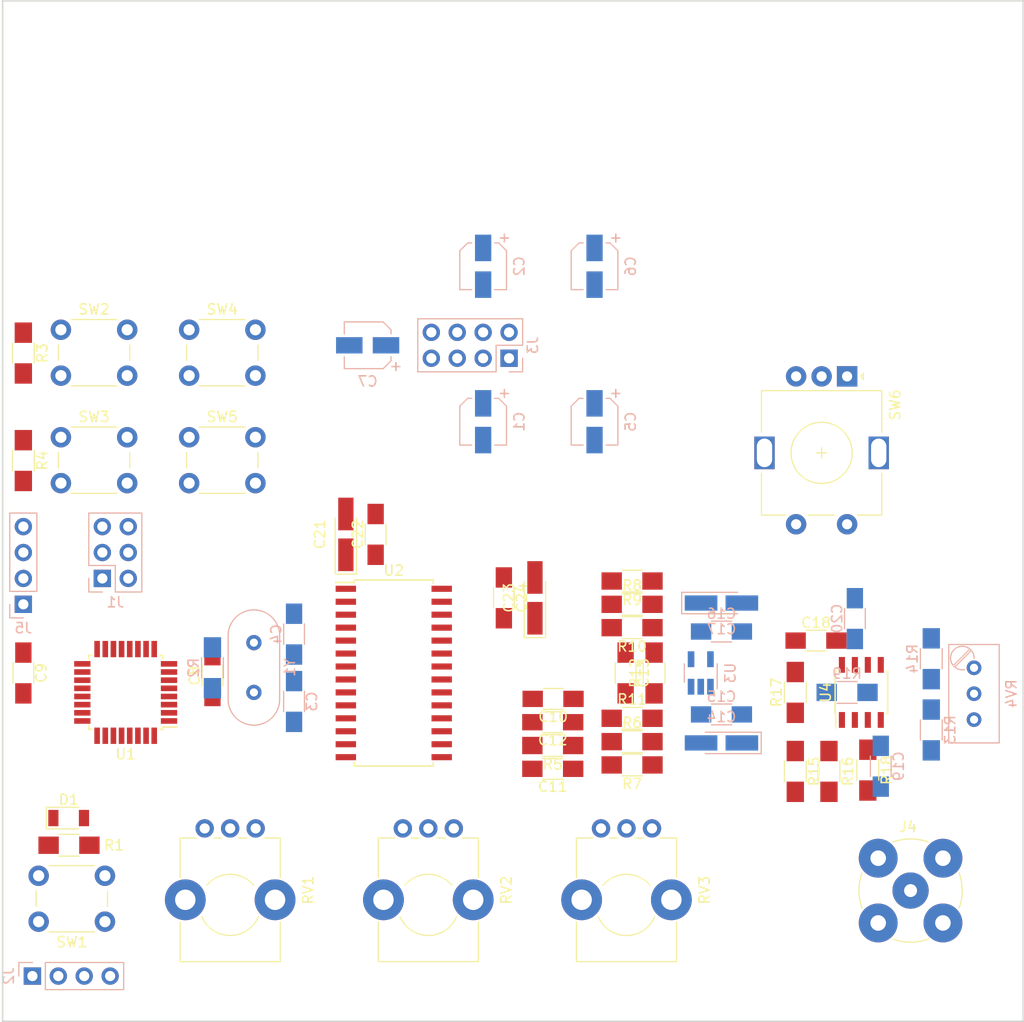
<source format=kicad_pcb>
(kicad_pcb (version 20171130) (host pcbnew 5.0.2-bee76a0~70~ubuntu18.04.1)

  (general
    (thickness 1.6)
    (drawings 4)
    (tracks 0)
    (zones 0)
    (modules 64)
    (nets 59)
  )

  (page A4)
  (layers
    (0 F.Cu signal hide)
    (31 B.Cu signal)
    (32 B.Adhes user)
    (33 F.Adhes user hide)
    (34 B.Paste user)
    (35 F.Paste user hide)
    (36 B.SilkS user)
    (37 F.SilkS user hide)
    (38 B.Mask user)
    (39 F.Mask user hide)
    (40 Dwgs.User user hide)
    (41 Cmts.User user hide)
    (42 Eco1.User user hide)
    (43 Eco2.User user hide)
    (44 Edge.Cuts user)
    (45 Margin user hide)
    (46 B.CrtYd user)
    (47 F.CrtYd user hide)
    (48 B.Fab user hide)
    (49 F.Fab user hide)
  )

  (setup
    (last_trace_width 0.25)
    (trace_clearance 0.15)
    (zone_clearance 0.508)
    (zone_45_only no)
    (trace_min 0.127)
    (segment_width 0.2)
    (edge_width 0.15)
    (via_size 0.6)
    (via_drill 0.3)
    (via_min_size 0.6)
    (via_min_drill 0.3)
    (uvia_size 0.3)
    (uvia_drill 0.1)
    (uvias_allowed no)
    (uvia_min_size 0.2)
    (uvia_min_drill 0.1)
    (pcb_text_width 0.3)
    (pcb_text_size 1.5 1.5)
    (mod_edge_width 0.15)
    (mod_text_size 1 1)
    (mod_text_width 0.15)
    (pad_size 1.524 1.524)
    (pad_drill 0.762)
    (pad_to_mask_clearance 0.051)
    (solder_mask_min_width 0.25)
    (aux_axis_origin 0 0)
    (visible_elements FFFFFF7F)
    (pcbplotparams
      (layerselection 0x010fc_ffffffff)
      (usegerberextensions false)
      (usegerberattributes false)
      (usegerberadvancedattributes false)
      (creategerberjobfile false)
      (excludeedgelayer true)
      (linewidth 0.100000)
      (plotframeref false)
      (viasonmask false)
      (mode 1)
      (useauxorigin false)
      (hpglpennumber 1)
      (hpglpenspeed 20)
      (hpglpendiameter 15.000000)
      (psnegative false)
      (psa4output false)
      (plotreference true)
      (plotvalue true)
      (plotinvisibletext false)
      (padsonsilk false)
      (subtractmaskfromsilk false)
      (outputformat 1)
      (mirror false)
      (drillshape 1)
      (scaleselection 1)
      (outputdirectory ""))
  )

  (net 0 "")
  (net 1 AGND)
  (net 2 +5VA)
  (net 3 -5VA)
  (net 4 /XTAL1)
  (net 5 /XTAL2)
  (net 6 +12VA)
  (net 7 -12VA)
  (net 8 +5VD)
  (net 9 "Net-(C10-Pad2)")
  (net 10 "Net-(C11-Pad2)")
  (net 11 "Net-(C12-Pad2)")
  (net 12 /Output_Circuitry/IINB)
  (net 13 /Output_Circuitry/IINA)
  (net 14 "Net-(C18-Pad1)")
  (net 15 /Output_Circuitry/COMP)
  (net 16 /~RESET)
  (net 17 /BTN_COL1)
  (net 18 /SCLK)
  (net 19 /MISO)
  (net 20 /SCL)
  (net 21 /SDA)
  (net 22 /Output_Circuitry/VOUT)
  (net 23 /BTN_ROW0)
  (net 24 /BTN_ROW1)
  (net 25 "Net-(R5-Pad2)")
  (net 26 "Net-(R6-Pad2)")
  (net 27 "Net-(R8-Pad2)")
  (net 28 "Net-(R10-Pad1)")
  (net 29 "Net-(R11-Pad2)")
  (net 30 "Net-(R13-Pad2)")
  (net 31 /Output_Circuitry/BAL1)
  (net 32 /Output_Circuitry/BAL2)
  (net 33 "Net-(R14-Pad2)")
  (net 34 "Net-(R15-Pad1)")
  (net 35 "Net-(R15-Pad2)")
  (net 36 "Net-(R16-Pad2)")
  (net 37 "Net-(R18-Pad1)")
  (net 38 "Net-(RV1-Pad3)")
  (net 39 /BTN_COL0)
  (net 40 "Net-(SW6-PadS1)")
  (net 41 "Net-(SW6-PadS2)")
  (net 42 /FREQ_STEP_B)
  (net 43 /FREQ_STEP_A)
  (net 44 /DAC/DB2)
  (net 45 /DAC/DB1)
  (net 46 /DAC/DB0)
  (net 47 /DAC/SLEEP)
  (net 48 /DAC/CLK)
  (net 49 "Net-(U1-Pad20)")
  (net 50 /DAC/DB7)
  (net 51 /DAC/DB6)
  (net 52 /DAC/DB5)
  (net 53 /DAC/DB4)
  (net 54 /DAC/DB3)
  (net 55 "Net-(J5-Pad4)")
  (net 56 "Net-(J5-Pad3)")
  (net 57 "Net-(J5-Pad2)")
  (net 58 "Net-(J5-Pad1)")

  (net_class Default "This is the default net class."
    (clearance 0.15)
    (trace_width 0.25)
    (via_dia 0.6)
    (via_drill 0.3)
    (uvia_dia 0.3)
    (uvia_drill 0.1)
    (add_net +12VA)
    (add_net +5VA)
    (add_net +5VD)
    (add_net -12VA)
    (add_net -5VA)
    (add_net /Output_Circuitry/BAL1)
    (add_net /Output_Circuitry/BAL2)
    (add_net /Output_Circuitry/COMP)
    (add_net /Output_Circuitry/IINA)
    (add_net /Output_Circuitry/IINB)
    (add_net /Output_Circuitry/VOUT)
    (add_net AGND)
    (add_net "Net-(C10-Pad2)")
    (add_net "Net-(C11-Pad2)")
    (add_net "Net-(C12-Pad2)")
    (add_net "Net-(C18-Pad1)")
    (add_net "Net-(J5-Pad1)")
    (add_net "Net-(J5-Pad2)")
    (add_net "Net-(J5-Pad3)")
    (add_net "Net-(J5-Pad4)")
    (add_net "Net-(R10-Pad1)")
    (add_net "Net-(R11-Pad2)")
    (add_net "Net-(R13-Pad2)")
    (add_net "Net-(R14-Pad2)")
    (add_net "Net-(R15-Pad1)")
    (add_net "Net-(R15-Pad2)")
    (add_net "Net-(R16-Pad2)")
    (add_net "Net-(R18-Pad1)")
    (add_net "Net-(R5-Pad2)")
    (add_net "Net-(R6-Pad2)")
    (add_net "Net-(R8-Pad2)")
    (add_net "Net-(RV1-Pad3)")
    (add_net "Net-(SW6-PadS1)")
    (add_net "Net-(SW6-PadS2)")
    (add_net "Net-(U1-Pad20)")
  )

  (net_class "Digital Signal" ""
    (clearance 0.15)
    (trace_width 0.15)
    (via_dia 0.6)
    (via_drill 0.3)
    (uvia_dia 0.3)
    (uvia_drill 0.1)
    (add_net /BTN_COL0)
    (add_net /BTN_COL1)
    (add_net /BTN_ROW0)
    (add_net /BTN_ROW1)
    (add_net /DAC/CLK)
    (add_net /DAC/DB0)
    (add_net /DAC/DB1)
    (add_net /DAC/DB2)
    (add_net /DAC/DB3)
    (add_net /DAC/DB4)
    (add_net /DAC/DB5)
    (add_net /DAC/DB6)
    (add_net /DAC/DB7)
    (add_net /DAC/SLEEP)
    (add_net /FREQ_STEP_A)
    (add_net /FREQ_STEP_B)
    (add_net /MISO)
    (add_net /SCL)
    (add_net /SCLK)
    (add_net /SDA)
    (add_net /XTAL1)
    (add_net /XTAL2)
    (add_net /~RESET)
  )

  (module Buttons_Switches_THT:SW_PUSH_6mm_h4.3mm (layer F.Cu) (tedit 5C48BD37) (tstamp 5C48400B)
    (at 118.11 136.271 180)
    (descr "tactile push button, 6x6mm e.g. PHAP33xx series, height=4.3mm")
    (tags "tact sw push 6mm")
    (path /5C0DAF7A)
    (fp_text reference SW1 (at 3.25 -2 180) (layer F.SilkS)
      (effects (font (size 1 1) (thickness 0.15)))
    )
    (fp_text value RESET_BUTTON (at 3.75 6.7 180) (layer F.Fab)
      (effects (font (size 1 1) (thickness 0.15)))
    )
    (fp_circle (center 3.25 2.25) (end 1.25 2.5) (layer F.Fab) (width 0.1))
    (fp_line (start 6.75 3) (end 6.75 1.5) (layer F.SilkS) (width 0.12))
    (fp_line (start 5.5 -1) (end 1 -1) (layer F.SilkS) (width 0.12))
    (fp_line (start -0.25 1.5) (end -0.25 3) (layer F.SilkS) (width 0.12))
    (fp_line (start 1 5.5) (end 5.5 5.5) (layer F.SilkS) (width 0.12))
    (fp_line (start 8 -1.25) (end 8 5.75) (layer F.CrtYd) (width 0.05))
    (fp_line (start 7.75 6) (end -1.25 6) (layer F.CrtYd) (width 0.05))
    (fp_line (start -1.5 5.75) (end -1.5 -1.25) (layer F.CrtYd) (width 0.05))
    (fp_line (start -1.25 -1.5) (end 7.75 -1.5) (layer F.CrtYd) (width 0.05))
    (fp_line (start -1.5 6) (end -1.25 6) (layer F.CrtYd) (width 0.05))
    (fp_line (start -1.5 5.75) (end -1.5 6) (layer F.CrtYd) (width 0.05))
    (fp_line (start -1.5 -1.5) (end -1.25 -1.5) (layer F.CrtYd) (width 0.05))
    (fp_line (start -1.5 -1.25) (end -1.5 -1.5) (layer F.CrtYd) (width 0.05))
    (fp_line (start 8 -1.5) (end 8 -1.25) (layer F.CrtYd) (width 0.05))
    (fp_line (start 7.75 -1.5) (end 8 -1.5) (layer F.CrtYd) (width 0.05))
    (fp_line (start 8 6) (end 8 5.75) (layer F.CrtYd) (width 0.05))
    (fp_line (start 7.75 6) (end 8 6) (layer F.CrtYd) (width 0.05))
    (fp_line (start 0.25 -0.75) (end 3.25 -0.75) (layer F.Fab) (width 0.1))
    (fp_line (start 0.25 5.25) (end 0.25 -0.75) (layer F.Fab) (width 0.1))
    (fp_line (start 6.25 5.25) (end 0.25 5.25) (layer F.Fab) (width 0.1))
    (fp_line (start 6.25 -0.75) (end 6.25 5.25) (layer F.Fab) (width 0.1))
    (fp_line (start 3.25 -0.75) (end 6.25 -0.75) (layer F.Fab) (width 0.1))
    (fp_text user %R (at 3.25 2.25 180) (layer F.Fab)
      (effects (font (size 1 1) (thickness 0.15)))
    )
    (pad 1 thru_hole circle (at 6.5 0 270) (size 2 2) (drill 1.1) (layers *.Cu *.Mask)
      (net 1 AGND))
    (pad 2 thru_hole circle (at 6.5 4.5 270) (size 2 2) (drill 1.1) (layers *.Cu *.Mask)
      (net 16 /~RESET))
    (pad 1 thru_hole circle (at 0 0 270) (size 2 2) (drill 1.1) (layers *.Cu *.Mask)
      (net 1 AGND))
    (pad 2 thru_hole circle (at 0 4.5 270) (size 2 2) (drill 1.1) (layers *.Cu *.Mask)
      (net 16 /~RESET))
    (model ${KISYS3DMOD}/Button_Switch_THT.3dshapes/SW_PUSH_6mm_H9.5mm.wrl
      (at (xyz 0 0 0))
      (scale (xyz 1 1 1))
      (rotate (xyz 0 0 0))
    )
  )

  (module Buttons_Switches_THT:SW_PUSH_6mm (layer F.Cu) (tedit 5C48BD13) (tstamp 5C45E54A)
    (at 126.365 88.773)
    (descr https://www.omron.com/ecb/products/pdf/en-b3f.pdf)
    (tags "tact sw push 6mm")
    (path /5C2832CA)
    (fp_text reference SW5 (at 3.25 -2) (layer F.SilkS)
      (effects (font (size 1 1) (thickness 0.15)))
    )
    (fp_text value DOWN_ARROW (at 3.75 6.7) (layer F.Fab)
      (effects (font (size 1 1) (thickness 0.15)))
    )
    (fp_circle (center 3.25 2.25) (end 1.25 2.5) (layer F.Fab) (width 0.1))
    (fp_line (start 6.75 3) (end 6.75 1.5) (layer F.SilkS) (width 0.12))
    (fp_line (start 5.5 -1) (end 1 -1) (layer F.SilkS) (width 0.12))
    (fp_line (start -0.25 1.5) (end -0.25 3) (layer F.SilkS) (width 0.12))
    (fp_line (start 1 5.5) (end 5.5 5.5) (layer F.SilkS) (width 0.12))
    (fp_line (start 8 -1.25) (end 8 5.75) (layer F.CrtYd) (width 0.05))
    (fp_line (start 7.75 6) (end -1.25 6) (layer F.CrtYd) (width 0.05))
    (fp_line (start -1.5 5.75) (end -1.5 -1.25) (layer F.CrtYd) (width 0.05))
    (fp_line (start -1.25 -1.5) (end 7.75 -1.5) (layer F.CrtYd) (width 0.05))
    (fp_line (start -1.5 6) (end -1.25 6) (layer F.CrtYd) (width 0.05))
    (fp_line (start -1.5 5.75) (end -1.5 6) (layer F.CrtYd) (width 0.05))
    (fp_line (start -1.5 -1.5) (end -1.25 -1.5) (layer F.CrtYd) (width 0.05))
    (fp_line (start -1.5 -1.25) (end -1.5 -1.5) (layer F.CrtYd) (width 0.05))
    (fp_line (start 8 -1.5) (end 8 -1.25) (layer F.CrtYd) (width 0.05))
    (fp_line (start 7.75 -1.5) (end 8 -1.5) (layer F.CrtYd) (width 0.05))
    (fp_line (start 8 6) (end 8 5.75) (layer F.CrtYd) (width 0.05))
    (fp_line (start 7.75 6) (end 8 6) (layer F.CrtYd) (width 0.05))
    (fp_line (start 0.25 -0.75) (end 3.25 -0.75) (layer F.Fab) (width 0.1))
    (fp_line (start 0.25 5.25) (end 0.25 -0.75) (layer F.Fab) (width 0.1))
    (fp_line (start 6.25 5.25) (end 0.25 5.25) (layer F.Fab) (width 0.1))
    (fp_line (start 6.25 -0.75) (end 6.25 5.25) (layer F.Fab) (width 0.1))
    (fp_line (start 3.25 -0.75) (end 6.25 -0.75) (layer F.Fab) (width 0.1))
    (fp_text user %R (at 3.25 2.25) (layer F.Fab)
      (effects (font (size 1 1) (thickness 0.15)))
    )
    (pad 1 thru_hole circle (at 6.5 0 90) (size 2 2) (drill 1.1) (layers *.Cu *.Mask)
      (net 17 /BTN_COL1))
    (pad 2 thru_hole circle (at 6.5 4.5 90) (size 2 2) (drill 1.1) (layers *.Cu *.Mask)
      (net 24 /BTN_ROW1))
    (pad 1 thru_hole circle (at 0 0 90) (size 2 2) (drill 1.1) (layers *.Cu *.Mask)
      (net 17 /BTN_COL1))
    (pad 2 thru_hole circle (at 0 4.5 90) (size 2 2) (drill 1.1) (layers *.Cu *.Mask)
      (net 24 /BTN_ROW1))
    (model ${KISYS3DMOD}/Button_Switch_THT.3dshapes/SW_PUSH_6mm_H9.5mm.wrl
      (at (xyz 0 0 0))
      (scale (xyz 1 1 1))
      (rotate (xyz 0 0 0))
    )
  )

  (module Buttons_Switches_THT:SW_PUSH_6mm (layer F.Cu) (tedit 5C48BD07) (tstamp 5C45E496)
    (at 113.792 88.773)
    (descr https://www.omron.com/ecb/products/pdf/en-b3f.pdf)
    (tags "tact sw push 6mm")
    (path /5C283358)
    (fp_text reference SW3 (at 3.25 -2) (layer F.SilkS)
      (effects (font (size 1 1) (thickness 0.15)))
    )
    (fp_text value MODE_SELECT (at 3.75 6.7) (layer F.Fab)
      (effects (font (size 1 1) (thickness 0.15)))
    )
    (fp_text user %R (at 3.25 2.25) (layer F.Fab)
      (effects (font (size 1 1) (thickness 0.15)))
    )
    (fp_line (start 3.25 -0.75) (end 6.25 -0.75) (layer F.Fab) (width 0.1))
    (fp_line (start 6.25 -0.75) (end 6.25 5.25) (layer F.Fab) (width 0.1))
    (fp_line (start 6.25 5.25) (end 0.25 5.25) (layer F.Fab) (width 0.1))
    (fp_line (start 0.25 5.25) (end 0.25 -0.75) (layer F.Fab) (width 0.1))
    (fp_line (start 0.25 -0.75) (end 3.25 -0.75) (layer F.Fab) (width 0.1))
    (fp_line (start 7.75 6) (end 8 6) (layer F.CrtYd) (width 0.05))
    (fp_line (start 8 6) (end 8 5.75) (layer F.CrtYd) (width 0.05))
    (fp_line (start 7.75 -1.5) (end 8 -1.5) (layer F.CrtYd) (width 0.05))
    (fp_line (start 8 -1.5) (end 8 -1.25) (layer F.CrtYd) (width 0.05))
    (fp_line (start -1.5 -1.25) (end -1.5 -1.5) (layer F.CrtYd) (width 0.05))
    (fp_line (start -1.5 -1.5) (end -1.25 -1.5) (layer F.CrtYd) (width 0.05))
    (fp_line (start -1.5 5.75) (end -1.5 6) (layer F.CrtYd) (width 0.05))
    (fp_line (start -1.5 6) (end -1.25 6) (layer F.CrtYd) (width 0.05))
    (fp_line (start -1.25 -1.5) (end 7.75 -1.5) (layer F.CrtYd) (width 0.05))
    (fp_line (start -1.5 5.75) (end -1.5 -1.25) (layer F.CrtYd) (width 0.05))
    (fp_line (start 7.75 6) (end -1.25 6) (layer F.CrtYd) (width 0.05))
    (fp_line (start 8 -1.25) (end 8 5.75) (layer F.CrtYd) (width 0.05))
    (fp_line (start 1 5.5) (end 5.5 5.5) (layer F.SilkS) (width 0.12))
    (fp_line (start -0.25 1.5) (end -0.25 3) (layer F.SilkS) (width 0.12))
    (fp_line (start 5.5 -1) (end 1 -1) (layer F.SilkS) (width 0.12))
    (fp_line (start 6.75 3) (end 6.75 1.5) (layer F.SilkS) (width 0.12))
    (fp_circle (center 3.25 2.25) (end 1.25 2.5) (layer F.Fab) (width 0.1))
    (pad 2 thru_hole circle (at 0 4.5 90) (size 2 2) (drill 1.1) (layers *.Cu *.Mask)
      (net 24 /BTN_ROW1))
    (pad 1 thru_hole circle (at 0 0 90) (size 2 2) (drill 1.1) (layers *.Cu *.Mask)
      (net 39 /BTN_COL0))
    (pad 2 thru_hole circle (at 6.5 4.5 90) (size 2 2) (drill 1.1) (layers *.Cu *.Mask)
      (net 24 /BTN_ROW1))
    (pad 1 thru_hole circle (at 6.5 0 90) (size 2 2) (drill 1.1) (layers *.Cu *.Mask)
      (net 39 /BTN_COL0))
    (model ${KISYS3DMOD}/Button_Switch_THT.3dshapes/SW_PUSH_6mm_H9.5mm.wrl
      (at (xyz 0 0 0))
      (scale (xyz 1 1 1))
      (rotate (xyz 0 0 0))
    )
  )

  (module Buttons_Switches_THT:SW_PUSH_6mm (layer F.Cu) (tedit 5C48BCF9) (tstamp 5C45E4F0)
    (at 126.365 78.232)
    (descr https://www.omron.com/ecb/products/pdf/en-b3f.pdf)
    (tags "tact sw push 6mm")
    (path /5C2831F9)
    (fp_text reference SW4 (at 3.25 -2) (layer F.SilkS)
      (effects (font (size 1 1) (thickness 0.15)))
    )
    (fp_text value UP_ARROW (at 3.75 6.7) (layer F.Fab)
      (effects (font (size 1 1) (thickness 0.15)))
    )
    (fp_text user %R (at 3.25 2.25) (layer F.Fab)
      (effects (font (size 1 1) (thickness 0.15)))
    )
    (fp_line (start 3.25 -0.75) (end 6.25 -0.75) (layer F.Fab) (width 0.1))
    (fp_line (start 6.25 -0.75) (end 6.25 5.25) (layer F.Fab) (width 0.1))
    (fp_line (start 6.25 5.25) (end 0.25 5.25) (layer F.Fab) (width 0.1))
    (fp_line (start 0.25 5.25) (end 0.25 -0.75) (layer F.Fab) (width 0.1))
    (fp_line (start 0.25 -0.75) (end 3.25 -0.75) (layer F.Fab) (width 0.1))
    (fp_line (start 7.75 6) (end 8 6) (layer F.CrtYd) (width 0.05))
    (fp_line (start 8 6) (end 8 5.75) (layer F.CrtYd) (width 0.05))
    (fp_line (start 7.75 -1.5) (end 8 -1.5) (layer F.CrtYd) (width 0.05))
    (fp_line (start 8 -1.5) (end 8 -1.25) (layer F.CrtYd) (width 0.05))
    (fp_line (start -1.5 -1.25) (end -1.5 -1.5) (layer F.CrtYd) (width 0.05))
    (fp_line (start -1.5 -1.5) (end -1.25 -1.5) (layer F.CrtYd) (width 0.05))
    (fp_line (start -1.5 5.75) (end -1.5 6) (layer F.CrtYd) (width 0.05))
    (fp_line (start -1.5 6) (end -1.25 6) (layer F.CrtYd) (width 0.05))
    (fp_line (start -1.25 -1.5) (end 7.75 -1.5) (layer F.CrtYd) (width 0.05))
    (fp_line (start -1.5 5.75) (end -1.5 -1.25) (layer F.CrtYd) (width 0.05))
    (fp_line (start 7.75 6) (end -1.25 6) (layer F.CrtYd) (width 0.05))
    (fp_line (start 8 -1.25) (end 8 5.75) (layer F.CrtYd) (width 0.05))
    (fp_line (start 1 5.5) (end 5.5 5.5) (layer F.SilkS) (width 0.12))
    (fp_line (start -0.25 1.5) (end -0.25 3) (layer F.SilkS) (width 0.12))
    (fp_line (start 5.5 -1) (end 1 -1) (layer F.SilkS) (width 0.12))
    (fp_line (start 6.75 3) (end 6.75 1.5) (layer F.SilkS) (width 0.12))
    (fp_circle (center 3.25 2.25) (end 1.25 2.5) (layer F.Fab) (width 0.1))
    (pad 2 thru_hole circle (at 0 4.5 90) (size 2 2) (drill 1.1) (layers *.Cu *.Mask)
      (net 23 /BTN_ROW0))
    (pad 1 thru_hole circle (at 0 0 90) (size 2 2) (drill 1.1) (layers *.Cu *.Mask)
      (net 17 /BTN_COL1))
    (pad 2 thru_hole circle (at 6.5 4.5 90) (size 2 2) (drill 1.1) (layers *.Cu *.Mask)
      (net 23 /BTN_ROW0))
    (pad 1 thru_hole circle (at 6.5 0 90) (size 2 2) (drill 1.1) (layers *.Cu *.Mask)
      (net 17 /BTN_COL1))
    (model ${KISYS3DMOD}/Button_Switch_THT.3dshapes/SW_PUSH_6mm_H9.5mm.wrl
      (at (xyz 0 0 0))
      (scale (xyz 1 1 1))
      (rotate (xyz 0 0 0))
    )
  )

  (module Buttons_Switches_THT:SW_PUSH_6mm (layer F.Cu) (tedit 5C48BCD1) (tstamp 5C45E607)
    (at 113.792 78.232)
    (descr https://www.omron.com/ecb/products/pdf/en-b3f.pdf)
    (tags "tact sw push 6mm")
    (path /5C282FE3)
    (fp_text reference SW2 (at 3.25 -2) (layer F.SilkS)
      (effects (font (size 1 1) (thickness 0.15)))
    )
    (fp_text value START/STOP (at 3.75 6.7) (layer F.Fab)
      (effects (font (size 1 1) (thickness 0.15)))
    )
    (fp_circle (center 3.25 2.25) (end 1.25 2.5) (layer F.Fab) (width 0.1))
    (fp_line (start 6.75 3) (end 6.75 1.5) (layer F.SilkS) (width 0.12))
    (fp_line (start 5.5 -1) (end 1 -1) (layer F.SilkS) (width 0.12))
    (fp_line (start -0.25 1.5) (end -0.25 3) (layer F.SilkS) (width 0.12))
    (fp_line (start 1 5.5) (end 5.5 5.5) (layer F.SilkS) (width 0.12))
    (fp_line (start 8 -1.25) (end 8 5.75) (layer F.CrtYd) (width 0.05))
    (fp_line (start 7.75 6) (end -1.25 6) (layer F.CrtYd) (width 0.05))
    (fp_line (start -1.5 5.75) (end -1.5 -1.25) (layer F.CrtYd) (width 0.05))
    (fp_line (start -1.25 -1.5) (end 7.75 -1.5) (layer F.CrtYd) (width 0.05))
    (fp_line (start -1.5 6) (end -1.25 6) (layer F.CrtYd) (width 0.05))
    (fp_line (start -1.5 5.75) (end -1.5 6) (layer F.CrtYd) (width 0.05))
    (fp_line (start -1.5 -1.5) (end -1.25 -1.5) (layer F.CrtYd) (width 0.05))
    (fp_line (start -1.5 -1.25) (end -1.5 -1.5) (layer F.CrtYd) (width 0.05))
    (fp_line (start 8 -1.5) (end 8 -1.25) (layer F.CrtYd) (width 0.05))
    (fp_line (start 7.75 -1.5) (end 8 -1.5) (layer F.CrtYd) (width 0.05))
    (fp_line (start 8 6) (end 8 5.75) (layer F.CrtYd) (width 0.05))
    (fp_line (start 7.75 6) (end 8 6) (layer F.CrtYd) (width 0.05))
    (fp_line (start 0.25 -0.75) (end 3.25 -0.75) (layer F.Fab) (width 0.1))
    (fp_line (start 0.25 5.25) (end 0.25 -0.75) (layer F.Fab) (width 0.1))
    (fp_line (start 6.25 5.25) (end 0.25 5.25) (layer F.Fab) (width 0.1))
    (fp_line (start 6.25 -0.75) (end 6.25 5.25) (layer F.Fab) (width 0.1))
    (fp_line (start 3.25 -0.75) (end 6.25 -0.75) (layer F.Fab) (width 0.1))
    (fp_text user %R (at 3.25 2.25) (layer F.Fab)
      (effects (font (size 1 1) (thickness 0.15)))
    )
    (pad 1 thru_hole circle (at 6.5 0 90) (size 2 2) (drill 1.1) (layers *.Cu *.Mask)
      (net 39 /BTN_COL0))
    (pad 2 thru_hole circle (at 6.5 4.5 90) (size 2 2) (drill 1.1) (layers *.Cu *.Mask)
      (net 23 /BTN_ROW0))
    (pad 1 thru_hole circle (at 0 0 90) (size 2 2) (drill 1.1) (layers *.Cu *.Mask)
      (net 39 /BTN_COL0))
    (pad 2 thru_hole circle (at 0 4.5 90) (size 2 2) (drill 1.1) (layers *.Cu *.Mask)
      (net 23 /BTN_ROW0))
    (model ${KISYS3DMOD}/Button_Switch_THT.3dshapes/SW_PUSH_6mm_H9.5mm.wrl
      (at (xyz 0 0 0))
      (scale (xyz 1 1 1))
      (rotate (xyz 0 0 0))
    )
  )

  (module Resistors_SMD:R_1206_HandSoldering (layer B.Cu) (tedit 5C48B41F) (tstamp 5C48336C)
    (at 199.136 117.475 90)
    (descr "Resistor SMD 1206, hand soldering")
    (tags "resistor 1206")
    (path /5C1B9FC2/5C4A408F)
    (attr smd)
    (fp_text reference R13 (at 0 1.85 90) (layer B.SilkS)
      (effects (font (size 1 1) (thickness 0.15)) (justify mirror))
    )
    (fp_text value 27k (at 0 -1.9 90) (layer B.Fab)
      (effects (font (size 1 1) (thickness 0.15)) (justify mirror))
    )
    (fp_line (start 3.25 -1.1) (end -3.25 -1.1) (layer B.CrtYd) (width 0.05))
    (fp_line (start 3.25 -1.1) (end 3.25 1.11) (layer B.CrtYd) (width 0.05))
    (fp_line (start -3.25 1.11) (end -3.25 -1.1) (layer B.CrtYd) (width 0.05))
    (fp_line (start -3.25 1.11) (end 3.25 1.11) (layer B.CrtYd) (width 0.05))
    (fp_line (start -1 1.07) (end 1 1.07) (layer B.SilkS) (width 0.12))
    (fp_line (start 1 -1.07) (end -1 -1.07) (layer B.SilkS) (width 0.12))
    (fp_line (start -1.6 0.8) (end 1.6 0.8) (layer B.Fab) (width 0.1))
    (fp_line (start 1.6 0.8) (end 1.6 -0.8) (layer B.Fab) (width 0.1))
    (fp_line (start 1.6 -0.8) (end -1.6 -0.8) (layer B.Fab) (width 0.1))
    (fp_line (start -1.6 -0.8) (end -1.6 0.8) (layer B.Fab) (width 0.1))
    (fp_text user %R (at 0 0 90) (layer B.Fab)
      (effects (font (size 0.7 0.7) (thickness 0.105)) (justify mirror))
    )
    (pad 2 smd rect (at 2 0 90) (size 2 1.7) (layers B.Cu B.Paste B.Mask)
      (net 30 "Net-(R13-Pad2)"))
    (pad 1 smd rect (at -2 0 90) (size 2 1.7) (layers B.Cu B.Paste B.Mask)
      (net 31 /Output_Circuitry/BAL1))
    (model ${KISYS3DMOD}/Resistor_SMD.3dshapes/R_1206_3216Metric.wrl
      (at (xyz 0 0 0))
      (scale (xyz 1 1 1))
      (rotate (xyz 0 0 0))
    )
  )

  (module Resistors_SMD:R_1206_HandSoldering (layer B.Cu) (tedit 5C48B40E) (tstamp 5C4832F1)
    (at 199.136 110.49 270)
    (descr "Resistor SMD 1206, hand soldering")
    (tags "resistor 1206")
    (path /5C1B9FC2/5C4A3FE4)
    (attr smd)
    (fp_text reference R14 (at 0 1.85 270) (layer B.SilkS)
      (effects (font (size 1 1) (thickness 0.15)) (justify mirror))
    )
    (fp_text value 27k (at 0 -1.9 270) (layer B.Fab)
      (effects (font (size 1 1) (thickness 0.15)) (justify mirror))
    )
    (fp_text user %R (at 0 0 270) (layer B.Fab)
      (effects (font (size 0.7 0.7) (thickness 0.105)) (justify mirror))
    )
    (fp_line (start -1.6 -0.8) (end -1.6 0.8) (layer B.Fab) (width 0.1))
    (fp_line (start 1.6 -0.8) (end -1.6 -0.8) (layer B.Fab) (width 0.1))
    (fp_line (start 1.6 0.8) (end 1.6 -0.8) (layer B.Fab) (width 0.1))
    (fp_line (start -1.6 0.8) (end 1.6 0.8) (layer B.Fab) (width 0.1))
    (fp_line (start 1 -1.07) (end -1 -1.07) (layer B.SilkS) (width 0.12))
    (fp_line (start -1 1.07) (end 1 1.07) (layer B.SilkS) (width 0.12))
    (fp_line (start -3.25 1.11) (end 3.25 1.11) (layer B.CrtYd) (width 0.05))
    (fp_line (start -3.25 1.11) (end -3.25 -1.1) (layer B.CrtYd) (width 0.05))
    (fp_line (start 3.25 -1.1) (end 3.25 1.11) (layer B.CrtYd) (width 0.05))
    (fp_line (start 3.25 -1.1) (end -3.25 -1.1) (layer B.CrtYd) (width 0.05))
    (pad 1 smd rect (at -2 0 270) (size 2 1.7) (layers B.Cu B.Paste B.Mask)
      (net 32 /Output_Circuitry/BAL2))
    (pad 2 smd rect (at 2 0 270) (size 2 1.7) (layers B.Cu B.Paste B.Mask)
      (net 33 "Net-(R14-Pad2)"))
    (model ${KISYS3DMOD}/Resistor_SMD.3dshapes/R_1206_3216Metric.wrl
      (at (xyz 0 0 0))
      (scale (xyz 1 1 1))
      (rotate (xyz 0 0 0))
    )
  )

  (module Resistors_SMD:R_1206_HandSoldering (layer B.Cu) (tedit 5C48B3FB) (tstamp 5C482FB5)
    (at 190.881 113.792 180)
    (descr "Resistor SMD 1206, hand soldering")
    (tags "resistor 1206")
    (path /5C1B9FC2/5C1F4F27)
    (attr smd)
    (fp_text reference R19 (at 0 1.85 180) (layer B.SilkS)
      (effects (font (size 1 1) (thickness 0.15)) (justify mirror))
    )
    (fp_text value 3k (at 0 -1.9 180) (layer B.Fab)
      (effects (font (size 1 1) (thickness 0.15)) (justify mirror))
    )
    (fp_text user %R (at 0 0 180) (layer B.Fab)
      (effects (font (size 0.7 0.7) (thickness 0.105)) (justify mirror))
    )
    (fp_line (start -1.6 -0.8) (end -1.6 0.8) (layer B.Fab) (width 0.1))
    (fp_line (start 1.6 -0.8) (end -1.6 -0.8) (layer B.Fab) (width 0.1))
    (fp_line (start 1.6 0.8) (end 1.6 -0.8) (layer B.Fab) (width 0.1))
    (fp_line (start -1.6 0.8) (end 1.6 0.8) (layer B.Fab) (width 0.1))
    (fp_line (start 1 -1.07) (end -1 -1.07) (layer B.SilkS) (width 0.12))
    (fp_line (start -1 1.07) (end 1 1.07) (layer B.SilkS) (width 0.12))
    (fp_line (start -3.25 1.11) (end 3.25 1.11) (layer B.CrtYd) (width 0.05))
    (fp_line (start -3.25 1.11) (end -3.25 -1.1) (layer B.CrtYd) (width 0.05))
    (fp_line (start 3.25 -1.1) (end 3.25 1.11) (layer B.CrtYd) (width 0.05))
    (fp_line (start 3.25 -1.1) (end -3.25 -1.1) (layer B.CrtYd) (width 0.05))
    (pad 1 smd rect (at -2 0 180) (size 2 1.7) (layers B.Cu B.Paste B.Mask)
      (net 22 /Output_Circuitry/VOUT))
    (pad 2 smd rect (at 2 0 180) (size 2 1.7) (layers B.Cu B.Paste B.Mask)
      (net 34 "Net-(R15-Pad1)"))
    (model ${KISYS3DMOD}/Resistor_SMD.3dshapes/R_1206_3216Metric.wrl
      (at (xyz 0 0 0))
      (scale (xyz 1 1 1))
      (rotate (xyz 0 0 0))
    )
  )

  (module Resistors_SMD:R_1206_HandSoldering (layer F.Cu) (tedit 5C48B3EB) (tstamp 5C482FE5)
    (at 192.913 121.412 270)
    (descr "Resistor SMD 1206, hand soldering")
    (tags "resistor 1206")
    (path /5C1B9FC2/5C20E95E)
    (attr smd)
    (fp_text reference R18 (at 0 -1.85 270) (layer F.SilkS)
      (effects (font (size 1 1) (thickness 0.15)))
    )
    (fp_text value 1k5 (at 0 1.9 270) (layer F.Fab)
      (effects (font (size 1 1) (thickness 0.15)))
    )
    (fp_line (start 3.25 1.1) (end -3.25 1.1) (layer F.CrtYd) (width 0.05))
    (fp_line (start 3.25 1.1) (end 3.25 -1.11) (layer F.CrtYd) (width 0.05))
    (fp_line (start -3.25 -1.11) (end -3.25 1.1) (layer F.CrtYd) (width 0.05))
    (fp_line (start -3.25 -1.11) (end 3.25 -1.11) (layer F.CrtYd) (width 0.05))
    (fp_line (start -1 -1.07) (end 1 -1.07) (layer F.SilkS) (width 0.12))
    (fp_line (start 1 1.07) (end -1 1.07) (layer F.SilkS) (width 0.12))
    (fp_line (start -1.6 -0.8) (end 1.6 -0.8) (layer F.Fab) (width 0.1))
    (fp_line (start 1.6 -0.8) (end 1.6 0.8) (layer F.Fab) (width 0.1))
    (fp_line (start 1.6 0.8) (end -1.6 0.8) (layer F.Fab) (width 0.1))
    (fp_line (start -1.6 0.8) (end -1.6 -0.8) (layer F.Fab) (width 0.1))
    (fp_text user %R (at 0 0 270) (layer F.Fab)
      (effects (font (size 0.7 0.7) (thickness 0.105)))
    )
    (pad 2 smd rect (at 2 0 270) (size 2 1.7) (layers F.Cu F.Paste F.Mask)
      (net 1 AGND))
    (pad 1 smd rect (at -2 0 270) (size 2 1.7) (layers F.Cu F.Paste F.Mask)
      (net 37 "Net-(R18-Pad1)"))
    (model ${KISYS3DMOD}/Resistor_SMD.3dshapes/R_1206_3216Metric.wrl
      (at (xyz 0 0 0))
      (scale (xyz 1 1 1))
      (rotate (xyz 0 0 0))
    )
  )

  (module Resistors_SMD:R_1206_HandSoldering (layer F.Cu) (tedit 5C48B3DF) (tstamp 5C482E26)
    (at 189.103 121.539 270)
    (descr "Resistor SMD 1206, hand soldering")
    (tags "resistor 1206")
    (path /5C1B9FC2/5C227641)
    (attr smd)
    (fp_text reference R16 (at 0 -1.85 270) (layer F.SilkS)
      (effects (font (size 1 1) (thickness 0.15)))
    )
    (fp_text value 3k (at 0 1.9 270) (layer F.Fab)
      (effects (font (size 1 1) (thickness 0.15)))
    )
    (fp_line (start 3.25 1.1) (end -3.25 1.1) (layer F.CrtYd) (width 0.05))
    (fp_line (start 3.25 1.1) (end 3.25 -1.11) (layer F.CrtYd) (width 0.05))
    (fp_line (start -3.25 -1.11) (end -3.25 1.1) (layer F.CrtYd) (width 0.05))
    (fp_line (start -3.25 -1.11) (end 3.25 -1.11) (layer F.CrtYd) (width 0.05))
    (fp_line (start -1 -1.07) (end 1 -1.07) (layer F.SilkS) (width 0.12))
    (fp_line (start 1 1.07) (end -1 1.07) (layer F.SilkS) (width 0.12))
    (fp_line (start -1.6 -0.8) (end 1.6 -0.8) (layer F.Fab) (width 0.1))
    (fp_line (start 1.6 -0.8) (end 1.6 0.8) (layer F.Fab) (width 0.1))
    (fp_line (start 1.6 0.8) (end -1.6 0.8) (layer F.Fab) (width 0.1))
    (fp_line (start -1.6 0.8) (end -1.6 -0.8) (layer F.Fab) (width 0.1))
    (fp_text user %R (at 0 0 270) (layer F.Fab)
      (effects (font (size 0.7 0.7) (thickness 0.105)))
    )
    (pad 2 smd rect (at 2 0 270) (size 2 1.7) (layers F.Cu F.Paste F.Mask)
      (net 36 "Net-(R16-Pad2)"))
    (pad 1 smd rect (at -2 0 270) (size 2 1.7) (layers F.Cu F.Paste F.Mask)
      (net 34 "Net-(R15-Pad1)"))
    (model ${KISYS3DMOD}/Resistor_SMD.3dshapes/R_1206_3216Metric.wrl
      (at (xyz 0 0 0))
      (scale (xyz 1 1 1))
      (rotate (xyz 0 0 0))
    )
  )

  (module Resistors_SMD:R_1206_HandSoldering (layer F.Cu) (tedit 5C48B3D2) (tstamp 5C482EB6)
    (at 185.801 121.539 270)
    (descr "Resistor SMD 1206, hand soldering")
    (tags "resistor 1206")
    (path /5C1B9FC2/5C227596)
    (attr smd)
    (fp_text reference R15 (at 0 -1.85 270) (layer F.SilkS)
      (effects (font (size 1 1) (thickness 0.15)))
    )
    (fp_text value 3k (at 0 1.9 270) (layer F.Fab)
      (effects (font (size 1 1) (thickness 0.15)))
    )
    (fp_text user %R (at 0 0 270) (layer F.Fab)
      (effects (font (size 0.7 0.7) (thickness 0.105)))
    )
    (fp_line (start -1.6 0.8) (end -1.6 -0.8) (layer F.Fab) (width 0.1))
    (fp_line (start 1.6 0.8) (end -1.6 0.8) (layer F.Fab) (width 0.1))
    (fp_line (start 1.6 -0.8) (end 1.6 0.8) (layer F.Fab) (width 0.1))
    (fp_line (start -1.6 -0.8) (end 1.6 -0.8) (layer F.Fab) (width 0.1))
    (fp_line (start 1 1.07) (end -1 1.07) (layer F.SilkS) (width 0.12))
    (fp_line (start -1 -1.07) (end 1 -1.07) (layer F.SilkS) (width 0.12))
    (fp_line (start -3.25 -1.11) (end 3.25 -1.11) (layer F.CrtYd) (width 0.05))
    (fp_line (start -3.25 -1.11) (end -3.25 1.1) (layer F.CrtYd) (width 0.05))
    (fp_line (start 3.25 1.1) (end 3.25 -1.11) (layer F.CrtYd) (width 0.05))
    (fp_line (start 3.25 1.1) (end -3.25 1.1) (layer F.CrtYd) (width 0.05))
    (pad 1 smd rect (at -2 0 270) (size 2 1.7) (layers F.Cu F.Paste F.Mask)
      (net 34 "Net-(R15-Pad1)"))
    (pad 2 smd rect (at 2 0 270) (size 2 1.7) (layers F.Cu F.Paste F.Mask)
      (net 35 "Net-(R15-Pad2)"))
    (model ${KISYS3DMOD}/Resistor_SMD.3dshapes/R_1206_3216Metric.wrl
      (at (xyz 0 0 0))
      (scale (xyz 1 1 1))
      (rotate (xyz 0 0 0))
    )
  )

  (module Resistors_SMD:R_1206_HandSoldering (layer F.Cu) (tedit 5C48B3C7) (tstamp 5C482E56)
    (at 185.801 113.792 90)
    (descr "Resistor SMD 1206, hand soldering")
    (tags "resistor 1206")
    (path /5C1B9FC2/5C4CE771)
    (attr smd)
    (fp_text reference R17 (at 0 -1.85 90) (layer F.SilkS)
      (effects (font (size 1 1) (thickness 0.15)))
    )
    (fp_text value 3k (at 0 1.9 90) (layer F.Fab)
      (effects (font (size 1 1) (thickness 0.15)))
    )
    (fp_text user %R (at 0 0 90) (layer F.Fab)
      (effects (font (size 0.7 0.7) (thickness 0.105)))
    )
    (fp_line (start -1.6 0.8) (end -1.6 -0.8) (layer F.Fab) (width 0.1))
    (fp_line (start 1.6 0.8) (end -1.6 0.8) (layer F.Fab) (width 0.1))
    (fp_line (start 1.6 -0.8) (end 1.6 0.8) (layer F.Fab) (width 0.1))
    (fp_line (start -1.6 -0.8) (end 1.6 -0.8) (layer F.Fab) (width 0.1))
    (fp_line (start 1 1.07) (end -1 1.07) (layer F.SilkS) (width 0.12))
    (fp_line (start -1 -1.07) (end 1 -1.07) (layer F.SilkS) (width 0.12))
    (fp_line (start -3.25 -1.11) (end 3.25 -1.11) (layer F.CrtYd) (width 0.05))
    (fp_line (start -3.25 -1.11) (end -3.25 1.1) (layer F.CrtYd) (width 0.05))
    (fp_line (start 3.25 1.1) (end 3.25 -1.11) (layer F.CrtYd) (width 0.05))
    (fp_line (start 3.25 1.1) (end -3.25 1.1) (layer F.CrtYd) (width 0.05))
    (pad 1 smd rect (at -2 0 90) (size 2 1.7) (layers F.Cu F.Paste F.Mask)
      (net 34 "Net-(R15-Pad1)"))
    (pad 2 smd rect (at 2 0 90) (size 2 1.7) (layers F.Cu F.Paste F.Mask)
      (net 14 "Net-(C18-Pad1)"))
    (model ${KISYS3DMOD}/Resistor_SMD.3dshapes/R_1206_3216Metric.wrl
      (at (xyz 0 0 0))
      (scale (xyz 1 1 1))
      (rotate (xyz 0 0 0))
    )
  )

  (module Resistors_SMD:R_1206_HandSoldering (layer F.Cu) (tedit 5C48B3B6) (tstamp 5C4826C1)
    (at 169.799 102.87 180)
    (descr "Resistor SMD 1206, hand soldering")
    (tags "resistor 1206")
    (path /5C1B9FC2/5C3CD5BB)
    (attr smd)
    (fp_text reference R9 (at 0 -1.85 180) (layer F.SilkS)
      (effects (font (size 1 1) (thickness 0.15)))
    )
    (fp_text value 10R (at 0 1.9 180) (layer F.Fab)
      (effects (font (size 1 1) (thickness 0.15)))
    )
    (fp_line (start 3.25 1.1) (end -3.25 1.1) (layer F.CrtYd) (width 0.05))
    (fp_line (start 3.25 1.1) (end 3.25 -1.11) (layer F.CrtYd) (width 0.05))
    (fp_line (start -3.25 -1.11) (end -3.25 1.1) (layer F.CrtYd) (width 0.05))
    (fp_line (start -3.25 -1.11) (end 3.25 -1.11) (layer F.CrtYd) (width 0.05))
    (fp_line (start -1 -1.07) (end 1 -1.07) (layer F.SilkS) (width 0.12))
    (fp_line (start 1 1.07) (end -1 1.07) (layer F.SilkS) (width 0.12))
    (fp_line (start -1.6 -0.8) (end 1.6 -0.8) (layer F.Fab) (width 0.1))
    (fp_line (start 1.6 -0.8) (end 1.6 0.8) (layer F.Fab) (width 0.1))
    (fp_line (start 1.6 0.8) (end -1.6 0.8) (layer F.Fab) (width 0.1))
    (fp_line (start -1.6 0.8) (end -1.6 -0.8) (layer F.Fab) (width 0.1))
    (fp_text user %R (at 0 0 180) (layer F.Fab)
      (effects (font (size 0.7 0.7) (thickness 0.105)))
    )
    (pad 2 smd rect (at 2 0 180) (size 2 1.7) (layers F.Cu F.Paste F.Mask)
      (net 1 AGND))
    (pad 1 smd rect (at -2 0 180) (size 2 1.7) (layers F.Cu F.Paste F.Mask)
      (net 27 "Net-(R8-Pad2)"))
    (model ${KISYS3DMOD}/Resistor_SMD.3dshapes/R_1206_3216Metric.wrl
      (at (xyz 0 0 0))
      (scale (xyz 1 1 1))
      (rotate (xyz 0 0 0))
    )
  )

  (module Resistors_SMD:R_1206_HandSoldering (layer F.Cu) (tedit 5C48B3A9) (tstamp 5C46ED07)
    (at 169.799 105.156)
    (descr "Resistor SMD 1206, hand soldering")
    (tags "resistor 1206")
    (path /5C1B9FC2/5C1EB54D)
    (attr smd)
    (fp_text reference R8 (at 0 -1.85) (layer F.SilkS)
      (effects (font (size 1 1) (thickness 0.15)))
    )
    (fp_text value 15R (at 0 1.9) (layer F.Fab)
      (effects (font (size 1 1) (thickness 0.15)))
    )
    (fp_text user %R (at 0 0) (layer F.Fab)
      (effects (font (size 0.7 0.7) (thickness 0.105)))
    )
    (fp_line (start -1.6 0.8) (end -1.6 -0.8) (layer F.Fab) (width 0.1))
    (fp_line (start 1.6 0.8) (end -1.6 0.8) (layer F.Fab) (width 0.1))
    (fp_line (start 1.6 -0.8) (end 1.6 0.8) (layer F.Fab) (width 0.1))
    (fp_line (start -1.6 -0.8) (end 1.6 -0.8) (layer F.Fab) (width 0.1))
    (fp_line (start 1 1.07) (end -1 1.07) (layer F.SilkS) (width 0.12))
    (fp_line (start -1 -1.07) (end 1 -1.07) (layer F.SilkS) (width 0.12))
    (fp_line (start -3.25 -1.11) (end 3.25 -1.11) (layer F.CrtYd) (width 0.05))
    (fp_line (start -3.25 -1.11) (end -3.25 1.1) (layer F.CrtYd) (width 0.05))
    (fp_line (start 3.25 1.1) (end 3.25 -1.11) (layer F.CrtYd) (width 0.05))
    (fp_line (start 3.25 1.1) (end -3.25 1.1) (layer F.CrtYd) (width 0.05))
    (pad 1 smd rect (at -2 0) (size 2 1.7) (layers F.Cu F.Paste F.Mask)
      (net 13 /Output_Circuitry/IINA))
    (pad 2 smd rect (at 2 0) (size 2 1.7) (layers F.Cu F.Paste F.Mask)
      (net 27 "Net-(R8-Pad2)"))
    (model ${KISYS3DMOD}/Resistor_SMD.3dshapes/R_1206_3216Metric.wrl
      (at (xyz 0 0 0))
      (scale (xyz 1 1 1))
      (rotate (xyz 0 0 0))
    )
  )

  (module Resistors_SMD:R_1206_HandSoldering (layer F.Cu) (tedit 5C48B39B) (tstamp 5C46EDF7)
    (at 169.799 107.442 180)
    (descr "Resistor SMD 1206, hand soldering")
    (tags "resistor 1206")
    (path /5C1B9FC2/5C1EB7E5)
    (attr smd)
    (fp_text reference R10 (at 0 -1.85 180) (layer F.SilkS)
      (effects (font (size 1 1) (thickness 0.15)))
    )
    (fp_text value 1k1 (at 0 1.9 180) (layer F.Fab)
      (effects (font (size 1 1) (thickness 0.15)))
    )
    (fp_text user %R (at 0 0 180) (layer F.Fab)
      (effects (font (size 0.7 0.7) (thickness 0.105)))
    )
    (fp_line (start -1.6 0.8) (end -1.6 -0.8) (layer F.Fab) (width 0.1))
    (fp_line (start 1.6 0.8) (end -1.6 0.8) (layer F.Fab) (width 0.1))
    (fp_line (start 1.6 -0.8) (end 1.6 0.8) (layer F.Fab) (width 0.1))
    (fp_line (start -1.6 -0.8) (end 1.6 -0.8) (layer F.Fab) (width 0.1))
    (fp_line (start 1 1.07) (end -1 1.07) (layer F.SilkS) (width 0.12))
    (fp_line (start -1 -1.07) (end 1 -1.07) (layer F.SilkS) (width 0.12))
    (fp_line (start -3.25 -1.11) (end 3.25 -1.11) (layer F.CrtYd) (width 0.05))
    (fp_line (start -3.25 -1.11) (end -3.25 1.1) (layer F.CrtYd) (width 0.05))
    (fp_line (start 3.25 1.1) (end 3.25 -1.11) (layer F.CrtYd) (width 0.05))
    (fp_line (start 3.25 1.1) (end -3.25 1.1) (layer F.CrtYd) (width 0.05))
    (pad 1 smd rect (at -2 0 180) (size 2 1.7) (layers F.Cu F.Paste F.Mask)
      (net 28 "Net-(R10-Pad1)"))
    (pad 2 smd rect (at 2 0 180) (size 2 1.7) (layers F.Cu F.Paste F.Mask)
      (net 13 /Output_Circuitry/IINA))
    (model ${KISYS3DMOD}/Resistor_SMD.3dshapes/R_1206_3216Metric.wrl
      (at (xyz 0 0 0))
      (scale (xyz 1 1 1))
      (rotate (xyz 0 0 0))
    )
  )

  (module Resistors_SMD:R_1206_HandSoldering (layer F.Cu) (tedit 5C48B38A) (tstamp 5C46EDC7)
    (at 171.958 111.887 90)
    (descr "Resistor SMD 1206, hand soldering")
    (tags "resistor 1206")
    (path /5C1B9FC2/5C1EC160)
    (attr smd)
    (fp_text reference R12 (at 0 -1.85 90) (layer F.SilkS)
      (effects (font (size 1 1) (thickness 0.15)))
    )
    (fp_text value 11k (at 0 1.9 90) (layer F.Fab)
      (effects (font (size 1 1) (thickness 0.15)))
    )
    (fp_line (start 3.25 1.1) (end -3.25 1.1) (layer F.CrtYd) (width 0.05))
    (fp_line (start 3.25 1.1) (end 3.25 -1.11) (layer F.CrtYd) (width 0.05))
    (fp_line (start -3.25 -1.11) (end -3.25 1.1) (layer F.CrtYd) (width 0.05))
    (fp_line (start -3.25 -1.11) (end 3.25 -1.11) (layer F.CrtYd) (width 0.05))
    (fp_line (start -1 -1.07) (end 1 -1.07) (layer F.SilkS) (width 0.12))
    (fp_line (start 1 1.07) (end -1 1.07) (layer F.SilkS) (width 0.12))
    (fp_line (start -1.6 -0.8) (end 1.6 -0.8) (layer F.Fab) (width 0.1))
    (fp_line (start 1.6 -0.8) (end 1.6 0.8) (layer F.Fab) (width 0.1))
    (fp_line (start 1.6 0.8) (end -1.6 0.8) (layer F.Fab) (width 0.1))
    (fp_line (start -1.6 0.8) (end -1.6 -0.8) (layer F.Fab) (width 0.1))
    (fp_text user %R (at 0 0 90) (layer F.Fab)
      (effects (font (size 0.7 0.7) (thickness 0.105)))
    )
    (pad 2 smd rect (at 2 0 90) (size 2 1.7) (layers F.Cu F.Paste F.Mask)
      (net 1 AGND))
    (pad 1 smd rect (at -2 0 90) (size 2 1.7) (layers F.Cu F.Paste F.Mask)
      (net 29 "Net-(R11-Pad2)"))
    (model ${KISYS3DMOD}/Resistor_SMD.3dshapes/R_1206_3216Metric.wrl
      (at (xyz 0 0 0))
      (scale (xyz 1 1 1))
      (rotate (xyz 0 0 0))
    )
  )

  (module Resistors_SMD:R_1206_HandSoldering (layer F.Cu) (tedit 5C48B37E) (tstamp 5C46ED97)
    (at 169.799 120.904 180)
    (descr "Resistor SMD 1206, hand soldering")
    (tags "resistor 1206")
    (path /5C1B9FC2/5C3CB9E7)
    (attr smd)
    (fp_text reference R7 (at 0 -1.85 180) (layer F.SilkS)
      (effects (font (size 1 1) (thickness 0.15)))
    )
    (fp_text value 10R (at 0 1.9 180) (layer F.Fab)
      (effects (font (size 1 1) (thickness 0.15)))
    )
    (fp_line (start 3.25 1.1) (end -3.25 1.1) (layer F.CrtYd) (width 0.05))
    (fp_line (start 3.25 1.1) (end 3.25 -1.11) (layer F.CrtYd) (width 0.05))
    (fp_line (start -3.25 -1.11) (end -3.25 1.1) (layer F.CrtYd) (width 0.05))
    (fp_line (start -3.25 -1.11) (end 3.25 -1.11) (layer F.CrtYd) (width 0.05))
    (fp_line (start -1 -1.07) (end 1 -1.07) (layer F.SilkS) (width 0.12))
    (fp_line (start 1 1.07) (end -1 1.07) (layer F.SilkS) (width 0.12))
    (fp_line (start -1.6 -0.8) (end 1.6 -0.8) (layer F.Fab) (width 0.1))
    (fp_line (start 1.6 -0.8) (end 1.6 0.8) (layer F.Fab) (width 0.1))
    (fp_line (start 1.6 0.8) (end -1.6 0.8) (layer F.Fab) (width 0.1))
    (fp_line (start -1.6 0.8) (end -1.6 -0.8) (layer F.Fab) (width 0.1))
    (fp_text user %R (at 0 0 180) (layer F.Fab)
      (effects (font (size 0.7 0.7) (thickness 0.105)))
    )
    (pad 2 smd rect (at 2 0 180) (size 2 1.7) (layers F.Cu F.Paste F.Mask)
      (net 1 AGND))
    (pad 1 smd rect (at -2 0 180) (size 2 1.7) (layers F.Cu F.Paste F.Mask)
      (net 26 "Net-(R6-Pad2)"))
    (model ${KISYS3DMOD}/Resistor_SMD.3dshapes/R_1206_3216Metric.wrl
      (at (xyz 0 0 0))
      (scale (xyz 1 1 1))
      (rotate (xyz 0 0 0))
    )
  )

  (module Resistors_SMD:R_1206_HandSoldering (layer F.Cu) (tedit 5C48B373) (tstamp 5C46ED37)
    (at 169.799 118.618)
    (descr "Resistor SMD 1206, hand soldering")
    (tags "resistor 1206")
    (path /5C1B9FC2/5C1EB44A)
    (attr smd)
    (fp_text reference R6 (at 0 -1.85) (layer F.SilkS)
      (effects (font (size 1 1) (thickness 0.15)))
    )
    (fp_text value 15R (at 0 1.9) (layer F.Fab)
      (effects (font (size 1 1) (thickness 0.15)))
    )
    (fp_text user %R (at 0 0) (layer F.Fab)
      (effects (font (size 0.7 0.7) (thickness 0.105)))
    )
    (fp_line (start -1.6 0.8) (end -1.6 -0.8) (layer F.Fab) (width 0.1))
    (fp_line (start 1.6 0.8) (end -1.6 0.8) (layer F.Fab) (width 0.1))
    (fp_line (start 1.6 -0.8) (end 1.6 0.8) (layer F.Fab) (width 0.1))
    (fp_line (start -1.6 -0.8) (end 1.6 -0.8) (layer F.Fab) (width 0.1))
    (fp_line (start 1 1.07) (end -1 1.07) (layer F.SilkS) (width 0.12))
    (fp_line (start -1 -1.07) (end 1 -1.07) (layer F.SilkS) (width 0.12))
    (fp_line (start -3.25 -1.11) (end 3.25 -1.11) (layer F.CrtYd) (width 0.05))
    (fp_line (start -3.25 -1.11) (end -3.25 1.1) (layer F.CrtYd) (width 0.05))
    (fp_line (start 3.25 1.1) (end 3.25 -1.11) (layer F.CrtYd) (width 0.05))
    (fp_line (start 3.25 1.1) (end -3.25 1.1) (layer F.CrtYd) (width 0.05))
    (pad 1 smd rect (at -2 0) (size 2 1.7) (layers F.Cu F.Paste F.Mask)
      (net 12 /Output_Circuitry/IINB))
    (pad 2 smd rect (at 2 0) (size 2 1.7) (layers F.Cu F.Paste F.Mask)
      (net 26 "Net-(R6-Pad2)"))
    (model ${KISYS3DMOD}/Resistor_SMD.3dshapes/R_1206_3216Metric.wrl
      (at (xyz 0 0 0))
      (scale (xyz 1 1 1))
      (rotate (xyz 0 0 0))
    )
  )

  (module Resistors_SMD:R_1206_HandSoldering (layer F.Cu) (tedit 5C48B364) (tstamp 5C46ED67)
    (at 169.799 116.332)
    (descr "Resistor SMD 1206, hand soldering")
    (tags "resistor 1206")
    (path /5C1B9FC2/5C1EB734)
    (attr smd)
    (fp_text reference R11 (at 0 -1.85) (layer F.SilkS)
      (effects (font (size 1 1) (thickness 0.15)))
    )
    (fp_text value 1k1 (at 0 1.9) (layer F.Fab)
      (effects (font (size 1 1) (thickness 0.15)))
    )
    (fp_line (start 3.25 1.1) (end -3.25 1.1) (layer F.CrtYd) (width 0.05))
    (fp_line (start 3.25 1.1) (end 3.25 -1.11) (layer F.CrtYd) (width 0.05))
    (fp_line (start -3.25 -1.11) (end -3.25 1.1) (layer F.CrtYd) (width 0.05))
    (fp_line (start -3.25 -1.11) (end 3.25 -1.11) (layer F.CrtYd) (width 0.05))
    (fp_line (start -1 -1.07) (end 1 -1.07) (layer F.SilkS) (width 0.12))
    (fp_line (start 1 1.07) (end -1 1.07) (layer F.SilkS) (width 0.12))
    (fp_line (start -1.6 -0.8) (end 1.6 -0.8) (layer F.Fab) (width 0.1))
    (fp_line (start 1.6 -0.8) (end 1.6 0.8) (layer F.Fab) (width 0.1))
    (fp_line (start 1.6 0.8) (end -1.6 0.8) (layer F.Fab) (width 0.1))
    (fp_line (start -1.6 0.8) (end -1.6 -0.8) (layer F.Fab) (width 0.1))
    (fp_text user %R (at 0 0) (layer F.Fab)
      (effects (font (size 0.7 0.7) (thickness 0.105)))
    )
    (pad 2 smd rect (at 2 0) (size 2 1.7) (layers F.Cu F.Paste F.Mask)
      (net 29 "Net-(R11-Pad2)"))
    (pad 1 smd rect (at -2 0) (size 2 1.7) (layers F.Cu F.Paste F.Mask)
      (net 12 /Output_Circuitry/IINB))
    (model ${KISYS3DMOD}/Resistor_SMD.3dshapes/R_1206_3216Metric.wrl
      (at (xyz 0 0 0))
      (scale (xyz 1 1 1))
      (rotate (xyz 0 0 0))
    )
  )

  (module Resistors_SMD:R_1206_HandSoldering (layer B.Cu) (tedit 5C48B34C) (tstamp 5C48461C)
    (at 128.651 111.379 270)
    (descr "Resistor SMD 1206, hand soldering")
    (tags "resistor 1206")
    (path /5C39CA85)
    (attr smd)
    (fp_text reference R2 (at 0 1.85 270) (layer B.SilkS)
      (effects (font (size 1 1) (thickness 0.15)) (justify mirror))
    )
    (fp_text value 1M (at 0 -1.9 270) (layer B.Fab)
      (effects (font (size 1 1) (thickness 0.15)) (justify mirror))
    )
    (fp_text user %R (at 0 0 270) (layer B.Fab)
      (effects (font (size 0.7 0.7) (thickness 0.105)) (justify mirror))
    )
    (fp_line (start -1.6 -0.8) (end -1.6 0.8) (layer B.Fab) (width 0.1))
    (fp_line (start 1.6 -0.8) (end -1.6 -0.8) (layer B.Fab) (width 0.1))
    (fp_line (start 1.6 0.8) (end 1.6 -0.8) (layer B.Fab) (width 0.1))
    (fp_line (start -1.6 0.8) (end 1.6 0.8) (layer B.Fab) (width 0.1))
    (fp_line (start 1 -1.07) (end -1 -1.07) (layer B.SilkS) (width 0.12))
    (fp_line (start -1 1.07) (end 1 1.07) (layer B.SilkS) (width 0.12))
    (fp_line (start -3.25 1.11) (end 3.25 1.11) (layer B.CrtYd) (width 0.05))
    (fp_line (start -3.25 1.11) (end -3.25 -1.1) (layer B.CrtYd) (width 0.05))
    (fp_line (start 3.25 -1.1) (end 3.25 1.11) (layer B.CrtYd) (width 0.05))
    (fp_line (start 3.25 -1.1) (end -3.25 -1.1) (layer B.CrtYd) (width 0.05))
    (pad 1 smd rect (at -2 0 270) (size 2 1.7) (layers B.Cu B.Paste B.Mask)
      (net 5 /XTAL2))
    (pad 2 smd rect (at 2 0 270) (size 2 1.7) (layers B.Cu B.Paste B.Mask)
      (net 4 /XTAL1))
    (model ${KISYS3DMOD}/Resistor_SMD.3dshapes/R_1206_3216Metric.wrl
      (at (xyz 0 0 0))
      (scale (xyz 1 1 1))
      (rotate (xyz 0 0 0))
    )
  )

  (module Resistors_SMD:R_1206_HandSoldering (layer F.Cu) (tedit 5C48B338) (tstamp 5C45AD4C)
    (at 114.586 128.778)
    (descr "Resistor SMD 1206, hand soldering")
    (tags "resistor 1206")
    (path /5C0DC25E)
    (attr smd)
    (fp_text reference R1 (at 4.413 0) (layer F.SilkS)
      (effects (font (size 1 1) (thickness 0.15)))
    )
    (fp_text value 10k (at 0 1.9) (layer F.Fab)
      (effects (font (size 1 1) (thickness 0.15)))
    )
    (fp_text user %R (at 0 0) (layer F.Fab)
      (effects (font (size 0.7 0.7) (thickness 0.105)))
    )
    (fp_line (start -1.6 0.8) (end -1.6 -0.8) (layer F.Fab) (width 0.1))
    (fp_line (start 1.6 0.8) (end -1.6 0.8) (layer F.Fab) (width 0.1))
    (fp_line (start 1.6 -0.8) (end 1.6 0.8) (layer F.Fab) (width 0.1))
    (fp_line (start -1.6 -0.8) (end 1.6 -0.8) (layer F.Fab) (width 0.1))
    (fp_line (start 1 1.07) (end -1 1.07) (layer F.SilkS) (width 0.12))
    (fp_line (start -1 -1.07) (end 1 -1.07) (layer F.SilkS) (width 0.12))
    (fp_line (start -3.25 -1.11) (end 3.25 -1.11) (layer F.CrtYd) (width 0.05))
    (fp_line (start -3.25 -1.11) (end -3.25 1.1) (layer F.CrtYd) (width 0.05))
    (fp_line (start 3.25 1.1) (end 3.25 -1.11) (layer F.CrtYd) (width 0.05))
    (fp_line (start 3.25 1.1) (end -3.25 1.1) (layer F.CrtYd) (width 0.05))
    (pad 1 smd rect (at -2 0) (size 2 1.7) (layers F.Cu F.Paste F.Mask)
      (net 8 +5VD))
    (pad 2 smd rect (at 2 0) (size 2 1.7) (layers F.Cu F.Paste F.Mask)
      (net 16 /~RESET))
    (model ${KISYS3DMOD}/Resistor_SMD.3dshapes/R_1206_3216Metric.wrl
      (at (xyz 0 0 0))
      (scale (xyz 1 1 1))
      (rotate (xyz 0 0 0))
    )
  )

  (module Resistors_SMD:R_1206_HandSoldering (layer F.Cu) (tedit 5C48B31F) (tstamp 5C45E5C9)
    (at 110.109 91.059 270)
    (descr "Resistor SMD 1206, hand soldering")
    (tags "resistor 1206")
    (path /5C2B228C)
    (attr smd)
    (fp_text reference R4 (at 0 -1.85 270) (layer F.SilkS)
      (effects (font (size 1 1) (thickness 0.15)))
    )
    (fp_text value 10k (at 0 1.9 270) (layer F.Fab)
      (effects (font (size 1 1) (thickness 0.15)))
    )
    (fp_line (start 3.25 1.1) (end -3.25 1.1) (layer F.CrtYd) (width 0.05))
    (fp_line (start 3.25 1.1) (end 3.25 -1.11) (layer F.CrtYd) (width 0.05))
    (fp_line (start -3.25 -1.11) (end -3.25 1.1) (layer F.CrtYd) (width 0.05))
    (fp_line (start -3.25 -1.11) (end 3.25 -1.11) (layer F.CrtYd) (width 0.05))
    (fp_line (start -1 -1.07) (end 1 -1.07) (layer F.SilkS) (width 0.12))
    (fp_line (start 1 1.07) (end -1 1.07) (layer F.SilkS) (width 0.12))
    (fp_line (start -1.6 -0.8) (end 1.6 -0.8) (layer F.Fab) (width 0.1))
    (fp_line (start 1.6 -0.8) (end 1.6 0.8) (layer F.Fab) (width 0.1))
    (fp_line (start 1.6 0.8) (end -1.6 0.8) (layer F.Fab) (width 0.1))
    (fp_line (start -1.6 0.8) (end -1.6 -0.8) (layer F.Fab) (width 0.1))
    (fp_text user %R (at 0 0 270) (layer F.Fab)
      (effects (font (size 0.7 0.7) (thickness 0.105)))
    )
    (pad 2 smd rect (at 2 0 270) (size 2 1.7) (layers F.Cu F.Paste F.Mask)
      (net 24 /BTN_ROW1))
    (pad 1 smd rect (at -2 0 270) (size 2 1.7) (layers F.Cu F.Paste F.Mask)
      (net 1 AGND))
    (model ${KISYS3DMOD}/Resistor_SMD.3dshapes/R_1206_3216Metric.wrl
      (at (xyz 0 0 0))
      (scale (xyz 1 1 1))
      (rotate (xyz 0 0 0))
    )
  )

  (module Resistors_SMD:R_1206_HandSoldering (layer F.Cu) (tedit 5C48B314) (tstamp 5C45E596)
    (at 110.109 80.518 270)
    (descr "Resistor SMD 1206, hand soldering")
    (tags "resistor 1206")
    (path /5C2B21D3)
    (attr smd)
    (fp_text reference R3 (at 0 -1.85 270) (layer F.SilkS)
      (effects (font (size 1 1) (thickness 0.15)))
    )
    (fp_text value 10k (at 0 1.9 270) (layer F.Fab)
      (effects (font (size 1 1) (thickness 0.15)))
    )
    (fp_text user %R (at 0 0 270) (layer F.Fab)
      (effects (font (size 0.7 0.7) (thickness 0.105)))
    )
    (fp_line (start -1.6 0.8) (end -1.6 -0.8) (layer F.Fab) (width 0.1))
    (fp_line (start 1.6 0.8) (end -1.6 0.8) (layer F.Fab) (width 0.1))
    (fp_line (start 1.6 -0.8) (end 1.6 0.8) (layer F.Fab) (width 0.1))
    (fp_line (start -1.6 -0.8) (end 1.6 -0.8) (layer F.Fab) (width 0.1))
    (fp_line (start 1 1.07) (end -1 1.07) (layer F.SilkS) (width 0.12))
    (fp_line (start -1 -1.07) (end 1 -1.07) (layer F.SilkS) (width 0.12))
    (fp_line (start -3.25 -1.11) (end 3.25 -1.11) (layer F.CrtYd) (width 0.05))
    (fp_line (start -3.25 -1.11) (end -3.25 1.1) (layer F.CrtYd) (width 0.05))
    (fp_line (start 3.25 1.1) (end 3.25 -1.11) (layer F.CrtYd) (width 0.05))
    (fp_line (start 3.25 1.1) (end -3.25 1.1) (layer F.CrtYd) (width 0.05))
    (pad 1 smd rect (at -2 0 270) (size 2 1.7) (layers F.Cu F.Paste F.Mask)
      (net 1 AGND))
    (pad 2 smd rect (at 2 0 270) (size 2 1.7) (layers F.Cu F.Paste F.Mask)
      (net 23 /BTN_ROW0))
    (model ${KISYS3DMOD}/Resistor_SMD.3dshapes/R_1206_3216Metric.wrl
      (at (xyz 0 0 0))
      (scale (xyz 1 1 1))
      (rotate (xyz 0 0 0))
    )
  )

  (module Diodes_SMD:D_1206 (layer F.Cu) (tedit 5C48B120) (tstamp 5C45AF39)
    (at 114.554 126.111)
    (descr "Diode SMD 1206, reflow soldering http://datasheets.avx.com/schottky.pdf")
    (tags "Diode 1206")
    (path /5C23C312)
    (attr smd)
    (fp_text reference D1 (at 0 -1.8) (layer F.SilkS)
      (effects (font (size 1 1) (thickness 0.15)))
    )
    (fp_text value CD1206-S01575 (at 0 1.9) (layer F.Fab)
      (effects (font (size 1 1) (thickness 0.15)))
    )
    (fp_line (start -2.2 1.06) (end 1 1.06) (layer F.SilkS) (width 0.12))
    (fp_line (start 1 -1.06) (end -2.2 -1.06) (layer F.SilkS) (width 0.12))
    (fp_line (start 2.3 -1.16) (end 2.3 1.16) (layer F.CrtYd) (width 0.05))
    (fp_line (start -2.3 -1.16) (end -2.3 1.16) (layer F.CrtYd) (width 0.05))
    (fp_line (start -2.3 1.16) (end 2.3 1.16) (layer F.CrtYd) (width 0.05))
    (fp_line (start -2.3 -1.16) (end 2.3 -1.16) (layer F.CrtYd) (width 0.05))
    (fp_line (start -1.7 -0.95) (end 1.7 -0.95) (layer F.Fab) (width 0.1))
    (fp_line (start 1.7 -0.95) (end 1.7 0.95) (layer F.Fab) (width 0.1))
    (fp_line (start 1.7 0.95) (end -1.7 0.95) (layer F.Fab) (width 0.1))
    (fp_line (start -1.7 0.95) (end -1.7 -0.95) (layer F.Fab) (width 0.1))
    (fp_line (start -2.2 -1.06) (end -2.2 1.06) (layer F.SilkS) (width 0.12))
    (fp_line (start -0.254 0) (end 0.127 -0.254) (layer F.Fab) (width 0.1))
    (fp_line (start 0.127 -0.254) (end 0.127 0.254) (layer F.Fab) (width 0.1))
    (fp_line (start 0.127 0.254) (end -0.254 0) (layer F.Fab) (width 0.1))
    (fp_line (start -0.254 0) (end -0.508 0) (layer F.Fab) (width 0.1))
    (fp_line (start 0.127 0) (end 0.381 0) (layer F.Fab) (width 0.1))
    (fp_line (start -0.254 -0.254) (end -0.254 0.254) (layer F.Fab) (width 0.1))
    (fp_text user %R (at 0 -1.8) (layer F.Fab)
      (effects (font (size 1 1) (thickness 0.15)))
    )
    (pad 2 smd rect (at 1.5 0) (size 1 1.6) (layers F.Cu F.Paste F.Mask)
      (net 16 /~RESET))
    (pad 1 smd rect (at -1.5 0) (size 1 1.6) (layers F.Cu F.Paste F.Mask)
      (net 8 +5VD))
    (model ${KISYS3DMOD}/Diode_SMD.3dshapes/D_1206_3216Metric.wrl
      (at (xyz 0 0 0))
      (scale (xyz 1 1 1))
      (rotate (xyz 0 0 0))
    )
  )

  (module Crystals:Crystal_HC49-U_Vertical (layer B.Cu) (tedit 5C48B03B) (tstamp 5C484652)
    (at 132.715 113.792 90)
    (descr "Crystal THT HC-49/U http://5hertz.com/pdfs/04404_D.pdf")
    (tags "THT crystalHC-49/U")
    (path /5C0E64CE)
    (fp_text reference Y1 (at 2.44 3.525 90) (layer B.SilkS)
      (effects (font (size 1 1) (thickness 0.15)) (justify mirror))
    )
    (fp_text value 16MHz (at 2.44 -3.525 90) (layer B.Fab)
      (effects (font (size 1 1) (thickness 0.15)) (justify mirror))
    )
    (fp_arc (start 5.565 0) (end 5.565 2.525) (angle -180) (layer B.SilkS) (width 0.12))
    (fp_arc (start -0.685 0) (end -0.685 2.525) (angle 180) (layer B.SilkS) (width 0.12))
    (fp_arc (start 5.44 0) (end 5.44 2) (angle -180) (layer B.Fab) (width 0.1))
    (fp_arc (start -0.56 0) (end -0.56 2) (angle 180) (layer B.Fab) (width 0.1))
    (fp_arc (start 5.565 0) (end 5.565 2.325) (angle -180) (layer B.Fab) (width 0.1))
    (fp_arc (start -0.685 0) (end -0.685 2.325) (angle 180) (layer B.Fab) (width 0.1))
    (fp_line (start 8.4 2.8) (end -3.5 2.8) (layer B.CrtYd) (width 0.05))
    (fp_line (start 8.4 -2.8) (end 8.4 2.8) (layer B.CrtYd) (width 0.05))
    (fp_line (start -3.5 -2.8) (end 8.4 -2.8) (layer B.CrtYd) (width 0.05))
    (fp_line (start -3.5 2.8) (end -3.5 -2.8) (layer B.CrtYd) (width 0.05))
    (fp_line (start -0.685 -2.525) (end 5.565 -2.525) (layer B.SilkS) (width 0.12))
    (fp_line (start -0.685 2.525) (end 5.565 2.525) (layer B.SilkS) (width 0.12))
    (fp_line (start -0.56 -2) (end 5.44 -2) (layer B.Fab) (width 0.1))
    (fp_line (start -0.56 2) (end 5.44 2) (layer B.Fab) (width 0.1))
    (fp_line (start -0.685 -2.325) (end 5.565 -2.325) (layer B.Fab) (width 0.1))
    (fp_line (start -0.685 2.325) (end 5.565 2.325) (layer B.Fab) (width 0.1))
    (fp_text user %R (at 2.44 0 90) (layer B.Fab)
      (effects (font (size 1 1) (thickness 0.15)) (justify mirror))
    )
    (pad 2 thru_hole circle (at 4.88 0 90) (size 1.5 1.5) (drill 0.8) (layers *.Cu *.Mask)
      (net 5 /XTAL2))
    (pad 1 thru_hole circle (at 0 0 90) (size 1.5 1.5) (drill 0.8) (layers *.Cu *.Mask)
      (net 4 /XTAL1))
    (model ${KISYS3DMOD}/Crystal.3dshapes/Crystal_HC49-4H_Vertical.wrl
      (at (xyz 0 0 0))
      (scale (xyz 1 1 1))
      (rotate (xyz 0 0 0))
    )
  )

  (module Housings_SOIC:SOIC-28W_7.5x17.9mm_Pitch1.27mm (layer F.Cu) (tedit 5C48AFB7) (tstamp 5C45CD41)
    (at 146.431 111.887)
    (descr "28-Lead Plastic Small Outline (SO) - Wide, 7.50 mm Body [SOIC] (see Microchip Packaging Specification 00000049BS.pdf)")
    (tags "SOIC 1.27")
    (path /5C0F9652/5C176CA2)
    (attr smd)
    (fp_text reference U2 (at 0 -10.05) (layer F.SilkS)
      (effects (font (size 1 1) (thickness 0.15)))
    )
    (fp_text value AD9708AR (at 0 10.05) (layer F.Fab)
      (effects (font (size 1 1) (thickness 0.15)))
    )
    (fp_line (start -3.875 -8.875) (end -5.7 -8.875) (layer F.SilkS) (width 0.15))
    (fp_line (start -3.875 9.125) (end 3.875 9.125) (layer F.SilkS) (width 0.15))
    (fp_line (start -3.875 -9.125) (end 3.875 -9.125) (layer F.SilkS) (width 0.15))
    (fp_line (start -3.875 9.125) (end -3.875 8.78) (layer F.SilkS) (width 0.15))
    (fp_line (start 3.875 9.125) (end 3.875 8.78) (layer F.SilkS) (width 0.15))
    (fp_line (start 3.875 -9.125) (end 3.875 -8.78) (layer F.SilkS) (width 0.15))
    (fp_line (start -3.875 -9.125) (end -3.875 -8.875) (layer F.SilkS) (width 0.15))
    (fp_line (start -5.95 9.3) (end 5.95 9.3) (layer F.CrtYd) (width 0.05))
    (fp_line (start -5.95 -9.3) (end 5.95 -9.3) (layer F.CrtYd) (width 0.05))
    (fp_line (start 5.95 -9.3) (end 5.95 9.3) (layer F.CrtYd) (width 0.05))
    (fp_line (start -5.95 -9.3) (end -5.95 9.3) (layer F.CrtYd) (width 0.05))
    (fp_line (start -3.75 -7.95) (end -2.75 -8.95) (layer F.Fab) (width 0.15))
    (fp_line (start -3.75 8.95) (end -3.75 -7.95) (layer F.Fab) (width 0.15))
    (fp_line (start 3.75 8.95) (end -3.75 8.95) (layer F.Fab) (width 0.15))
    (fp_line (start 3.75 -8.95) (end 3.75 8.95) (layer F.Fab) (width 0.15))
    (fp_line (start -2.75 -8.95) (end 3.75 -8.95) (layer F.Fab) (width 0.15))
    (fp_text user %R (at 0 0) (layer F.Fab)
      (effects (font (size 1 1) (thickness 0.15)))
    )
    (pad 28 smd rect (at 4.7 -8.255) (size 2 0.6) (layers F.Cu F.Paste F.Mask)
      (net 48 /DAC/CLK))
    (pad 27 smd rect (at 4.7 -6.985) (size 2 0.6) (layers F.Cu F.Paste F.Mask)
      (net 8 +5VD))
    (pad 26 smd rect (at 4.7 -5.715) (size 2 0.6) (layers F.Cu F.Paste F.Mask)
      (net 1 AGND))
    (pad 25 smd rect (at 4.7 -4.445) (size 2 0.6) (layers F.Cu F.Paste F.Mask))
    (pad 24 smd rect (at 4.7 -3.175) (size 2 0.6) (layers F.Cu F.Paste F.Mask)
      (net 2 +5VA))
    (pad 23 smd rect (at 4.7 -1.905) (size 2 0.6) (layers F.Cu F.Paste F.Mask)
      (net 9 "Net-(C10-Pad2)"))
    (pad 22 smd rect (at 4.7 -0.635) (size 2 0.6) (layers F.Cu F.Paste F.Mask)
      (net 13 /Output_Circuitry/IINA))
    (pad 21 smd rect (at 4.7 0.635) (size 2 0.6) (layers F.Cu F.Paste F.Mask)
      (net 12 /Output_Circuitry/IINB))
    (pad 20 smd rect (at 4.7 1.905) (size 2 0.6) (layers F.Cu F.Paste F.Mask)
      (net 1 AGND))
    (pad 19 smd rect (at 4.7 3.175) (size 2 0.6) (layers F.Cu F.Paste F.Mask)
      (net 11 "Net-(C12-Pad2)"))
    (pad 18 smd rect (at 4.7 4.445) (size 2 0.6) (layers F.Cu F.Paste F.Mask)
      (net 25 "Net-(R5-Pad2)"))
    (pad 17 smd rect (at 4.7 5.715) (size 2 0.6) (layers F.Cu F.Paste F.Mask)
      (net 10 "Net-(C11-Pad2)"))
    (pad 16 smd rect (at 4.7 6.985) (size 2 0.6) (layers F.Cu F.Paste F.Mask)
      (net 1 AGND))
    (pad 15 smd rect (at 4.7 8.255) (size 2 0.6) (layers F.Cu F.Paste F.Mask)
      (net 47 /DAC/SLEEP))
    (pad 14 smd rect (at -4.7 8.255) (size 2 0.6) (layers F.Cu F.Paste F.Mask))
    (pad 13 smd rect (at -4.7 6.985) (size 2 0.6) (layers F.Cu F.Paste F.Mask))
    (pad 12 smd rect (at -4.7 5.715) (size 2 0.6) (layers F.Cu F.Paste F.Mask))
    (pad 11 smd rect (at -4.7 4.445) (size 2 0.6) (layers F.Cu F.Paste F.Mask))
    (pad 10 smd rect (at -4.7 3.175) (size 2 0.6) (layers F.Cu F.Paste F.Mask))
    (pad 9 smd rect (at -4.7 1.905) (size 2 0.6) (layers F.Cu F.Paste F.Mask))
    (pad 8 smd rect (at -4.7 0.635) (size 2 0.6) (layers F.Cu F.Paste F.Mask)
      (net 46 /DAC/DB0))
    (pad 7 smd rect (at -4.7 -0.635) (size 2 0.6) (layers F.Cu F.Paste F.Mask)
      (net 45 /DAC/DB1))
    (pad 6 smd rect (at -4.7 -1.905) (size 2 0.6) (layers F.Cu F.Paste F.Mask)
      (net 44 /DAC/DB2))
    (pad 5 smd rect (at -4.7 -3.175) (size 2 0.6) (layers F.Cu F.Paste F.Mask)
      (net 54 /DAC/DB3))
    (pad 4 smd rect (at -4.7 -4.445) (size 2 0.6) (layers F.Cu F.Paste F.Mask)
      (net 53 /DAC/DB4))
    (pad 3 smd rect (at -4.7 -5.715) (size 2 0.6) (layers F.Cu F.Paste F.Mask)
      (net 52 /DAC/DB5))
    (pad 2 smd rect (at -4.7 -6.985) (size 2 0.6) (layers F.Cu F.Paste F.Mask)
      (net 51 /DAC/DB6))
    (pad 1 smd rect (at -4.7 -8.255) (size 2 0.6) (layers F.Cu F.Paste F.Mask)
      (net 50 /DAC/DB7))
    (model ${KISYS3DMOD}/Package_SO.3dshapes/SOIC-28W_7.5x17.9mm_P1.27mm.wrl
      (at (xyz 0 0 0))
      (scale (xyz 1 1 1))
      (rotate (xyz 0 0 0))
    )
  )

  (module Housings_QFP:TQFP-32_7x7mm_Pitch0.8mm (layer F.Cu) (tedit 5C48AF87) (tstamp 5C484540)
    (at 120.142 113.792 180)
    (descr "32-Lead Plastic Thin Quad Flatpack (PT) - 7x7x1.0 mm Body, 2.00 mm [TQFP] (see Microchip Packaging Specification 00000049BS.pdf)")
    (tags "QFP 0.8")
    (path /5C0E0D7F)
    (attr smd)
    (fp_text reference U1 (at 0 -6.05 180) (layer F.SilkS)
      (effects (font (size 1 1) (thickness 0.15)))
    )
    (fp_text value ATmega328PB-AU (at 0 6.05 180) (layer F.Fab)
      (effects (font (size 1 1) (thickness 0.15)))
    )
    (fp_line (start -3.625 -3.4) (end -5.05 -3.4) (layer F.SilkS) (width 0.15))
    (fp_line (start 3.625 -3.625) (end 3.3 -3.625) (layer F.SilkS) (width 0.15))
    (fp_line (start 3.625 3.625) (end 3.3 3.625) (layer F.SilkS) (width 0.15))
    (fp_line (start -3.625 3.625) (end -3.3 3.625) (layer F.SilkS) (width 0.15))
    (fp_line (start -3.625 -3.625) (end -3.3 -3.625) (layer F.SilkS) (width 0.15))
    (fp_line (start -3.625 3.625) (end -3.625 3.3) (layer F.SilkS) (width 0.15))
    (fp_line (start 3.625 3.625) (end 3.625 3.3) (layer F.SilkS) (width 0.15))
    (fp_line (start 3.625 -3.625) (end 3.625 -3.3) (layer F.SilkS) (width 0.15))
    (fp_line (start -3.625 -3.625) (end -3.625 -3.4) (layer F.SilkS) (width 0.15))
    (fp_line (start -5.3 5.3) (end 5.3 5.3) (layer F.CrtYd) (width 0.05))
    (fp_line (start -5.3 -5.3) (end 5.3 -5.3) (layer F.CrtYd) (width 0.05))
    (fp_line (start 5.3 -5.3) (end 5.3 5.3) (layer F.CrtYd) (width 0.05))
    (fp_line (start -5.3 -5.3) (end -5.3 5.3) (layer F.CrtYd) (width 0.05))
    (fp_line (start -3.5 -2.5) (end -2.5 -3.5) (layer F.Fab) (width 0.15))
    (fp_line (start -3.5 3.5) (end -3.5 -2.5) (layer F.Fab) (width 0.15))
    (fp_line (start 3.5 3.5) (end -3.5 3.5) (layer F.Fab) (width 0.15))
    (fp_line (start 3.5 -3.5) (end 3.5 3.5) (layer F.Fab) (width 0.15))
    (fp_line (start -2.5 -3.5) (end 3.5 -3.5) (layer F.Fab) (width 0.15))
    (fp_text user %R (at 0 0 180) (layer F.Fab)
      (effects (font (size 1 1) (thickness 0.15)))
    )
    (pad 32 smd rect (at -2.8 -4.25 270) (size 1.6 0.55) (layers F.Cu F.Paste F.Mask)
      (net 44 /DAC/DB2))
    (pad 31 smd rect (at -2 -4.25 270) (size 1.6 0.55) (layers F.Cu F.Paste F.Mask)
      (net 45 /DAC/DB1))
    (pad 30 smd rect (at -1.2 -4.25 270) (size 1.6 0.55) (layers F.Cu F.Paste F.Mask)
      (net 46 /DAC/DB0))
    (pad 29 smd rect (at -0.4 -4.25 270) (size 1.6 0.55) (layers F.Cu F.Paste F.Mask)
      (net 16 /~RESET))
    (pad 28 smd rect (at 0.4 -4.25 270) (size 1.6 0.55) (layers F.Cu F.Paste F.Mask)
      (net 20 /SCL))
    (pad 27 smd rect (at 1.2 -4.25 270) (size 1.6 0.55) (layers F.Cu F.Paste F.Mask)
      (net 21 /SDA))
    (pad 26 smd rect (at 2 -4.25 270) (size 1.6 0.55) (layers F.Cu F.Paste F.Mask)
      (net 47 /DAC/SLEEP))
    (pad 25 smd rect (at 2.8 -4.25 270) (size 1.6 0.55) (layers F.Cu F.Paste F.Mask)
      (net 48 /DAC/CLK))
    (pad 24 smd rect (at 4.25 -2.8 180) (size 1.6 0.55) (layers F.Cu F.Paste F.Mask)
      (net 43 /FREQ_STEP_A))
    (pad 23 smd rect (at 4.25 -2 180) (size 1.6 0.55) (layers F.Cu F.Paste F.Mask)
      (net 42 /FREQ_STEP_B))
    (pad 22 smd rect (at 4.25 -1.2 180) (size 1.6 0.55) (layers F.Cu F.Paste F.Mask)
      (net 55 "Net-(J5-Pad4)"))
    (pad 21 smd rect (at 4.25 -0.4 180) (size 1.6 0.55) (layers F.Cu F.Paste F.Mask)
      (net 1 AGND))
    (pad 20 smd rect (at 4.25 0.4 180) (size 1.6 0.55) (layers F.Cu F.Paste F.Mask)
      (net 49 "Net-(U1-Pad20)"))
    (pad 19 smd rect (at 4.25 1.2 180) (size 1.6 0.55) (layers F.Cu F.Paste F.Mask)
      (net 56 "Net-(J5-Pad3)"))
    (pad 18 smd rect (at 4.25 2 180) (size 1.6 0.55) (layers F.Cu F.Paste F.Mask)
      (net 8 +5VD))
    (pad 17 smd rect (at 4.25 2.8 180) (size 1.6 0.55) (layers F.Cu F.Paste F.Mask)
      (net 18 /SCLK))
    (pad 16 smd rect (at 2.8 4.25 270) (size 1.6 0.55) (layers F.Cu F.Paste F.Mask)
      (net 19 /MISO))
    (pad 15 smd rect (at 2 4.25 270) (size 1.6 0.55) (layers F.Cu F.Paste F.Mask)
      (net 17 /BTN_COL1))
    (pad 14 smd rect (at 1.2 4.25 270) (size 1.6 0.55) (layers F.Cu F.Paste F.Mask)
      (net 39 /BTN_COL0))
    (pad 13 smd rect (at 0.4 4.25 270) (size 1.6 0.55) (layers F.Cu F.Paste F.Mask)
      (net 24 /BTN_ROW1))
    (pad 12 smd rect (at -0.4 4.25 270) (size 1.6 0.55) (layers F.Cu F.Paste F.Mask)
      (net 23 /BTN_ROW0))
    (pad 11 smd rect (at -1.2 4.25 270) (size 1.6 0.55) (layers F.Cu F.Paste F.Mask)
      (net 50 /DAC/DB7))
    (pad 10 smd rect (at -2 4.25 270) (size 1.6 0.55) (layers F.Cu F.Paste F.Mask)
      (net 51 /DAC/DB6))
    (pad 9 smd rect (at -2.8 4.25 270) (size 1.6 0.55) (layers F.Cu F.Paste F.Mask)
      (net 52 /DAC/DB5))
    (pad 8 smd rect (at -4.25 2.8 180) (size 1.6 0.55) (layers F.Cu F.Paste F.Mask)
      (net 5 /XTAL2))
    (pad 7 smd rect (at -4.25 2 180) (size 1.6 0.55) (layers F.Cu F.Paste F.Mask)
      (net 4 /XTAL1))
    (pad 6 smd rect (at -4.25 1.2 180) (size 1.6 0.55) (layers F.Cu F.Paste F.Mask)
      (net 57 "Net-(J5-Pad2)"))
    (pad 5 smd rect (at -4.25 0.4 180) (size 1.6 0.55) (layers F.Cu F.Paste F.Mask)
      (net 1 AGND))
    (pad 4 smd rect (at -4.25 -0.4 180) (size 1.6 0.55) (layers F.Cu F.Paste F.Mask)
      (net 8 +5VD))
    (pad 3 smd rect (at -4.25 -1.2 180) (size 1.6 0.55) (layers F.Cu F.Paste F.Mask)
      (net 58 "Net-(J5-Pad1)"))
    (pad 2 smd rect (at -4.25 -2 180) (size 1.6 0.55) (layers F.Cu F.Paste F.Mask)
      (net 53 /DAC/DB4))
    (pad 1 smd rect (at -4.25 -2.8 180) (size 1.6 0.55) (layers F.Cu F.Paste F.Mask)
      (net 54 /DAC/DB3))
    (model ${KISYS3DMOD}/Package_QFP.3dshapes/TQFP-32_7x7mm_P0.8mm.wrl
      (at (xyz 0 0 0))
      (scale (xyz 1 1 1))
      (rotate (xyz 0 0 0))
    )
  )

  (module Housings_SOIC:SOIC-8_3.9x4.9mm_Pitch1.27mm (layer F.Cu) (tedit 5C48AF77) (tstamp 5C482F6D)
    (at 192.278 113.792 90)
    (descr "8-Lead Plastic Small Outline (SN) - Narrow, 3.90 mm Body [SOIC] (see Microchip Packaging Specification 00000049BS.pdf)")
    (tags "SOIC 1.27")
    (path /5C1B9FC2/5C1EF032)
    (attr smd)
    (fp_text reference U4 (at 0 -3.5 90) (layer F.SilkS)
      (effects (font (size 1 1) (thickness 0.15)))
    )
    (fp_text value LM318M (at 0 3.5 90) (layer F.Fab)
      (effects (font (size 1 1) (thickness 0.15)))
    )
    (fp_line (start -2.075 -2.525) (end -3.475 -2.525) (layer F.SilkS) (width 0.15))
    (fp_line (start -2.075 2.575) (end 2.075 2.575) (layer F.SilkS) (width 0.15))
    (fp_line (start -2.075 -2.575) (end 2.075 -2.575) (layer F.SilkS) (width 0.15))
    (fp_line (start -2.075 2.575) (end -2.075 2.43) (layer F.SilkS) (width 0.15))
    (fp_line (start 2.075 2.575) (end 2.075 2.43) (layer F.SilkS) (width 0.15))
    (fp_line (start 2.075 -2.575) (end 2.075 -2.43) (layer F.SilkS) (width 0.15))
    (fp_line (start -2.075 -2.575) (end -2.075 -2.525) (layer F.SilkS) (width 0.15))
    (fp_line (start -3.73 2.7) (end 3.73 2.7) (layer F.CrtYd) (width 0.05))
    (fp_line (start -3.73 -2.7) (end 3.73 -2.7) (layer F.CrtYd) (width 0.05))
    (fp_line (start 3.73 -2.7) (end 3.73 2.7) (layer F.CrtYd) (width 0.05))
    (fp_line (start -3.73 -2.7) (end -3.73 2.7) (layer F.CrtYd) (width 0.05))
    (fp_line (start -1.95 -1.45) (end -0.95 -2.45) (layer F.Fab) (width 0.1))
    (fp_line (start -1.95 2.45) (end -1.95 -1.45) (layer F.Fab) (width 0.1))
    (fp_line (start 1.95 2.45) (end -1.95 2.45) (layer F.Fab) (width 0.1))
    (fp_line (start 1.95 -2.45) (end 1.95 2.45) (layer F.Fab) (width 0.1))
    (fp_line (start -0.95 -2.45) (end 1.95 -2.45) (layer F.Fab) (width 0.1))
    (fp_text user %R (at 0 0 90) (layer F.Fab)
      (effects (font (size 1 1) (thickness 0.15)))
    )
    (pad 8 smd rect (at 2.7 -1.905 90) (size 1.55 0.6) (layers F.Cu F.Paste F.Mask)
      (net 15 /Output_Circuitry/COMP))
    (pad 7 smd rect (at 2.7 -0.635 90) (size 1.55 0.6) (layers F.Cu F.Paste F.Mask)
      (net 6 +12VA))
    (pad 6 smd rect (at 2.7 0.635 90) (size 1.55 0.6) (layers F.Cu F.Paste F.Mask)
      (net 22 /Output_Circuitry/VOUT))
    (pad 5 smd rect (at 2.7 1.905 90) (size 1.55 0.6) (layers F.Cu F.Paste F.Mask)
      (net 32 /Output_Circuitry/BAL2))
    (pad 4 smd rect (at -2.7 1.905 90) (size 1.55 0.6) (layers F.Cu F.Paste F.Mask)
      (net 7 -12VA))
    (pad 3 smd rect (at -2.7 0.635 90) (size 1.55 0.6) (layers F.Cu F.Paste F.Mask)
      (net 37 "Net-(R18-Pad1)"))
    (pad 2 smd rect (at -2.7 -0.635 90) (size 1.55 0.6) (layers F.Cu F.Paste F.Mask)
      (net 34 "Net-(R15-Pad1)"))
    (pad 1 smd rect (at -2.7 -1.905 90) (size 1.55 0.6) (layers F.Cu F.Paste F.Mask)
      (net 31 /Output_Circuitry/BAL1))
    (model ${KISYS3DMOD}/Package_SO.3dshapes/SOIC-8_3.9x4.9mm_P1.27mm.wrl
      (at (xyz 0 0 0))
      (scale (xyz 1 1 1))
      (rotate (xyz 0 0 0))
    )
  )

  (module TO_SOT_Packages_SMD:SOT-23-5_HandSoldering (layer B.Cu) (tedit 5C48AF32) (tstamp 5C46EB9D)
    (at 176.53 111.887 90)
    (descr "5-pin SOT23 package")
    (tags "SOT-23-5 hand-soldering")
    (path /5C1B9FC2/5C1C138A)
    (attr smd)
    (fp_text reference U3 (at 0 2.9 90) (layer B.SilkS)
      (effects (font (size 1 1) (thickness 0.15)) (justify mirror))
    )
    (fp_text value TSH80 (at 0 -2.9 90) (layer B.Fab)
      (effects (font (size 1 1) (thickness 0.15)) (justify mirror))
    )
    (fp_line (start 2.38 -1.8) (end -2.38 -1.8) (layer B.CrtYd) (width 0.05))
    (fp_line (start 2.38 -1.8) (end 2.38 1.8) (layer B.CrtYd) (width 0.05))
    (fp_line (start -2.38 1.8) (end -2.38 -1.8) (layer B.CrtYd) (width 0.05))
    (fp_line (start -2.38 1.8) (end 2.38 1.8) (layer B.CrtYd) (width 0.05))
    (fp_line (start 0.9 1.55) (end 0.9 -1.55) (layer B.Fab) (width 0.1))
    (fp_line (start 0.9 -1.55) (end -0.9 -1.55) (layer B.Fab) (width 0.1))
    (fp_line (start -0.9 0.9) (end -0.9 -1.55) (layer B.Fab) (width 0.1))
    (fp_line (start 0.9 1.55) (end -0.25 1.55) (layer B.Fab) (width 0.1))
    (fp_line (start -0.9 0.9) (end -0.25 1.55) (layer B.Fab) (width 0.1))
    (fp_line (start 0.9 1.61) (end -1.55 1.61) (layer B.SilkS) (width 0.12))
    (fp_line (start -0.9 -1.61) (end 0.9 -1.61) (layer B.SilkS) (width 0.12))
    (fp_text user %R (at 0 0) (layer B.Fab)
      (effects (font (size 0.5 0.5) (thickness 0.075)) (justify mirror))
    )
    (pad 5 smd rect (at 1.35 0.95 90) (size 1.56 0.65) (layers B.Cu B.Paste B.Mask)
      (net 2 +5VA))
    (pad 4 smd rect (at 1.35 -0.95 90) (size 1.56 0.65) (layers B.Cu B.Paste B.Mask)
      (net 28 "Net-(R10-Pad1)"))
    (pad 3 smd rect (at -1.35 -0.95 90) (size 1.56 0.65) (layers B.Cu B.Paste B.Mask)
      (net 29 "Net-(R11-Pad2)"))
    (pad 2 smd rect (at -1.35 0 90) (size 1.56 0.65) (layers B.Cu B.Paste B.Mask)
      (net 3 -5VA))
    (pad 1 smd rect (at -1.35 0.95 90) (size 1.56 0.65) (layers B.Cu B.Paste B.Mask)
      (net 35 "Net-(R15-Pad2)"))
    (model ${KISYS3DMOD}/Package_TO_SOT_SMD.3dshapes/SOT-23-5.wrl
      (at (xyz 0 0 0))
      (scale (xyz 1 1 1))
      (rotate (xyz 0 0 0))
    )
  )

  (module Pin_Headers:Pin_Header_Straight_2x04_Pitch2.54mm (layer B.Cu) (tedit 5C48AD51) (tstamp 5C45CE4E)
    (at 157.734 81.026 90)
    (descr "Through hole straight pin header, 2x04, 2.54mm pitch, double rows")
    (tags "Through hole pin header THT 2x04 2.54mm double row")
    (path /5C1885E3)
    (fp_text reference J3 (at 1.27 2.33 90) (layer B.SilkS)
      (effects (font (size 1 1) (thickness 0.15)) (justify mirror))
    )
    (fp_text value Power_Supply_Rails (at 1.27 -9.95 90) (layer B.Fab)
      (effects (font (size 1 1) (thickness 0.15)) (justify mirror))
    )
    (fp_text user %R (at 1.27 -3.81) (layer B.Fab)
      (effects (font (size 1 1) (thickness 0.15)) (justify mirror))
    )
    (fp_line (start 4.35 1.8) (end -1.8 1.8) (layer B.CrtYd) (width 0.05))
    (fp_line (start 4.35 -9.4) (end 4.35 1.8) (layer B.CrtYd) (width 0.05))
    (fp_line (start -1.8 -9.4) (end 4.35 -9.4) (layer B.CrtYd) (width 0.05))
    (fp_line (start -1.8 1.8) (end -1.8 -9.4) (layer B.CrtYd) (width 0.05))
    (fp_line (start -1.33 1.33) (end 0 1.33) (layer B.SilkS) (width 0.12))
    (fp_line (start -1.33 0) (end -1.33 1.33) (layer B.SilkS) (width 0.12))
    (fp_line (start 1.27 1.33) (end 3.87 1.33) (layer B.SilkS) (width 0.12))
    (fp_line (start 1.27 -1.27) (end 1.27 1.33) (layer B.SilkS) (width 0.12))
    (fp_line (start -1.33 -1.27) (end 1.27 -1.27) (layer B.SilkS) (width 0.12))
    (fp_line (start 3.87 1.33) (end 3.87 -8.95) (layer B.SilkS) (width 0.12))
    (fp_line (start -1.33 -1.27) (end -1.33 -8.95) (layer B.SilkS) (width 0.12))
    (fp_line (start -1.33 -8.95) (end 3.87 -8.95) (layer B.SilkS) (width 0.12))
    (fp_line (start -1.27 0) (end 0 1.27) (layer B.Fab) (width 0.1))
    (fp_line (start -1.27 -8.89) (end -1.27 0) (layer B.Fab) (width 0.1))
    (fp_line (start 3.81 -8.89) (end -1.27 -8.89) (layer B.Fab) (width 0.1))
    (fp_line (start 3.81 1.27) (end 3.81 -8.89) (layer B.Fab) (width 0.1))
    (fp_line (start 0 1.27) (end 3.81 1.27) (layer B.Fab) (width 0.1))
    (pad 8 thru_hole oval (at 2.54 -7.62 90) (size 1.7 1.7) (drill 1) (layers *.Cu *.Mask)
      (net 1 AGND))
    (pad 7 thru_hole oval (at 0 -7.62 90) (size 1.7 1.7) (drill 1) (layers *.Cu *.Mask)
      (net 8 +5VD))
    (pad 6 thru_hole oval (at 2.54 -5.08 90) (size 1.7 1.7) (drill 1) (layers *.Cu *.Mask)
      (net 1 AGND))
    (pad 5 thru_hole oval (at 0 -5.08 90) (size 1.7 1.7) (drill 1) (layers *.Cu *.Mask)
      (net 1 AGND))
    (pad 4 thru_hole oval (at 2.54 -2.54 90) (size 1.7 1.7) (drill 1) (layers *.Cu *.Mask)
      (net 3 -5VA))
    (pad 3 thru_hole oval (at 0 -2.54 90) (size 1.7 1.7) (drill 1) (layers *.Cu *.Mask)
      (net 2 +5VA))
    (pad 2 thru_hole oval (at 2.54 0 90) (size 1.7 1.7) (drill 1) (layers *.Cu *.Mask)
      (net 7 -12VA))
    (pad 1 thru_hole rect (at 0 0 90) (size 1.7 1.7) (drill 1) (layers *.Cu *.Mask)
      (net 6 +12VA))
    (model ${KISYS3DMOD}/Connector_PinHeader_2.54mm.3dshapes/PinHeader_2x04_P2.54mm_Vertical.wrl
      (at (xyz 0 0 0))
      (scale (xyz 1 1 1))
      (rotate (xyz 0 0 0))
    )
  )

  (module Pin_Headers:Pin_Header_Straight_1x04_Pitch2.54mm (layer B.Cu) (tedit 5C48AD38) (tstamp 5C45CFB0)
    (at 110.998 141.605 270)
    (descr "Through hole straight pin header, 1x04, 2.54mm pitch, single row")
    (tags "Through hole pin header THT 1x04 2.54mm single row")
    (path /5C3DE99E)
    (fp_text reference J2 (at 0 2.33 270) (layer B.SilkS)
      (effects (font (size 1 1) (thickness 0.15)) (justify mirror))
    )
    (fp_text value Conn_01x04_Male (at 0 -9.95 270) (layer B.Fab)
      (effects (font (size 1 1) (thickness 0.15)) (justify mirror))
    )
    (fp_text user %R (at 0 -3.81 180) (layer B.Fab)
      (effects (font (size 1 1) (thickness 0.15)) (justify mirror))
    )
    (fp_line (start 1.8 1.8) (end -1.8 1.8) (layer B.CrtYd) (width 0.05))
    (fp_line (start 1.8 -9.4) (end 1.8 1.8) (layer B.CrtYd) (width 0.05))
    (fp_line (start -1.8 -9.4) (end 1.8 -9.4) (layer B.CrtYd) (width 0.05))
    (fp_line (start -1.8 1.8) (end -1.8 -9.4) (layer B.CrtYd) (width 0.05))
    (fp_line (start -1.33 1.33) (end 0 1.33) (layer B.SilkS) (width 0.12))
    (fp_line (start -1.33 0) (end -1.33 1.33) (layer B.SilkS) (width 0.12))
    (fp_line (start -1.33 -1.27) (end 1.33 -1.27) (layer B.SilkS) (width 0.12))
    (fp_line (start 1.33 -1.27) (end 1.33 -8.95) (layer B.SilkS) (width 0.12))
    (fp_line (start -1.33 -1.27) (end -1.33 -8.95) (layer B.SilkS) (width 0.12))
    (fp_line (start -1.33 -8.95) (end 1.33 -8.95) (layer B.SilkS) (width 0.12))
    (fp_line (start -1.27 0.635) (end -0.635 1.27) (layer B.Fab) (width 0.1))
    (fp_line (start -1.27 -8.89) (end -1.27 0.635) (layer B.Fab) (width 0.1))
    (fp_line (start 1.27 -8.89) (end -1.27 -8.89) (layer B.Fab) (width 0.1))
    (fp_line (start 1.27 1.27) (end 1.27 -8.89) (layer B.Fab) (width 0.1))
    (fp_line (start -0.635 1.27) (end 1.27 1.27) (layer B.Fab) (width 0.1))
    (pad 4 thru_hole oval (at 0 -7.62 270) (size 1.7 1.7) (drill 1) (layers *.Cu *.Mask)
      (net 20 /SCL))
    (pad 3 thru_hole oval (at 0 -5.08 270) (size 1.7 1.7) (drill 1) (layers *.Cu *.Mask)
      (net 21 /SDA))
    (pad 2 thru_hole oval (at 0 -2.54 270) (size 1.7 1.7) (drill 1) (layers *.Cu *.Mask)
      (net 8 +5VD))
    (pad 1 thru_hole rect (at 0 0 270) (size 1.7 1.7) (drill 1) (layers *.Cu *.Mask)
      (net 1 AGND))
    (model ${KISYS3DMOD}/Connector_PinHeader_2.54mm.3dshapes/PinHeader_1x04_P2.54mm_Vertical.wrl
      (at (xyz 0 0 0))
      (scale (xyz 1 1 1))
      (rotate (xyz 0 0 0))
    )
  )

  (module Pin_Headers:Pin_Header_Straight_2x03_Pitch2.54mm (layer B.Cu) (tedit 5C48AD09) (tstamp 5C45CA26)
    (at 117.856 102.616)
    (descr "Through hole straight pin header, 2x03, 2.54mm pitch, double rows")
    (tags "Through hole pin header THT 2x03 2.54mm double row")
    (path /5C0E1327)
    (fp_text reference J1 (at 1.27 2.33) (layer B.SilkS)
      (effects (font (size 1 1) (thickness 0.15)) (justify mirror))
    )
    (fp_text value AVR-ISP-6 (at 1.27 -7.41) (layer B.Fab)
      (effects (font (size 1 1) (thickness 0.15)) (justify mirror))
    )
    (fp_text user %R (at 1.27 -2.54 -90) (layer B.Fab)
      (effects (font (size 1 1) (thickness 0.15)) (justify mirror))
    )
    (fp_line (start 4.35 1.8) (end -1.8 1.8) (layer B.CrtYd) (width 0.05))
    (fp_line (start 4.35 -6.85) (end 4.35 1.8) (layer B.CrtYd) (width 0.05))
    (fp_line (start -1.8 -6.85) (end 4.35 -6.85) (layer B.CrtYd) (width 0.05))
    (fp_line (start -1.8 1.8) (end -1.8 -6.85) (layer B.CrtYd) (width 0.05))
    (fp_line (start -1.33 1.33) (end 0 1.33) (layer B.SilkS) (width 0.12))
    (fp_line (start -1.33 0) (end -1.33 1.33) (layer B.SilkS) (width 0.12))
    (fp_line (start 1.27 1.33) (end 3.87 1.33) (layer B.SilkS) (width 0.12))
    (fp_line (start 1.27 -1.27) (end 1.27 1.33) (layer B.SilkS) (width 0.12))
    (fp_line (start -1.33 -1.27) (end 1.27 -1.27) (layer B.SilkS) (width 0.12))
    (fp_line (start 3.87 1.33) (end 3.87 -6.41) (layer B.SilkS) (width 0.12))
    (fp_line (start -1.33 -1.27) (end -1.33 -6.41) (layer B.SilkS) (width 0.12))
    (fp_line (start -1.33 -6.41) (end 3.87 -6.41) (layer B.SilkS) (width 0.12))
    (fp_line (start -1.27 0) (end 0 1.27) (layer B.Fab) (width 0.1))
    (fp_line (start -1.27 -6.35) (end -1.27 0) (layer B.Fab) (width 0.1))
    (fp_line (start 3.81 -6.35) (end -1.27 -6.35) (layer B.Fab) (width 0.1))
    (fp_line (start 3.81 1.27) (end 3.81 -6.35) (layer B.Fab) (width 0.1))
    (fp_line (start 0 1.27) (end 3.81 1.27) (layer B.Fab) (width 0.1))
    (pad 6 thru_hole oval (at 2.54 -5.08) (size 1.7 1.7) (drill 1) (layers *.Cu *.Mask)
      (net 1 AGND))
    (pad 5 thru_hole oval (at 0 -5.08) (size 1.7 1.7) (drill 1) (layers *.Cu *.Mask)
      (net 16 /~RESET))
    (pad 4 thru_hole oval (at 2.54 -2.54) (size 1.7 1.7) (drill 1) (layers *.Cu *.Mask)
      (net 17 /BTN_COL1))
    (pad 3 thru_hole oval (at 0 -2.54) (size 1.7 1.7) (drill 1) (layers *.Cu *.Mask)
      (net 18 /SCLK))
    (pad 2 thru_hole oval (at 2.54 0) (size 1.7 1.7) (drill 1) (layers *.Cu *.Mask)
      (net 8 +5VD))
    (pad 1 thru_hole rect (at 0 0) (size 1.7 1.7) (drill 1) (layers *.Cu *.Mask)
      (net 19 /MISO))
    (model ${KISYS3DMOD}/Connector_PinHeader_2.54mm.3dshapes/PinHeader_2x03_P2.54mm_Vertical.wrl
      (at (xyz 0 0 0))
      (scale (xyz 1 1 1))
      (rotate (xyz 0 0 0))
    )
  )

  (module Pin_Headers:Pin_Header_Straight_1x04_Pitch2.54mm (layer B.Cu) (tedit 5C48ACFD) (tstamp 5C48A008)
    (at 110.109 105.156)
    (descr "Through hole straight pin header, 1x04, 2.54mm pitch, single row")
    (tags "Through hole pin header THT 1x04 2.54mm single row")
    (path /5C48FEE1)
    (fp_text reference J5 (at 0 2.33) (layer B.SilkS)
      (effects (font (size 1 1) (thickness 0.15)) (justify mirror))
    )
    (fp_text value Conn_01x04 (at 0 -9.95) (layer B.Fab)
      (effects (font (size 1 1) (thickness 0.15)) (justify mirror))
    )
    (fp_text user %R (at 0 -3.81 -90) (layer B.Fab)
      (effects (font (size 1 1) (thickness 0.15)) (justify mirror))
    )
    (fp_line (start 1.8 1.8) (end -1.8 1.8) (layer B.CrtYd) (width 0.05))
    (fp_line (start 1.8 -9.4) (end 1.8 1.8) (layer B.CrtYd) (width 0.05))
    (fp_line (start -1.8 -9.4) (end 1.8 -9.4) (layer B.CrtYd) (width 0.05))
    (fp_line (start -1.8 1.8) (end -1.8 -9.4) (layer B.CrtYd) (width 0.05))
    (fp_line (start -1.33 1.33) (end 0 1.33) (layer B.SilkS) (width 0.12))
    (fp_line (start -1.33 0) (end -1.33 1.33) (layer B.SilkS) (width 0.12))
    (fp_line (start -1.33 -1.27) (end 1.33 -1.27) (layer B.SilkS) (width 0.12))
    (fp_line (start 1.33 -1.27) (end 1.33 -8.95) (layer B.SilkS) (width 0.12))
    (fp_line (start -1.33 -1.27) (end -1.33 -8.95) (layer B.SilkS) (width 0.12))
    (fp_line (start -1.33 -8.95) (end 1.33 -8.95) (layer B.SilkS) (width 0.12))
    (fp_line (start -1.27 0.635) (end -0.635 1.27) (layer B.Fab) (width 0.1))
    (fp_line (start -1.27 -8.89) (end -1.27 0.635) (layer B.Fab) (width 0.1))
    (fp_line (start 1.27 -8.89) (end -1.27 -8.89) (layer B.Fab) (width 0.1))
    (fp_line (start 1.27 1.27) (end 1.27 -8.89) (layer B.Fab) (width 0.1))
    (fp_line (start -0.635 1.27) (end 1.27 1.27) (layer B.Fab) (width 0.1))
    (pad 4 thru_hole oval (at 0 -7.62) (size 1.7 1.7) (drill 1) (layers *.Cu *.Mask)
      (net 55 "Net-(J5-Pad4)"))
    (pad 3 thru_hole oval (at 0 -5.08) (size 1.7 1.7) (drill 1) (layers *.Cu *.Mask)
      (net 56 "Net-(J5-Pad3)"))
    (pad 2 thru_hole oval (at 0 -2.54) (size 1.7 1.7) (drill 1) (layers *.Cu *.Mask)
      (net 57 "Net-(J5-Pad2)"))
    (pad 1 thru_hole rect (at 0 0) (size 1.7 1.7) (drill 1) (layers *.Cu *.Mask)
      (net 58 "Net-(J5-Pad1)"))
    (model ${KISYS3DMOD}/Connector_PinHeader_2.54mm.3dshapes/PinHeader_1x04_P2.54mm_Vertical.wrl
      (at (xyz 0 0 0))
      (scale (xyz 1 1 1))
      (rotate (xyz 0 0 0))
    )
  )

  (module Capacitors_Tantalum_SMD:CP_Tantalum_Case-A_EIA-3216-18_Hand (layer F.Cu) (tedit 5C48AC0C) (tstamp 5C48325D)
    (at 141.732 98.298 90)
    (descr "Tantalum capacitor, Case A, EIA 3216-18, 3.2x1.6x1.6mm, Hand soldering footprint")
    (tags "capacitor tantalum smd")
    (path /5C0F9652/5C56C6C8)
    (attr smd)
    (fp_text reference C21 (at 0 -2.55 90) (layer F.SilkS)
      (effects (font (size 1 1) (thickness 0.15)))
    )
    (fp_text value 10uF/16V (at 0 2.55 90) (layer F.Fab)
      (effects (font (size 1 1) (thickness 0.15)))
    )
    (fp_text user %R (at 0 0 90) (layer F.Fab)
      (effects (font (size 0.7 0.7) (thickness 0.105)))
    )
    (fp_line (start -4 -1.2) (end -4 1.2) (layer F.CrtYd) (width 0.05))
    (fp_line (start -4 1.2) (end 4 1.2) (layer F.CrtYd) (width 0.05))
    (fp_line (start 4 1.2) (end 4 -1.2) (layer F.CrtYd) (width 0.05))
    (fp_line (start 4 -1.2) (end -4 -1.2) (layer F.CrtYd) (width 0.05))
    (fp_line (start -1.6 -0.8) (end -1.6 0.8) (layer F.Fab) (width 0.1))
    (fp_line (start -1.6 0.8) (end 1.6 0.8) (layer F.Fab) (width 0.1))
    (fp_line (start 1.6 0.8) (end 1.6 -0.8) (layer F.Fab) (width 0.1))
    (fp_line (start 1.6 -0.8) (end -1.6 -0.8) (layer F.Fab) (width 0.1))
    (fp_line (start -1.28 -0.8) (end -1.28 0.8) (layer F.Fab) (width 0.1))
    (fp_line (start -1.12 -0.8) (end -1.12 0.8) (layer F.Fab) (width 0.1))
    (fp_line (start -3.9 -1.05) (end 1.6 -1.05) (layer F.SilkS) (width 0.12))
    (fp_line (start -3.9 1.05) (end 1.6 1.05) (layer F.SilkS) (width 0.12))
    (fp_line (start -3.9 -1.05) (end -3.9 1.05) (layer F.SilkS) (width 0.12))
    (pad 1 smd rect (at -2 0 90) (size 3.2 1.5) (layers F.Cu F.Paste F.Mask)
      (net 8 +5VD))
    (pad 2 smd rect (at 2 0 90) (size 3.2 1.5) (layers F.Cu F.Paste F.Mask)
      (net 1 AGND))
    (model ${KISYS3DMOD}/Capacitor_Tantalum_SMD.3dshapes/CP_EIA-3216-18_Kemet-A.wrl
      (at (xyz 0 0 0))
      (scale (xyz 1 1 1))
      (rotate (xyz 0 0 0))
    )
  )

  (module Capacitors_Tantalum_SMD:CP_Tantalum_Case-A_EIA-3216-18_Hand (layer F.Cu) (tedit 5C48ABFB) (tstamp 5C45C736)
    (at 160.274 104.521 90)
    (descr "Tantalum capacitor, Case A, EIA 3216-18, 3.2x1.6x1.6mm, Hand soldering footprint")
    (tags "capacitor tantalum smd")
    (path /5C0F9652/5C565209)
    (attr smd)
    (fp_text reference C23 (at 0 -2.55 90) (layer F.SilkS)
      (effects (font (size 1 1) (thickness 0.15)))
    )
    (fp_text value 10uF/16V (at 0 2.55 90) (layer F.Fab)
      (effects (font (size 1 1) (thickness 0.15)))
    )
    (fp_text user %R (at 0 0 90) (layer F.Fab)
      (effects (font (size 0.7 0.7) (thickness 0.105)))
    )
    (fp_line (start -4 -1.2) (end -4 1.2) (layer F.CrtYd) (width 0.05))
    (fp_line (start -4 1.2) (end 4 1.2) (layer F.CrtYd) (width 0.05))
    (fp_line (start 4 1.2) (end 4 -1.2) (layer F.CrtYd) (width 0.05))
    (fp_line (start 4 -1.2) (end -4 -1.2) (layer F.CrtYd) (width 0.05))
    (fp_line (start -1.6 -0.8) (end -1.6 0.8) (layer F.Fab) (width 0.1))
    (fp_line (start -1.6 0.8) (end 1.6 0.8) (layer F.Fab) (width 0.1))
    (fp_line (start 1.6 0.8) (end 1.6 -0.8) (layer F.Fab) (width 0.1))
    (fp_line (start 1.6 -0.8) (end -1.6 -0.8) (layer F.Fab) (width 0.1))
    (fp_line (start -1.28 -0.8) (end -1.28 0.8) (layer F.Fab) (width 0.1))
    (fp_line (start -1.12 -0.8) (end -1.12 0.8) (layer F.Fab) (width 0.1))
    (fp_line (start -3.9 -1.05) (end 1.6 -1.05) (layer F.SilkS) (width 0.12))
    (fp_line (start -3.9 1.05) (end 1.6 1.05) (layer F.SilkS) (width 0.12))
    (fp_line (start -3.9 -1.05) (end -3.9 1.05) (layer F.SilkS) (width 0.12))
    (pad 1 smd rect (at -2 0 90) (size 3.2 1.5) (layers F.Cu F.Paste F.Mask)
      (net 2 +5VA))
    (pad 2 smd rect (at 2 0 90) (size 3.2 1.5) (layers F.Cu F.Paste F.Mask)
      (net 1 AGND))
    (model ${KISYS3DMOD}/Capacitor_Tantalum_SMD.3dshapes/CP_EIA-3216-18_Kemet-A.wrl
      (at (xyz 0 0 0))
      (scale (xyz 1 1 1))
      (rotate (xyz 0 0 0))
    )
  )

  (module Capacitors_Tantalum_SMD:CP_Tantalum_Case-A_EIA-3216-18_Hand (layer B.Cu) (tedit 5C48ABE7) (tstamp 5C482BF9)
    (at 178.562 118.745 180)
    (descr "Tantalum capacitor, Case A, EIA 3216-18, 3.2x1.6x1.6mm, Hand soldering footprint")
    (tags "capacitor tantalum smd")
    (path /5C1B9FC2/5C1F3694)
    (attr smd)
    (fp_text reference C14 (at 0 2.55 180) (layer B.SilkS)
      (effects (font (size 1 1) (thickness 0.15)) (justify mirror))
    )
    (fp_text value 4.7uF/16V (at 0 -2.55 180) (layer B.Fab)
      (effects (font (size 1 1) (thickness 0.15)) (justify mirror))
    )
    (fp_line (start -3.9 1.05) (end -3.9 -1.05) (layer B.SilkS) (width 0.12))
    (fp_line (start -3.9 -1.05) (end 1.6 -1.05) (layer B.SilkS) (width 0.12))
    (fp_line (start -3.9 1.05) (end 1.6 1.05) (layer B.SilkS) (width 0.12))
    (fp_line (start -1.12 0.8) (end -1.12 -0.8) (layer B.Fab) (width 0.1))
    (fp_line (start -1.28 0.8) (end -1.28 -0.8) (layer B.Fab) (width 0.1))
    (fp_line (start 1.6 0.8) (end -1.6 0.8) (layer B.Fab) (width 0.1))
    (fp_line (start 1.6 -0.8) (end 1.6 0.8) (layer B.Fab) (width 0.1))
    (fp_line (start -1.6 -0.8) (end 1.6 -0.8) (layer B.Fab) (width 0.1))
    (fp_line (start -1.6 0.8) (end -1.6 -0.8) (layer B.Fab) (width 0.1))
    (fp_line (start 4 1.2) (end -4 1.2) (layer B.CrtYd) (width 0.05))
    (fp_line (start 4 -1.2) (end 4 1.2) (layer B.CrtYd) (width 0.05))
    (fp_line (start -4 -1.2) (end 4 -1.2) (layer B.CrtYd) (width 0.05))
    (fp_line (start -4 1.2) (end -4 -1.2) (layer B.CrtYd) (width 0.05))
    (fp_text user %R (at 0 0 180) (layer B.Fab)
      (effects (font (size 0.7 0.7) (thickness 0.105)) (justify mirror))
    )
    (pad 2 smd rect (at 2 0 180) (size 3.2 1.5) (layers B.Cu B.Paste B.Mask)
      (net 3 -5VA))
    (pad 1 smd rect (at -2 0 180) (size 3.2 1.5) (layers B.Cu B.Paste B.Mask)
      (net 1 AGND))
    (model ${KISYS3DMOD}/Capacitor_Tantalum_SMD.3dshapes/CP_EIA-3216-18_Kemet-A.wrl
      (at (xyz 0 0 0))
      (scale (xyz 1 1 1))
      (rotate (xyz 0 0 0))
    )
  )

  (module Capacitors_Tantalum_SMD:CP_Tantalum_Case-A_EIA-3216-18_Hand (layer B.Cu) (tedit 5C48ABDA) (tstamp 5C482C76)
    (at 178.562 105.029)
    (descr "Tantalum capacitor, Case A, EIA 3216-18, 3.2x1.6x1.6mm, Hand soldering footprint")
    (tags "capacitor tantalum smd")
    (path /5C1B9FC2/5C1ED871)
    (attr smd)
    (fp_text reference C17 (at 0 2.55) (layer B.SilkS)
      (effects (font (size 1 1) (thickness 0.15)) (justify mirror))
    )
    (fp_text value 4.7uF/16V (at 0 -2.55) (layer B.Fab)
      (effects (font (size 1 1) (thickness 0.15)) (justify mirror))
    )
    (fp_line (start -3.9 1.05) (end -3.9 -1.05) (layer B.SilkS) (width 0.12))
    (fp_line (start -3.9 -1.05) (end 1.6 -1.05) (layer B.SilkS) (width 0.12))
    (fp_line (start -3.9 1.05) (end 1.6 1.05) (layer B.SilkS) (width 0.12))
    (fp_line (start -1.12 0.8) (end -1.12 -0.8) (layer B.Fab) (width 0.1))
    (fp_line (start -1.28 0.8) (end -1.28 -0.8) (layer B.Fab) (width 0.1))
    (fp_line (start 1.6 0.8) (end -1.6 0.8) (layer B.Fab) (width 0.1))
    (fp_line (start 1.6 -0.8) (end 1.6 0.8) (layer B.Fab) (width 0.1))
    (fp_line (start -1.6 -0.8) (end 1.6 -0.8) (layer B.Fab) (width 0.1))
    (fp_line (start -1.6 0.8) (end -1.6 -0.8) (layer B.Fab) (width 0.1))
    (fp_line (start 4 1.2) (end -4 1.2) (layer B.CrtYd) (width 0.05))
    (fp_line (start 4 -1.2) (end 4 1.2) (layer B.CrtYd) (width 0.05))
    (fp_line (start -4 -1.2) (end 4 -1.2) (layer B.CrtYd) (width 0.05))
    (fp_line (start -4 1.2) (end -4 -1.2) (layer B.CrtYd) (width 0.05))
    (fp_text user %R (at 0 0) (layer B.Fab)
      (effects (font (size 0.7 0.7) (thickness 0.105)) (justify mirror))
    )
    (pad 2 smd rect (at 2 0) (size 3.2 1.5) (layers B.Cu B.Paste B.Mask)
      (net 1 AGND))
    (pad 1 smd rect (at -2 0) (size 3.2 1.5) (layers B.Cu B.Paste B.Mask)
      (net 2 +5VA))
    (model ${KISYS3DMOD}/Capacitor_Tantalum_SMD.3dshapes/CP_EIA-3216-18_Kemet-A.wrl
      (at (xyz 0 0 0))
      (scale (xyz 1 1 1))
      (rotate (xyz 0 0 0))
    )
  )

  (module Capacitors_SMD:CP_Elec_4x5.3 (layer B.Cu) (tedit 5C48AB81) (tstamp 5C45CB37)
    (at 143.869 79.756 180)
    (descr "SMT capacitor, aluminium electrolytic, 4x5.3")
    (path /5C1CA02F)
    (attr smd)
    (fp_text reference C7 (at 0 -3.54 180) (layer B.SilkS)
      (effects (font (size 1 1) (thickness 0.15)) (justify mirror))
    )
    (fp_text value 10uF/16V (at 0 3.54 180) (layer B.Fab)
      (effects (font (size 1 1) (thickness 0.15)) (justify mirror))
    )
    (fp_line (start 3.35 -2.38) (end -3.35 -2.38) (layer B.CrtYd) (width 0.05))
    (fp_line (start 3.35 -2.38) (end 3.35 2.39) (layer B.CrtYd) (width 0.05))
    (fp_line (start -3.35 2.39) (end -3.35 -2.38) (layer B.CrtYd) (width 0.05))
    (fp_line (start -3.35 2.39) (end 3.35 2.39) (layer B.CrtYd) (width 0.05))
    (fp_line (start -1.52 2.29) (end -2.29 1.52) (layer B.SilkS) (width 0.12))
    (fp_line (start -1.52 2.29) (end 2.29 2.29) (layer B.SilkS) (width 0.12))
    (fp_line (start -1.52 -2.29) (end -2.29 -1.52) (layer B.SilkS) (width 0.12))
    (fp_line (start -1.52 -2.29) (end 2.29 -2.29) (layer B.SilkS) (width 0.12))
    (fp_line (start -2.29 -1.52) (end -2.29 -1.12) (layer B.SilkS) (width 0.12))
    (fp_line (start 2.29 -2.29) (end 2.29 -1.12) (layer B.SilkS) (width 0.12))
    (fp_line (start 2.29 2.29) (end 2.29 1.12) (layer B.SilkS) (width 0.12))
    (fp_line (start -2.29 1.52) (end -2.29 1.12) (layer B.SilkS) (width 0.12))
    (fp_line (start 2.13 2.13) (end -1.46 2.13) (layer B.Fab) (width 0.1))
    (fp_line (start -1.46 2.13) (end -2.13 1.46) (layer B.Fab) (width 0.1))
    (fp_line (start -2.13 1.46) (end -2.13 -1.46) (layer B.Fab) (width 0.1))
    (fp_line (start -2.13 -1.46) (end -1.46 -2.13) (layer B.Fab) (width 0.1))
    (fp_line (start -1.46 -2.13) (end 2.13 -2.13) (layer B.Fab) (width 0.1))
    (fp_line (start 2.13 -2.13) (end 2.13 2.13) (layer B.Fab) (width 0.1))
    (fp_text user %R (at 0 -3.54 180) (layer B.Fab)
      (effects (font (size 1 1) (thickness 0.15)) (justify mirror))
    )
    (fp_text user + (at -2.77 -2.01 180) (layer B.SilkS)
      (effects (font (size 1 1) (thickness 0.15)) (justify mirror))
    )
    (fp_text user + (at -1.21 0.08 180) (layer B.Fab)
      (effects (font (size 1 1) (thickness 0.15)) (justify mirror))
    )
    (fp_circle (center 0 0) (end 0 -2.1) (layer B.Fab) (width 0.1))
    (pad 2 smd rect (at 1.8 0) (size 2.6 1.6) (layers B.Cu B.Paste B.Mask)
      (net 1 AGND))
    (pad 1 smd rect (at -1.8 0) (size 2.6 1.6) (layers B.Cu B.Paste B.Mask)
      (net 8 +5VD))
    (model ${KISYS3DMOD}/Capacitor_SMD.3dshapes/CP_Elec_4x5.3.wrl
      (at (xyz 0 0 0))
      (scale (xyz 1 1 1))
      (rotate (xyz 0 0 0))
    )
  )

  (module Capacitors_SMD:CP_Elec_4x5.3 (layer B.Cu) (tedit 5C48AB6F) (tstamp 5C45C8F4)
    (at 155.194 87.249 270)
    (descr "SMT capacitor, aluminium electrolytic, 4x5.3")
    (path /5C0E0533)
    (attr smd)
    (fp_text reference C1 (at 0 -3.54 270) (layer B.SilkS)
      (effects (font (size 1 1) (thickness 0.15)) (justify mirror))
    )
    (fp_text value 10uF/16V (at 0 3.54 270) (layer B.Fab)
      (effects (font (size 1 1) (thickness 0.15)) (justify mirror))
    )
    (fp_line (start 3.35 -2.38) (end -3.35 -2.38) (layer B.CrtYd) (width 0.05))
    (fp_line (start 3.35 -2.38) (end 3.35 2.39) (layer B.CrtYd) (width 0.05))
    (fp_line (start -3.35 2.39) (end -3.35 -2.38) (layer B.CrtYd) (width 0.05))
    (fp_line (start -3.35 2.39) (end 3.35 2.39) (layer B.CrtYd) (width 0.05))
    (fp_line (start -1.52 2.29) (end -2.29 1.52) (layer B.SilkS) (width 0.12))
    (fp_line (start -1.52 2.29) (end 2.29 2.29) (layer B.SilkS) (width 0.12))
    (fp_line (start -1.52 -2.29) (end -2.29 -1.52) (layer B.SilkS) (width 0.12))
    (fp_line (start -1.52 -2.29) (end 2.29 -2.29) (layer B.SilkS) (width 0.12))
    (fp_line (start -2.29 -1.52) (end -2.29 -1.12) (layer B.SilkS) (width 0.12))
    (fp_line (start 2.29 -2.29) (end 2.29 -1.12) (layer B.SilkS) (width 0.12))
    (fp_line (start 2.29 2.29) (end 2.29 1.12) (layer B.SilkS) (width 0.12))
    (fp_line (start -2.29 1.52) (end -2.29 1.12) (layer B.SilkS) (width 0.12))
    (fp_line (start 2.13 2.13) (end -1.46 2.13) (layer B.Fab) (width 0.1))
    (fp_line (start -1.46 2.13) (end -2.13 1.46) (layer B.Fab) (width 0.1))
    (fp_line (start -2.13 1.46) (end -2.13 -1.46) (layer B.Fab) (width 0.1))
    (fp_line (start -2.13 -1.46) (end -1.46 -2.13) (layer B.Fab) (width 0.1))
    (fp_line (start -1.46 -2.13) (end 2.13 -2.13) (layer B.Fab) (width 0.1))
    (fp_line (start 2.13 -2.13) (end 2.13 2.13) (layer B.Fab) (width 0.1))
    (fp_text user %R (at 0 -3.54 270) (layer B.Fab)
      (effects (font (size 1 1) (thickness 0.15)) (justify mirror))
    )
    (fp_text user + (at -2.77 -2.01 270) (layer B.SilkS)
      (effects (font (size 1 1) (thickness 0.15)) (justify mirror))
    )
    (fp_text user + (at -1.21 0.08 270) (layer B.Fab)
      (effects (font (size 1 1) (thickness 0.15)) (justify mirror))
    )
    (fp_circle (center 0 0) (end 0 -2.1) (layer B.Fab) (width 0.1))
    (pad 2 smd rect (at 1.8 0 90) (size 2.6 1.6) (layers B.Cu B.Paste B.Mask)
      (net 1 AGND))
    (pad 1 smd rect (at -1.8 0 90) (size 2.6 1.6) (layers B.Cu B.Paste B.Mask)
      (net 2 +5VA))
    (model ${KISYS3DMOD}/Capacitor_SMD.3dshapes/CP_Elec_4x5.3.wrl
      (at (xyz 0 0 0))
      (scale (xyz 1 1 1))
      (rotate (xyz 0 0 0))
    )
  )

  (module Capacitors_SMD:CP_Elec_4x5.3 (layer B.Cu) (tedit 5C48AB56) (tstamp 5C45C9D5)
    (at 166.116 87.249 270)
    (descr "SMT capacitor, aluminium electrolytic, 4x5.3")
    (path /5C0DE0C0)
    (attr smd)
    (fp_text reference C5 (at 0 -3.54 270) (layer B.SilkS)
      (effects (font (size 1 1) (thickness 0.15)) (justify mirror))
    )
    (fp_text value 10uF/16V (at 0 3.54 270) (layer B.Fab)
      (effects (font (size 1 1) (thickness 0.15)) (justify mirror))
    )
    (fp_line (start 3.35 -2.38) (end -3.35 -2.38) (layer B.CrtYd) (width 0.05))
    (fp_line (start 3.35 -2.38) (end 3.35 2.39) (layer B.CrtYd) (width 0.05))
    (fp_line (start -3.35 2.39) (end -3.35 -2.38) (layer B.CrtYd) (width 0.05))
    (fp_line (start -3.35 2.39) (end 3.35 2.39) (layer B.CrtYd) (width 0.05))
    (fp_line (start -1.52 2.29) (end -2.29 1.52) (layer B.SilkS) (width 0.12))
    (fp_line (start -1.52 2.29) (end 2.29 2.29) (layer B.SilkS) (width 0.12))
    (fp_line (start -1.52 -2.29) (end -2.29 -1.52) (layer B.SilkS) (width 0.12))
    (fp_line (start -1.52 -2.29) (end 2.29 -2.29) (layer B.SilkS) (width 0.12))
    (fp_line (start -2.29 -1.52) (end -2.29 -1.12) (layer B.SilkS) (width 0.12))
    (fp_line (start 2.29 -2.29) (end 2.29 -1.12) (layer B.SilkS) (width 0.12))
    (fp_line (start 2.29 2.29) (end 2.29 1.12) (layer B.SilkS) (width 0.12))
    (fp_line (start -2.29 1.52) (end -2.29 1.12) (layer B.SilkS) (width 0.12))
    (fp_line (start 2.13 2.13) (end -1.46 2.13) (layer B.Fab) (width 0.1))
    (fp_line (start -1.46 2.13) (end -2.13 1.46) (layer B.Fab) (width 0.1))
    (fp_line (start -2.13 1.46) (end -2.13 -1.46) (layer B.Fab) (width 0.1))
    (fp_line (start -2.13 -1.46) (end -1.46 -2.13) (layer B.Fab) (width 0.1))
    (fp_line (start -1.46 -2.13) (end 2.13 -2.13) (layer B.Fab) (width 0.1))
    (fp_line (start 2.13 -2.13) (end 2.13 2.13) (layer B.Fab) (width 0.1))
    (fp_text user %R (at 0 -3.54 270) (layer B.Fab)
      (effects (font (size 1 1) (thickness 0.15)) (justify mirror))
    )
    (fp_text user + (at -2.77 -2.01 270) (layer B.SilkS)
      (effects (font (size 1 1) (thickness 0.15)) (justify mirror))
    )
    (fp_text user + (at -1.21 0.08 270) (layer B.Fab)
      (effects (font (size 1 1) (thickness 0.15)) (justify mirror))
    )
    (fp_circle (center 0 0) (end 0 -2.1) (layer B.Fab) (width 0.1))
    (pad 2 smd rect (at 1.8 0 90) (size 2.6 1.6) (layers B.Cu B.Paste B.Mask)
      (net 1 AGND))
    (pad 1 smd rect (at -1.8 0 90) (size 2.6 1.6) (layers B.Cu B.Paste B.Mask)
      (net 6 +12VA))
    (model ${KISYS3DMOD}/Capacitor_SMD.3dshapes/CP_Elec_4x5.3.wrl
      (at (xyz 0 0 0))
      (scale (xyz 1 1 1))
      (rotate (xyz 0 0 0))
    )
  )

  (module Capacitors_SMD:CP_Elec_4x5.3 (layer B.Cu) (tedit 5C48AB46) (tstamp 5C45CF03)
    (at 166.116 72.009 270)
    (descr "SMT capacitor, aluminium electrolytic, 4x5.3")
    (path /5C0DE278)
    (attr smd)
    (fp_text reference C6 (at 0 -3.54 270) (layer B.SilkS)
      (effects (font (size 1 1) (thickness 0.15)) (justify mirror))
    )
    (fp_text value 10uF/16V (at 0 3.54 270) (layer B.Fab)
      (effects (font (size 1 1) (thickness 0.15)) (justify mirror))
    )
    (fp_circle (center 0 0) (end 0 -2.1) (layer B.Fab) (width 0.1))
    (fp_text user + (at -1.21 0.08 270) (layer B.Fab)
      (effects (font (size 1 1) (thickness 0.15)) (justify mirror))
    )
    (fp_text user + (at -2.77 -2.01 270) (layer B.SilkS)
      (effects (font (size 1 1) (thickness 0.15)) (justify mirror))
    )
    (fp_text user %R (at 0 -3.54 270) (layer B.Fab)
      (effects (font (size 1 1) (thickness 0.15)) (justify mirror))
    )
    (fp_line (start 2.13 -2.13) (end 2.13 2.13) (layer B.Fab) (width 0.1))
    (fp_line (start -1.46 -2.13) (end 2.13 -2.13) (layer B.Fab) (width 0.1))
    (fp_line (start -2.13 -1.46) (end -1.46 -2.13) (layer B.Fab) (width 0.1))
    (fp_line (start -2.13 1.46) (end -2.13 -1.46) (layer B.Fab) (width 0.1))
    (fp_line (start -1.46 2.13) (end -2.13 1.46) (layer B.Fab) (width 0.1))
    (fp_line (start 2.13 2.13) (end -1.46 2.13) (layer B.Fab) (width 0.1))
    (fp_line (start -2.29 1.52) (end -2.29 1.12) (layer B.SilkS) (width 0.12))
    (fp_line (start 2.29 2.29) (end 2.29 1.12) (layer B.SilkS) (width 0.12))
    (fp_line (start 2.29 -2.29) (end 2.29 -1.12) (layer B.SilkS) (width 0.12))
    (fp_line (start -2.29 -1.52) (end -2.29 -1.12) (layer B.SilkS) (width 0.12))
    (fp_line (start -1.52 -2.29) (end 2.29 -2.29) (layer B.SilkS) (width 0.12))
    (fp_line (start -1.52 -2.29) (end -2.29 -1.52) (layer B.SilkS) (width 0.12))
    (fp_line (start -1.52 2.29) (end 2.29 2.29) (layer B.SilkS) (width 0.12))
    (fp_line (start -1.52 2.29) (end -2.29 1.52) (layer B.SilkS) (width 0.12))
    (fp_line (start -3.35 2.39) (end 3.35 2.39) (layer B.CrtYd) (width 0.05))
    (fp_line (start -3.35 2.39) (end -3.35 -2.38) (layer B.CrtYd) (width 0.05))
    (fp_line (start 3.35 -2.38) (end 3.35 2.39) (layer B.CrtYd) (width 0.05))
    (fp_line (start 3.35 -2.38) (end -3.35 -2.38) (layer B.CrtYd) (width 0.05))
    (pad 1 smd rect (at -1.8 0 90) (size 2.6 1.6) (layers B.Cu B.Paste B.Mask)
      (net 1 AGND))
    (pad 2 smd rect (at 1.8 0 90) (size 2.6 1.6) (layers B.Cu B.Paste B.Mask)
      (net 7 -12VA))
    (model ${KISYS3DMOD}/Capacitor_SMD.3dshapes/CP_Elec_4x5.3.wrl
      (at (xyz 0 0 0))
      (scale (xyz 1 1 1))
      (rotate (xyz 0 0 0))
    )
  )

  (module Capacitors_SMD:CP_Elec_4x5.3 (layer B.Cu) (tedit 5C48AB39) (tstamp 5C45C609)
    (at 155.194 72.009 270)
    (descr "SMT capacitor, aluminium electrolytic, 4x5.3")
    (path /5C1BA25D)
    (attr smd)
    (fp_text reference C2 (at 0 -3.54 270) (layer B.SilkS)
      (effects (font (size 1 1) (thickness 0.15)) (justify mirror))
    )
    (fp_text value 10uF/16V (at 0 3.54 270) (layer B.Fab)
      (effects (font (size 1 1) (thickness 0.15)) (justify mirror))
    )
    (fp_circle (center 0 0) (end 0 -2.1) (layer B.Fab) (width 0.1))
    (fp_text user + (at -1.21 0.08 270) (layer B.Fab)
      (effects (font (size 1 1) (thickness 0.15)) (justify mirror))
    )
    (fp_text user + (at -2.77 -2.01 270) (layer B.SilkS)
      (effects (font (size 1 1) (thickness 0.15)) (justify mirror))
    )
    (fp_text user %R (at 0 -3.54 270) (layer B.Fab)
      (effects (font (size 1 1) (thickness 0.15)) (justify mirror))
    )
    (fp_line (start 2.13 -2.13) (end 2.13 2.13) (layer B.Fab) (width 0.1))
    (fp_line (start -1.46 -2.13) (end 2.13 -2.13) (layer B.Fab) (width 0.1))
    (fp_line (start -2.13 -1.46) (end -1.46 -2.13) (layer B.Fab) (width 0.1))
    (fp_line (start -2.13 1.46) (end -2.13 -1.46) (layer B.Fab) (width 0.1))
    (fp_line (start -1.46 2.13) (end -2.13 1.46) (layer B.Fab) (width 0.1))
    (fp_line (start 2.13 2.13) (end -1.46 2.13) (layer B.Fab) (width 0.1))
    (fp_line (start -2.29 1.52) (end -2.29 1.12) (layer B.SilkS) (width 0.12))
    (fp_line (start 2.29 2.29) (end 2.29 1.12) (layer B.SilkS) (width 0.12))
    (fp_line (start 2.29 -2.29) (end 2.29 -1.12) (layer B.SilkS) (width 0.12))
    (fp_line (start -2.29 -1.52) (end -2.29 -1.12) (layer B.SilkS) (width 0.12))
    (fp_line (start -1.52 -2.29) (end 2.29 -2.29) (layer B.SilkS) (width 0.12))
    (fp_line (start -1.52 -2.29) (end -2.29 -1.52) (layer B.SilkS) (width 0.12))
    (fp_line (start -1.52 2.29) (end 2.29 2.29) (layer B.SilkS) (width 0.12))
    (fp_line (start -1.52 2.29) (end -2.29 1.52) (layer B.SilkS) (width 0.12))
    (fp_line (start -3.35 2.39) (end 3.35 2.39) (layer B.CrtYd) (width 0.05))
    (fp_line (start -3.35 2.39) (end -3.35 -2.38) (layer B.CrtYd) (width 0.05))
    (fp_line (start 3.35 -2.38) (end 3.35 2.39) (layer B.CrtYd) (width 0.05))
    (fp_line (start 3.35 -2.38) (end -3.35 -2.38) (layer B.CrtYd) (width 0.05))
    (pad 1 smd rect (at -1.8 0 90) (size 2.6 1.6) (layers B.Cu B.Paste B.Mask)
      (net 1 AGND))
    (pad 2 smd rect (at 1.8 0 90) (size 2.6 1.6) (layers B.Cu B.Paste B.Mask)
      (net 3 -5VA))
    (model ${KISYS3DMOD}/Capacitor_SMD.3dshapes/CP_Elec_4x5.3.wrl
      (at (xyz 0 0 0))
      (scale (xyz 1 1 1))
      (rotate (xyz 0 0 0))
    )
  )

  (module Capacitors_SMD:C_1206_HandSoldering (layer B.Cu) (tedit 5C48AAFF) (tstamp 5C482D96)
    (at 194.183 121.031 90)
    (descr "Capacitor SMD 1206, hand soldering")
    (tags "capacitor 1206")
    (path /5C1B9FC2/5C1FBE44)
    (attr smd)
    (fp_text reference C19 (at 0 1.75 90) (layer B.SilkS)
      (effects (font (size 1 1) (thickness 0.15)) (justify mirror))
    )
    (fp_text value 100nF (at 0 -2 90) (layer B.Fab)
      (effects (font (size 1 1) (thickness 0.15)) (justify mirror))
    )
    (fp_line (start 3.25 -1.05) (end -3.25 -1.05) (layer B.CrtYd) (width 0.05))
    (fp_line (start 3.25 -1.05) (end 3.25 1.05) (layer B.CrtYd) (width 0.05))
    (fp_line (start -3.25 1.05) (end -3.25 -1.05) (layer B.CrtYd) (width 0.05))
    (fp_line (start -3.25 1.05) (end 3.25 1.05) (layer B.CrtYd) (width 0.05))
    (fp_line (start -1 -1.02) (end 1 -1.02) (layer B.SilkS) (width 0.12))
    (fp_line (start 1 1.02) (end -1 1.02) (layer B.SilkS) (width 0.12))
    (fp_line (start -1.6 0.8) (end 1.6 0.8) (layer B.Fab) (width 0.1))
    (fp_line (start 1.6 0.8) (end 1.6 -0.8) (layer B.Fab) (width 0.1))
    (fp_line (start 1.6 -0.8) (end -1.6 -0.8) (layer B.Fab) (width 0.1))
    (fp_line (start -1.6 -0.8) (end -1.6 0.8) (layer B.Fab) (width 0.1))
    (fp_text user %R (at 0 1.75 90) (layer B.Fab)
      (effects (font (size 1 1) (thickness 0.15)) (justify mirror))
    )
    (pad 2 smd rect (at 2 0 90) (size 2 1.6) (layers B.Cu B.Paste B.Mask)
      (net 7 -12VA))
    (pad 1 smd rect (at -2 0 90) (size 2 1.6) (layers B.Cu B.Paste B.Mask)
      (net 1 AGND))
    (model ${KISYS3DMOD}/Capacitor_SMD.3dshapes/C_1206_3216Metric.wrl
      (at (xyz 0 0 0))
      (scale (xyz 1 1 1))
      (rotate (xyz 0 0 0))
    )
  )

  (module Capacitors_SMD:C_1206_HandSoldering (layer B.Cu) (tedit 5C48AAEE) (tstamp 5C482DF6)
    (at 191.643 106.553 270)
    (descr "Capacitor SMD 1206, hand soldering")
    (tags "capacitor 1206")
    (path /5C1B9FC2/5C210A11)
    (attr smd)
    (fp_text reference C20 (at 0 1.75 270) (layer B.SilkS)
      (effects (font (size 1 1) (thickness 0.15)) (justify mirror))
    )
    (fp_text value 100nF (at 0 -2 270) (layer B.Fab)
      (effects (font (size 1 1) (thickness 0.15)) (justify mirror))
    )
    (fp_text user %R (at 0 1.75 270) (layer B.Fab)
      (effects (font (size 1 1) (thickness 0.15)) (justify mirror))
    )
    (fp_line (start -1.6 -0.8) (end -1.6 0.8) (layer B.Fab) (width 0.1))
    (fp_line (start 1.6 -0.8) (end -1.6 -0.8) (layer B.Fab) (width 0.1))
    (fp_line (start 1.6 0.8) (end 1.6 -0.8) (layer B.Fab) (width 0.1))
    (fp_line (start -1.6 0.8) (end 1.6 0.8) (layer B.Fab) (width 0.1))
    (fp_line (start 1 1.02) (end -1 1.02) (layer B.SilkS) (width 0.12))
    (fp_line (start -1 -1.02) (end 1 -1.02) (layer B.SilkS) (width 0.12))
    (fp_line (start -3.25 1.05) (end 3.25 1.05) (layer B.CrtYd) (width 0.05))
    (fp_line (start -3.25 1.05) (end -3.25 -1.05) (layer B.CrtYd) (width 0.05))
    (fp_line (start 3.25 -1.05) (end 3.25 1.05) (layer B.CrtYd) (width 0.05))
    (fp_line (start 3.25 -1.05) (end -3.25 -1.05) (layer B.CrtYd) (width 0.05))
    (pad 1 smd rect (at -2 0 270) (size 2 1.6) (layers B.Cu B.Paste B.Mask)
      (net 1 AGND))
    (pad 2 smd rect (at 2 0 270) (size 2 1.6) (layers B.Cu B.Paste B.Mask)
      (net 6 +12VA))
    (model ${KISYS3DMOD}/Capacitor_SMD.3dshapes/C_1206_3216Metric.wrl
      (at (xyz 0 0 0))
      (scale (xyz 1 1 1))
      (rotate (xyz 0 0 0))
    )
  )

  (module Capacitors_SMD:C_1206_HandSoldering (layer F.Cu) (tedit 5C48AAD3) (tstamp 5C482DC6)
    (at 187.833 108.712)
    (descr "Capacitor SMD 1206, hand soldering")
    (tags "capacitor 1206")
    (path /5C1B9FC2/5C4D08B0)
    (attr smd)
    (fp_text reference C18 (at 0 -1.75) (layer F.SilkS)
      (effects (font (size 1 1) (thickness 0.15)))
    )
    (fp_text value 100nF (at 0 2) (layer F.Fab)
      (effects (font (size 1 1) (thickness 0.15)))
    )
    (fp_text user %R (at 0 -1.75) (layer F.Fab)
      (effects (font (size 1 1) (thickness 0.15)))
    )
    (fp_line (start -1.6 0.8) (end -1.6 -0.8) (layer F.Fab) (width 0.1))
    (fp_line (start 1.6 0.8) (end -1.6 0.8) (layer F.Fab) (width 0.1))
    (fp_line (start 1.6 -0.8) (end 1.6 0.8) (layer F.Fab) (width 0.1))
    (fp_line (start -1.6 -0.8) (end 1.6 -0.8) (layer F.Fab) (width 0.1))
    (fp_line (start 1 -1.02) (end -1 -1.02) (layer F.SilkS) (width 0.12))
    (fp_line (start -1 1.02) (end 1 1.02) (layer F.SilkS) (width 0.12))
    (fp_line (start -3.25 -1.05) (end 3.25 -1.05) (layer F.CrtYd) (width 0.05))
    (fp_line (start -3.25 -1.05) (end -3.25 1.05) (layer F.CrtYd) (width 0.05))
    (fp_line (start 3.25 1.05) (end 3.25 -1.05) (layer F.CrtYd) (width 0.05))
    (fp_line (start 3.25 1.05) (end -3.25 1.05) (layer F.CrtYd) (width 0.05))
    (pad 1 smd rect (at -2 0) (size 2 1.6) (layers F.Cu F.Paste F.Mask)
      (net 14 "Net-(C18-Pad1)"))
    (pad 2 smd rect (at 2 0) (size 2 1.6) (layers F.Cu F.Paste F.Mask)
      (net 15 /Output_Circuitry/COMP))
    (model ${KISYS3DMOD}/Capacitor_SMD.3dshapes/C_1206_3216Metric.wrl
      (at (xyz 0 0 0))
      (scale (xyz 1 1 1))
      (rotate (xyz 0 0 0))
    )
  )

  (module Capacitors_SMD:C_1206_HandSoldering (layer B.Cu) (tedit 5C48AAC0) (tstamp 5C482C2F)
    (at 178.562 115.951 180)
    (descr "Capacitor SMD 1206, hand soldering")
    (tags "capacitor 1206")
    (path /5C1B9FC2/5C1F3254)
    (attr smd)
    (fp_text reference C15 (at 0 1.75 180) (layer B.SilkS)
      (effects (font (size 1 1) (thickness 0.15)) (justify mirror))
    )
    (fp_text value 100pF (at 0 -2 180) (layer B.Fab)
      (effects (font (size 1 1) (thickness 0.15)) (justify mirror))
    )
    (fp_line (start 3.25 -1.05) (end -3.25 -1.05) (layer B.CrtYd) (width 0.05))
    (fp_line (start 3.25 -1.05) (end 3.25 1.05) (layer B.CrtYd) (width 0.05))
    (fp_line (start -3.25 1.05) (end -3.25 -1.05) (layer B.CrtYd) (width 0.05))
    (fp_line (start -3.25 1.05) (end 3.25 1.05) (layer B.CrtYd) (width 0.05))
    (fp_line (start -1 -1.02) (end 1 -1.02) (layer B.SilkS) (width 0.12))
    (fp_line (start 1 1.02) (end -1 1.02) (layer B.SilkS) (width 0.12))
    (fp_line (start -1.6 0.8) (end 1.6 0.8) (layer B.Fab) (width 0.1))
    (fp_line (start 1.6 0.8) (end 1.6 -0.8) (layer B.Fab) (width 0.1))
    (fp_line (start 1.6 -0.8) (end -1.6 -0.8) (layer B.Fab) (width 0.1))
    (fp_line (start -1.6 -0.8) (end -1.6 0.8) (layer B.Fab) (width 0.1))
    (fp_text user %R (at 0 1.75 180) (layer B.Fab)
      (effects (font (size 1 1) (thickness 0.15)) (justify mirror))
    )
    (pad 2 smd rect (at 2 0 180) (size 2 1.6) (layers B.Cu B.Paste B.Mask)
      (net 3 -5VA))
    (pad 1 smd rect (at -2 0 180) (size 2 1.6) (layers B.Cu B.Paste B.Mask)
      (net 1 AGND))
    (model ${KISYS3DMOD}/Capacitor_SMD.3dshapes/C_1206_3216Metric.wrl
      (at (xyz 0 0 0))
      (scale (xyz 1 1 1))
      (rotate (xyz 0 0 0))
    )
  )

  (module Capacitors_SMD:C_1206_HandSoldering (layer B.Cu) (tedit 5C48AAAE) (tstamp 5C482B00)
    (at 178.562 107.823 180)
    (descr "Capacitor SMD 1206, hand soldering")
    (tags "capacitor 1206")
    (path /5C1B9FC2/5C1ED21E)
    (attr smd)
    (fp_text reference C16 (at 0 1.75 180) (layer B.SilkS)
      (effects (font (size 1 1) (thickness 0.15)) (justify mirror))
    )
    (fp_text value 100pF (at 0 -2 180) (layer B.Fab)
      (effects (font (size 1 1) (thickness 0.15)) (justify mirror))
    )
    (fp_text user %R (at 0 1.75 180) (layer B.Fab)
      (effects (font (size 1 1) (thickness 0.15)) (justify mirror))
    )
    (fp_line (start -1.6 -0.8) (end -1.6 0.8) (layer B.Fab) (width 0.1))
    (fp_line (start 1.6 -0.8) (end -1.6 -0.8) (layer B.Fab) (width 0.1))
    (fp_line (start 1.6 0.8) (end 1.6 -0.8) (layer B.Fab) (width 0.1))
    (fp_line (start -1.6 0.8) (end 1.6 0.8) (layer B.Fab) (width 0.1))
    (fp_line (start 1 1.02) (end -1 1.02) (layer B.SilkS) (width 0.12))
    (fp_line (start -1 -1.02) (end 1 -1.02) (layer B.SilkS) (width 0.12))
    (fp_line (start -3.25 1.05) (end 3.25 1.05) (layer B.CrtYd) (width 0.05))
    (fp_line (start -3.25 1.05) (end -3.25 -1.05) (layer B.CrtYd) (width 0.05))
    (fp_line (start 3.25 -1.05) (end 3.25 1.05) (layer B.CrtYd) (width 0.05))
    (fp_line (start 3.25 -1.05) (end -3.25 -1.05) (layer B.CrtYd) (width 0.05))
    (pad 1 smd rect (at -2 0 180) (size 2 1.6) (layers B.Cu B.Paste B.Mask)
      (net 1 AGND))
    (pad 2 smd rect (at 2 0 180) (size 2 1.6) (layers B.Cu B.Paste B.Mask)
      (net 2 +5VA))
    (model ${KISYS3DMOD}/Capacitor_SMD.3dshapes/C_1206_3216Metric.wrl
      (at (xyz 0 0 0))
      (scale (xyz 1 1 1))
      (rotate (xyz 0 0 0))
    )
  )

  (module Capacitors_SMD:C_1206_HandSoldering (layer F.Cu) (tedit 5C48AA9C) (tstamp 5C46EC05)
    (at 169.164 111.887 270)
    (descr "Capacitor SMD 1206, hand soldering")
    (tags "capacitor 1206")
    (path /5C1B9FC2/5C1EB4DF)
    (attr smd)
    (fp_text reference C13 (at 0 -1.75 270) (layer F.SilkS)
      (effects (font (size 1 1) (thickness 0.15)))
    )
    (fp_text value 2.2nF (at 0 2 270) (layer F.Fab)
      (effects (font (size 1 1) (thickness 0.15)))
    )
    (fp_line (start 3.25 1.05) (end -3.25 1.05) (layer F.CrtYd) (width 0.05))
    (fp_line (start 3.25 1.05) (end 3.25 -1.05) (layer F.CrtYd) (width 0.05))
    (fp_line (start -3.25 -1.05) (end -3.25 1.05) (layer F.CrtYd) (width 0.05))
    (fp_line (start -3.25 -1.05) (end 3.25 -1.05) (layer F.CrtYd) (width 0.05))
    (fp_line (start -1 1.02) (end 1 1.02) (layer F.SilkS) (width 0.12))
    (fp_line (start 1 -1.02) (end -1 -1.02) (layer F.SilkS) (width 0.12))
    (fp_line (start -1.6 -0.8) (end 1.6 -0.8) (layer F.Fab) (width 0.1))
    (fp_line (start 1.6 -0.8) (end 1.6 0.8) (layer F.Fab) (width 0.1))
    (fp_line (start 1.6 0.8) (end -1.6 0.8) (layer F.Fab) (width 0.1))
    (fp_line (start -1.6 0.8) (end -1.6 -0.8) (layer F.Fab) (width 0.1))
    (fp_text user %R (at 0 -1.75 270) (layer F.Fab)
      (effects (font (size 1 1) (thickness 0.15)))
    )
    (pad 2 smd rect (at 2 0 270) (size 2 1.6) (layers F.Cu F.Paste F.Mask)
      (net 12 /Output_Circuitry/IINB))
    (pad 1 smd rect (at -2 0 270) (size 2 1.6) (layers F.Cu F.Paste F.Mask)
      (net 13 /Output_Circuitry/IINA))
    (model ${KISYS3DMOD}/Capacitor_SMD.3dshapes/C_1206_3216Metric.wrl
      (at (xyz 0 0 0))
      (scale (xyz 1 1 1))
      (rotate (xyz 0 0 0))
    )
  )

  (module Capacitors_SMD:C_1206_HandSoldering (layer F.Cu) (tedit 5C48AA7A) (tstamp 5C4845EC)
    (at 110.109 111.887 270)
    (descr "Capacitor SMD 1206, hand soldering")
    (tags "capacitor 1206")
    (path /5C0E1E46)
    (attr smd)
    (fp_text reference C9 (at 0 -1.75 270) (layer F.SilkS)
      (effects (font (size 1 1) (thickness 0.15)))
    )
    (fp_text value 100nF (at 0 2 270) (layer F.Fab)
      (effects (font (size 1 1) (thickness 0.15)))
    )
    (fp_text user %R (at 0 -1.75 270) (layer F.Fab)
      (effects (font (size 1 1) (thickness 0.15)))
    )
    (fp_line (start -1.6 0.8) (end -1.6 -0.8) (layer F.Fab) (width 0.1))
    (fp_line (start 1.6 0.8) (end -1.6 0.8) (layer F.Fab) (width 0.1))
    (fp_line (start 1.6 -0.8) (end 1.6 0.8) (layer F.Fab) (width 0.1))
    (fp_line (start -1.6 -0.8) (end 1.6 -0.8) (layer F.Fab) (width 0.1))
    (fp_line (start 1 -1.02) (end -1 -1.02) (layer F.SilkS) (width 0.12))
    (fp_line (start -1 1.02) (end 1 1.02) (layer F.SilkS) (width 0.12))
    (fp_line (start -3.25 -1.05) (end 3.25 -1.05) (layer F.CrtYd) (width 0.05))
    (fp_line (start -3.25 -1.05) (end -3.25 1.05) (layer F.CrtYd) (width 0.05))
    (fp_line (start 3.25 1.05) (end 3.25 -1.05) (layer F.CrtYd) (width 0.05))
    (fp_line (start 3.25 1.05) (end -3.25 1.05) (layer F.CrtYd) (width 0.05))
    (pad 1 smd rect (at -2 0 270) (size 2 1.6) (layers F.Cu F.Paste F.Mask)
      (net 8 +5VD))
    (pad 2 smd rect (at 2 0 270) (size 2 1.6) (layers F.Cu F.Paste F.Mask)
      (net 1 AGND))
    (model ${KISYS3DMOD}/Capacitor_SMD.3dshapes/C_1206_3216Metric.wrl
      (at (xyz 0 0 0))
      (scale (xyz 1 1 1))
      (rotate (xyz 0 0 0))
    )
  )

  (module Capacitors_SMD:C_1206_HandSoldering (layer F.Cu) (tedit 5C48AA6B) (tstamp 5C4845BC)
    (at 128.651 112.141 90)
    (descr "Capacitor SMD 1206, hand soldering")
    (tags "capacitor 1206")
    (path /5C0E350C)
    (attr smd)
    (fp_text reference C8 (at 0 -1.75 90) (layer F.SilkS)
      (effects (font (size 1 1) (thickness 0.15)))
    )
    (fp_text value 100nF (at 0 2 90) (layer F.Fab)
      (effects (font (size 1 1) (thickness 0.15)))
    )
    (fp_line (start 3.25 1.05) (end -3.25 1.05) (layer F.CrtYd) (width 0.05))
    (fp_line (start 3.25 1.05) (end 3.25 -1.05) (layer F.CrtYd) (width 0.05))
    (fp_line (start -3.25 -1.05) (end -3.25 1.05) (layer F.CrtYd) (width 0.05))
    (fp_line (start -3.25 -1.05) (end 3.25 -1.05) (layer F.CrtYd) (width 0.05))
    (fp_line (start -1 1.02) (end 1 1.02) (layer F.SilkS) (width 0.12))
    (fp_line (start 1 -1.02) (end -1 -1.02) (layer F.SilkS) (width 0.12))
    (fp_line (start -1.6 -0.8) (end 1.6 -0.8) (layer F.Fab) (width 0.1))
    (fp_line (start 1.6 -0.8) (end 1.6 0.8) (layer F.Fab) (width 0.1))
    (fp_line (start 1.6 0.8) (end -1.6 0.8) (layer F.Fab) (width 0.1))
    (fp_line (start -1.6 0.8) (end -1.6 -0.8) (layer F.Fab) (width 0.1))
    (fp_text user %R (at 0 -1.75 90) (layer F.Fab)
      (effects (font (size 1 1) (thickness 0.15)))
    )
    (pad 2 smd rect (at 2 0 90) (size 2 1.6) (layers F.Cu F.Paste F.Mask)
      (net 1 AGND))
    (pad 1 smd rect (at -2 0 90) (size 2 1.6) (layers F.Cu F.Paste F.Mask)
      (net 8 +5VD))
    (model ${KISYS3DMOD}/Capacitor_SMD.3dshapes/C_1206_3216Metric.wrl
      (at (xyz 0 0 0))
      (scale (xyz 1 1 1))
      (rotate (xyz 0 0 0))
    )
  )

  (module Capacitors_SMD:C_1206_HandSoldering (layer B.Cu) (tedit 5C48AA5D) (tstamp 5C48468E)
    (at 136.652 114.681 90)
    (descr "Capacitor SMD 1206, hand soldering")
    (tags "capacitor 1206")
    (path /5C0E7D8C)
    (attr smd)
    (fp_text reference C3 (at 0 1.75 90) (layer B.SilkS)
      (effects (font (size 1 1) (thickness 0.15)) (justify mirror))
    )
    (fp_text value 22pF (at 0 -2 90) (layer B.Fab)
      (effects (font (size 1 1) (thickness 0.15)) (justify mirror))
    )
    (fp_text user %R (at 0 1.75 90) (layer B.Fab)
      (effects (font (size 1 1) (thickness 0.15)) (justify mirror))
    )
    (fp_line (start -1.6 -0.8) (end -1.6 0.8) (layer B.Fab) (width 0.1))
    (fp_line (start 1.6 -0.8) (end -1.6 -0.8) (layer B.Fab) (width 0.1))
    (fp_line (start 1.6 0.8) (end 1.6 -0.8) (layer B.Fab) (width 0.1))
    (fp_line (start -1.6 0.8) (end 1.6 0.8) (layer B.Fab) (width 0.1))
    (fp_line (start 1 1.02) (end -1 1.02) (layer B.SilkS) (width 0.12))
    (fp_line (start -1 -1.02) (end 1 -1.02) (layer B.SilkS) (width 0.12))
    (fp_line (start -3.25 1.05) (end 3.25 1.05) (layer B.CrtYd) (width 0.05))
    (fp_line (start -3.25 1.05) (end -3.25 -1.05) (layer B.CrtYd) (width 0.05))
    (fp_line (start 3.25 -1.05) (end 3.25 1.05) (layer B.CrtYd) (width 0.05))
    (fp_line (start 3.25 -1.05) (end -3.25 -1.05) (layer B.CrtYd) (width 0.05))
    (pad 1 smd rect (at -2 0 90) (size 2 1.6) (layers B.Cu B.Paste B.Mask)
      (net 4 /XTAL1))
    (pad 2 smd rect (at 2 0 90) (size 2 1.6) (layers B.Cu B.Paste B.Mask)
      (net 1 AGND))
    (model ${KISYS3DMOD}/Capacitor_SMD.3dshapes/C_1206_3216Metric.wrl
      (at (xyz 0 0 0))
      (scale (xyz 1 1 1))
      (rotate (xyz 0 0 0))
    )
  )

  (module Capacitors_SMD:C_1206_HandSoldering (layer B.Cu) (tedit 5C48AA52) (tstamp 5C4846BE)
    (at 136.652 108.077 270)
    (descr "Capacitor SMD 1206, hand soldering")
    (tags "capacitor 1206")
    (path /5C0E87F1)
    (attr smd)
    (fp_text reference C4 (at 0 1.75 270) (layer B.SilkS)
      (effects (font (size 1 1) (thickness 0.15)) (justify mirror))
    )
    (fp_text value 22pF (at 0 -2 270) (layer B.Fab)
      (effects (font (size 1 1) (thickness 0.15)) (justify mirror))
    )
    (fp_line (start 3.25 -1.05) (end -3.25 -1.05) (layer B.CrtYd) (width 0.05))
    (fp_line (start 3.25 -1.05) (end 3.25 1.05) (layer B.CrtYd) (width 0.05))
    (fp_line (start -3.25 1.05) (end -3.25 -1.05) (layer B.CrtYd) (width 0.05))
    (fp_line (start -3.25 1.05) (end 3.25 1.05) (layer B.CrtYd) (width 0.05))
    (fp_line (start -1 -1.02) (end 1 -1.02) (layer B.SilkS) (width 0.12))
    (fp_line (start 1 1.02) (end -1 1.02) (layer B.SilkS) (width 0.12))
    (fp_line (start -1.6 0.8) (end 1.6 0.8) (layer B.Fab) (width 0.1))
    (fp_line (start 1.6 0.8) (end 1.6 -0.8) (layer B.Fab) (width 0.1))
    (fp_line (start 1.6 -0.8) (end -1.6 -0.8) (layer B.Fab) (width 0.1))
    (fp_line (start -1.6 -0.8) (end -1.6 0.8) (layer B.Fab) (width 0.1))
    (fp_text user %R (at 0 1.75 270) (layer B.Fab)
      (effects (font (size 1 1) (thickness 0.15)) (justify mirror))
    )
    (pad 2 smd rect (at 2 0 270) (size 2 1.6) (layers B.Cu B.Paste B.Mask)
      (net 1 AGND))
    (pad 1 smd rect (at -2 0 270) (size 2 1.6) (layers B.Cu B.Paste B.Mask)
      (net 5 /XTAL2))
    (model ${KISYS3DMOD}/Capacitor_SMD.3dshapes/C_1206_3216Metric.wrl
      (at (xyz 0 0 0))
      (scale (xyz 1 1 1))
      (rotate (xyz 0 0 0))
    )
  )

  (module Capacitors_SMD:C_1206_HandSoldering (layer F.Cu) (tedit 5C48AA40) (tstamp 5C45CDB1)
    (at 144.653 98.298 90)
    (descr "Capacitor SMD 1206, hand soldering")
    (tags "capacitor 1206")
    (path /5C0F9652/5C564611)
    (attr smd)
    (fp_text reference C22 (at 0 -1.75 90) (layer F.SilkS)
      (effects (font (size 1 1) (thickness 0.15)))
    )
    (fp_text value 100nF (at 0 2 90) (layer F.Fab)
      (effects (font (size 1 1) (thickness 0.15)))
    )
    (fp_text user %R (at 0 -1.75 90) (layer F.Fab)
      (effects (font (size 1 1) (thickness 0.15)))
    )
    (fp_line (start -1.6 0.8) (end -1.6 -0.8) (layer F.Fab) (width 0.1))
    (fp_line (start 1.6 0.8) (end -1.6 0.8) (layer F.Fab) (width 0.1))
    (fp_line (start 1.6 -0.8) (end 1.6 0.8) (layer F.Fab) (width 0.1))
    (fp_line (start -1.6 -0.8) (end 1.6 -0.8) (layer F.Fab) (width 0.1))
    (fp_line (start 1 -1.02) (end -1 -1.02) (layer F.SilkS) (width 0.12))
    (fp_line (start -1 1.02) (end 1 1.02) (layer F.SilkS) (width 0.12))
    (fp_line (start -3.25 -1.05) (end 3.25 -1.05) (layer F.CrtYd) (width 0.05))
    (fp_line (start -3.25 -1.05) (end -3.25 1.05) (layer F.CrtYd) (width 0.05))
    (fp_line (start 3.25 1.05) (end 3.25 -1.05) (layer F.CrtYd) (width 0.05))
    (fp_line (start 3.25 1.05) (end -3.25 1.05) (layer F.CrtYd) (width 0.05))
    (pad 1 smd rect (at -2 0 90) (size 2 1.6) (layers F.Cu F.Paste F.Mask)
      (net 8 +5VD))
    (pad 2 smd rect (at 2 0 90) (size 2 1.6) (layers F.Cu F.Paste F.Mask)
      (net 1 AGND))
    (model ${KISYS3DMOD}/Capacitor_SMD.3dshapes/C_1206_3216Metric.wrl
      (at (xyz 0 0 0))
      (scale (xyz 1 1 1))
      (rotate (xyz 0 0 0))
    )
  )

  (module Capacitors_SMD:C_1206_HandSoldering (layer F.Cu) (tedit 5C48AA31) (tstamp 5C46E31C)
    (at 157.226 104.521 270)
    (descr "Capacitor SMD 1206, hand soldering")
    (tags "capacitor 1206")
    (path /5C0F9652/5C5632E8)
    (attr smd)
    (fp_text reference C24 (at 0 -1.75 270) (layer F.SilkS)
      (effects (font (size 1 1) (thickness 0.15)))
    )
    (fp_text value 100nF (at 0 2 270) (layer F.Fab)
      (effects (font (size 1 1) (thickness 0.15)))
    )
    (fp_line (start 3.25 1.05) (end -3.25 1.05) (layer F.CrtYd) (width 0.05))
    (fp_line (start 3.25 1.05) (end 3.25 -1.05) (layer F.CrtYd) (width 0.05))
    (fp_line (start -3.25 -1.05) (end -3.25 1.05) (layer F.CrtYd) (width 0.05))
    (fp_line (start -3.25 -1.05) (end 3.25 -1.05) (layer F.CrtYd) (width 0.05))
    (fp_line (start -1 1.02) (end 1 1.02) (layer F.SilkS) (width 0.12))
    (fp_line (start 1 -1.02) (end -1 -1.02) (layer F.SilkS) (width 0.12))
    (fp_line (start -1.6 -0.8) (end 1.6 -0.8) (layer F.Fab) (width 0.1))
    (fp_line (start 1.6 -0.8) (end 1.6 0.8) (layer F.Fab) (width 0.1))
    (fp_line (start 1.6 0.8) (end -1.6 0.8) (layer F.Fab) (width 0.1))
    (fp_line (start -1.6 0.8) (end -1.6 -0.8) (layer F.Fab) (width 0.1))
    (fp_text user %R (at 0 -1.75 270) (layer F.Fab)
      (effects (font (size 1 1) (thickness 0.15)))
    )
    (pad 2 smd rect (at 2 0 270) (size 2 1.6) (layers F.Cu F.Paste F.Mask)
      (net 2 +5VA))
    (pad 1 smd rect (at -2 0 270) (size 2 1.6) (layers F.Cu F.Paste F.Mask)
      (net 1 AGND))
    (model ${KISYS3DMOD}/Capacitor_SMD.3dshapes/C_1206_3216Metric.wrl
      (at (xyz 0 0 0))
      (scale (xyz 1 1 1))
      (rotate (xyz 0 0 0))
    )
  )

  (module Capacitors_SMD:C_1206_HandSoldering (layer F.Cu) (tedit 5C48AA21) (tstamp 5C48AC07)
    (at 162.052 114.427 180)
    (descr "Capacitor SMD 1206, hand soldering")
    (tags "capacitor 1206")
    (path /5C0F9652/5C23CBA5)
    (attr smd)
    (fp_text reference C10 (at 0 -1.75 180) (layer F.SilkS)
      (effects (font (size 1 1) (thickness 0.15)))
    )
    (fp_text value 100nF (at 0 2 180) (layer F.Fab)
      (effects (font (size 1 1) (thickness 0.15)))
    )
    (fp_text user %R (at 0 -1.75 180) (layer F.Fab)
      (effects (font (size 1 1) (thickness 0.15)))
    )
    (fp_line (start -1.6 0.8) (end -1.6 -0.8) (layer F.Fab) (width 0.1))
    (fp_line (start 1.6 0.8) (end -1.6 0.8) (layer F.Fab) (width 0.1))
    (fp_line (start 1.6 -0.8) (end 1.6 0.8) (layer F.Fab) (width 0.1))
    (fp_line (start -1.6 -0.8) (end 1.6 -0.8) (layer F.Fab) (width 0.1))
    (fp_line (start 1 -1.02) (end -1 -1.02) (layer F.SilkS) (width 0.12))
    (fp_line (start -1 1.02) (end 1 1.02) (layer F.SilkS) (width 0.12))
    (fp_line (start -3.25 -1.05) (end 3.25 -1.05) (layer F.CrtYd) (width 0.05))
    (fp_line (start -3.25 -1.05) (end -3.25 1.05) (layer F.CrtYd) (width 0.05))
    (fp_line (start 3.25 1.05) (end 3.25 -1.05) (layer F.CrtYd) (width 0.05))
    (fp_line (start 3.25 1.05) (end -3.25 1.05) (layer F.CrtYd) (width 0.05))
    (pad 1 smd rect (at -2 0 180) (size 2 1.6) (layers F.Cu F.Paste F.Mask)
      (net 1 AGND))
    (pad 2 smd rect (at 2 0 180) (size 2 1.6) (layers F.Cu F.Paste F.Mask)
      (net 9 "Net-(C10-Pad2)"))
    (model ${KISYS3DMOD}/Capacitor_SMD.3dshapes/C_1206_3216Metric.wrl
      (at (xyz 0 0 0))
      (scale (xyz 1 1 1))
      (rotate (xyz 0 0 0))
    )
  )

  (module Capacitors_SMD:C_1206_HandSoldering (layer F.Cu) (tedit 5C48AA15) (tstamp 5C48AC58)
    (at 162.02 116.713 180)
    (descr "Capacitor SMD 1206, hand soldering")
    (tags "capacitor 1206")
    (path /5C0F9652/5C23EDF5)
    (attr smd)
    (fp_text reference C12 (at 0 -1.75 180) (layer F.SilkS)
      (effects (font (size 1 1) (thickness 0.15)))
    )
    (fp_text value 100nF (at 0 2 180) (layer F.Fab)
      (effects (font (size 1 1) (thickness 0.15)))
    )
    (fp_text user %R (at 0 -1.75 180) (layer F.Fab)
      (effects (font (size 1 1) (thickness 0.15)))
    )
    (fp_line (start -1.6 0.8) (end -1.6 -0.8) (layer F.Fab) (width 0.1))
    (fp_line (start 1.6 0.8) (end -1.6 0.8) (layer F.Fab) (width 0.1))
    (fp_line (start 1.6 -0.8) (end 1.6 0.8) (layer F.Fab) (width 0.1))
    (fp_line (start -1.6 -0.8) (end 1.6 -0.8) (layer F.Fab) (width 0.1))
    (fp_line (start 1 -1.02) (end -1 -1.02) (layer F.SilkS) (width 0.12))
    (fp_line (start -1 1.02) (end 1 1.02) (layer F.SilkS) (width 0.12))
    (fp_line (start -3.25 -1.05) (end 3.25 -1.05) (layer F.CrtYd) (width 0.05))
    (fp_line (start -3.25 -1.05) (end -3.25 1.05) (layer F.CrtYd) (width 0.05))
    (fp_line (start 3.25 1.05) (end 3.25 -1.05) (layer F.CrtYd) (width 0.05))
    (fp_line (start 3.25 1.05) (end -3.25 1.05) (layer F.CrtYd) (width 0.05))
    (pad 1 smd rect (at -2 0 180) (size 2 1.6) (layers F.Cu F.Paste F.Mask)
      (net 2 +5VA))
    (pad 2 smd rect (at 2 0 180) (size 2 1.6) (layers F.Cu F.Paste F.Mask)
      (net 11 "Net-(C12-Pad2)"))
    (model ${KISYS3DMOD}/Capacitor_SMD.3dshapes/C_1206_3216Metric.wrl
      (at (xyz 0 0 0))
      (scale (xyz 1 1 1))
      (rotate (xyz 0 0 0))
    )
  )

  (module Capacitors_SMD:C_1206_HandSoldering (layer F.Cu) (tedit 5C48AA08) (tstamp 5C46E161)
    (at 162.02 121.285 180)
    (descr "Capacitor SMD 1206, hand soldering")
    (tags "capacitor 1206")
    (path /5C0F9652/5C23D059)
    (attr smd)
    (fp_text reference C11 (at 0 -1.75 180) (layer F.SilkS)
      (effects (font (size 1 1) (thickness 0.15)))
    )
    (fp_text value 100nF (at 0 2 180) (layer F.Fab)
      (effects (font (size 1 1) (thickness 0.15)))
    )
    (fp_line (start 3.25 1.05) (end -3.25 1.05) (layer F.CrtYd) (width 0.05))
    (fp_line (start 3.25 1.05) (end 3.25 -1.05) (layer F.CrtYd) (width 0.05))
    (fp_line (start -3.25 -1.05) (end -3.25 1.05) (layer F.CrtYd) (width 0.05))
    (fp_line (start -3.25 -1.05) (end 3.25 -1.05) (layer F.CrtYd) (width 0.05))
    (fp_line (start -1 1.02) (end 1 1.02) (layer F.SilkS) (width 0.12))
    (fp_line (start 1 -1.02) (end -1 -1.02) (layer F.SilkS) (width 0.12))
    (fp_line (start -1.6 -0.8) (end 1.6 -0.8) (layer F.Fab) (width 0.1))
    (fp_line (start 1.6 -0.8) (end 1.6 0.8) (layer F.Fab) (width 0.1))
    (fp_line (start 1.6 0.8) (end -1.6 0.8) (layer F.Fab) (width 0.1))
    (fp_line (start -1.6 0.8) (end -1.6 -0.8) (layer F.Fab) (width 0.1))
    (fp_text user %R (at 0 -1.75 180) (layer F.Fab)
      (effects (font (size 1 1) (thickness 0.15)))
    )
    (pad 2 smd rect (at 2 0 180) (size 2 1.6) (layers F.Cu F.Paste F.Mask)
      (net 10 "Net-(C11-Pad2)"))
    (pad 1 smd rect (at -2 0 180) (size 2 1.6) (layers F.Cu F.Paste F.Mask)
      (net 1 AGND))
    (model ${KISYS3DMOD}/Capacitor_SMD.3dshapes/C_1206_3216Metric.wrl
      (at (xyz 0 0 0))
      (scale (xyz 1 1 1))
      (rotate (xyz 0 0 0))
    )
  )

  (module Resistors_SMD:R_1206_HandSoldering (layer F.Cu) (tedit 5C48A67E) (tstamp 5C48ACA9)
    (at 162.02 118.999 180)
    (descr "Resistor SMD 1206, hand soldering")
    (tags "resistor 1206")
    (path /5C0F9652/5C179CC8)
    (attr smd)
    (fp_text reference R5 (at 0 -1.85 180) (layer F.SilkS)
      (effects (font (size 1 1) (thickness 0.15)))
    )
    (fp_text value 2k (at 0 1.9 180) (layer F.Fab)
      (effects (font (size 1 1) (thickness 0.15)))
    )
    (fp_line (start 3.25 1.1) (end -3.25 1.1) (layer F.CrtYd) (width 0.05))
    (fp_line (start 3.25 1.1) (end 3.25 -1.11) (layer F.CrtYd) (width 0.05))
    (fp_line (start -3.25 -1.11) (end -3.25 1.1) (layer F.CrtYd) (width 0.05))
    (fp_line (start -3.25 -1.11) (end 3.25 -1.11) (layer F.CrtYd) (width 0.05))
    (fp_line (start -1 -1.07) (end 1 -1.07) (layer F.SilkS) (width 0.12))
    (fp_line (start 1 1.07) (end -1 1.07) (layer F.SilkS) (width 0.12))
    (fp_line (start -1.6 -0.8) (end 1.6 -0.8) (layer F.Fab) (width 0.1))
    (fp_line (start 1.6 -0.8) (end 1.6 0.8) (layer F.Fab) (width 0.1))
    (fp_line (start 1.6 0.8) (end -1.6 0.8) (layer F.Fab) (width 0.1))
    (fp_line (start -1.6 0.8) (end -1.6 -0.8) (layer F.Fab) (width 0.1))
    (fp_text user %R (at 0 0 180) (layer F.Fab)
      (effects (font (size 0.7 0.7) (thickness 0.105)))
    )
    (pad 2 smd rect (at 2 0 180) (size 2 1.7) (layers F.Cu F.Paste F.Mask)
      (net 25 "Net-(R5-Pad2)"))
    (pad 1 smd rect (at -2 0 180) (size 2 1.7) (layers F.Cu F.Paste F.Mask)
      (net 1 AGND))
    (model ${KISYS3DMOD}/Resistor_SMD.3dshapes/R_1206_3216Metric.wrl
      (at (xyz 0 0 0))
      (scale (xyz 1 1 1))
      (rotate (xyz 0 0 0))
    )
  )

  (module Connectors:bnc-ci (layer F.Cu) (tedit 586130DD) (tstamp 5C45AC8A)
    (at 197.104 133.223)
    (descr "BNC female PCB mount 4 pin straight chassis connector")
    (tags "BNC female PCB mount 4 pin straight chassis connector http://img-asia.electrocomponents.com/largeimages/L457024-02.gif")
    (path /5C244DCA)
    (fp_text reference J4 (at -0.25 -6.25) (layer F.SilkS)
      (effects (font (size 1 1) (thickness 0.15)))
    )
    (fp_text value Conn_Coaxial (at 0 6.5) (layer F.Fab)
      (effects (font (size 1 1) (thickness 0.15)))
    )
    (fp_circle (center 0 0) (end 4.8 0) (layer F.Fab) (width 0.1))
    (fp_arc (start 0 0) (end -1.75 -4.75) (angle 40) (layer F.SilkS) (width 0.12))
    (fp_arc (start 0 0) (end 4.75 -1.75) (angle 40) (layer F.SilkS) (width 0.12))
    (fp_arc (start 0 0) (end 1.75 4.75) (angle 40) (layer F.SilkS) (width 0.12))
    (fp_arc (start 0 0) (end -4.75 1.75) (angle 40) (layer F.SilkS) (width 0.12))
    (fp_line (start -5.5 -5.5) (end 5.5 -5.5) (layer F.CrtYd) (width 0.05))
    (fp_line (start -5.5 5.5) (end -5.5 -5.5) (layer F.CrtYd) (width 0.05))
    (fp_line (start 5.5 5.5) (end -5.5 5.5) (layer F.CrtYd) (width 0.05))
    (fp_line (start 5.5 -5.5) (end 5.5 5.5) (layer F.CrtYd) (width 0.05))
    (pad 2 thru_hole circle (at 3.175 3.175) (size 3.81 3.81) (drill 1.524) (layers *.Cu *.Mask)
      (net 1 AGND))
    (pad 2 thru_hole circle (at -3.175 3.175) (size 3.81 3.81) (drill 1.524) (layers *.Cu *.Mask)
      (net 1 AGND))
    (pad 2 thru_hole circle (at 3.175 -3.175) (size 3.81 3.81) (drill 1.524) (layers *.Cu *.Mask)
      (net 1 AGND))
    (pad 1 thru_hole circle (at 0 0) (size 3.556 3.556) (drill 1.27) (layers *.Cu *.Mask)
      (net 22 /Output_Circuitry/VOUT))
    (pad 2 thru_hole circle (at -3.175 -3.175) (size 3.81 3.81) (drill 1.524) (layers *.Cu *.Mask)
      (net 1 AGND))
    (model ${KISYS3DMOD}/Connectors.3dshapes/bnc-ci.wrl
      (at (xyz 0 0 0))
      (scale (xyz 2 2 2))
      (rotate (xyz 0 0 0))
    )
  )

  (module Potentiometers:Potentiometer_Bourns_PTV09A-1_Horizontal (layer F.Cu) (tedit 58826B08) (tstamp 5C48367E)
    (at 127.889 127.127 270)
    (descr "Potentiometer, horizontally mounted, Omeg PC16PU, Omeg PC16PU, Omeg PC16PU, Vishay/Spectrol 248GJ/249GJ Single, Vishay/Spectrol 248GJ/249GJ Single, Vishay/Spectrol 248GJ/249GJ Single, Vishay/Spectrol 248GH/249GH Single, Vishay/Spectrol 148/149 Single, Vishay/Spectrol 148/149 Single, Vishay/Spectrol 148/149 Single, Vishay/Spectrol 148A/149A Single with mounting plates, Vishay/Spectrol 148/149 Double, Vishay/Spectrol 148A/149A Double with mounting plates, Piher PC-16 Single, Piher PC-16 Single, Piher PC-16 Single, Piher PC-16SV Single, Piher PC-16 Double, Piher PC-16 Triple, Piher T16H Single, Piher T16L Single, Piher T16H Double, Alps RK163 Single, Alps RK163 Double, Alps RK097 Single, Alps RK097 Double, Bourns PTV09A-2 Single with mounting sleve Single, Bourns PTV09A-1 with mounting sleve Single, http://www.bourns.com/docs/Product-Datasheets/ptv09.pdf")
    (tags "Potentiometer horizontal  Omeg PC16PU  Omeg PC16PU  Omeg PC16PU  Vishay/Spectrol 248GJ/249GJ Single  Vishay/Spectrol 248GJ/249GJ Single  Vishay/Spectrol 248GJ/249GJ Single  Vishay/Spectrol 248GH/249GH Single  Vishay/Spectrol 148/149 Single  Vishay/Spectrol 148/149 Single  Vishay/Spectrol 148/149 Single  Vishay/Spectrol 148A/149A Single with mounting plates  Vishay/Spectrol 148/149 Double  Vishay/Spectrol 148A/149A Double with mounting plates  Piher PC-16 Single  Piher PC-16 Single  Piher PC-16 Single  Piher PC-16SV Single  Piher PC-16 Double  Piher PC-16 Triple  Piher T16H Single  Piher T16L Single  Piher T16H Double  Alps RK163 Single  Alps RK163 Double  Alps RK097 Single  Alps RK097 Double  Bourns PTV09A-2 Single with mounting sleve Single  Bourns PTV09A-1 with mounting sleve Single")
    (path /5C1B9FC2/5C1FA840)
    (fp_text reference RV1 (at 6.05 -10.15 270) (layer F.SilkS)
      (effects (font (size 1 1) (thickness 0.15)))
    )
    (fp_text value 10k (at 6.05 5.15 270) (layer F.Fab)
      (effects (font (size 1 1) (thickness 0.15)))
    )
    (fp_line (start 13.25 -9.15) (end -1.15 -9.15) (layer F.CrtYd) (width 0.05))
    (fp_line (start 13.25 4.15) (end 13.25 -9.15) (layer F.CrtYd) (width 0.05))
    (fp_line (start -1.15 4.15) (end 13.25 4.15) (layer F.CrtYd) (width 0.05))
    (fp_line (start -1.15 -9.15) (end -1.15 4.15) (layer F.CrtYd) (width 0.05))
    (fp_line (start 13.06 -7.41) (end 13.06 2.41) (layer F.SilkS) (width 0.12))
    (fp_line (start 0.94 0.825) (end 0.94 2.41) (layer F.SilkS) (width 0.12))
    (fp_line (start 0.94 -1.675) (end 0.94 -0.825) (layer F.SilkS) (width 0.12))
    (fp_line (start 0.94 -4.175) (end 0.94 -3.325) (layer F.SilkS) (width 0.12))
    (fp_line (start 0.94 -7.41) (end 0.94 -5.825) (layer F.SilkS) (width 0.12))
    (fp_line (start 9.195 2.41) (end 13.06 2.41) (layer F.SilkS) (width 0.12))
    (fp_line (start 0.94 2.41) (end 4.806 2.41) (layer F.SilkS) (width 0.12))
    (fp_line (start 9.195 -7.41) (end 13.06 -7.41) (layer F.SilkS) (width 0.12))
    (fp_line (start 0.94 -7.41) (end 4.806 -7.41) (layer F.SilkS) (width 0.12))
    (fp_line (start 13 -7.35) (end 1 -7.35) (layer F.Fab) (width 0.1))
    (fp_line (start 13 2.35) (end 13 -7.35) (layer F.Fab) (width 0.1))
    (fp_line (start 1 2.35) (end 13 2.35) (layer F.Fab) (width 0.1))
    (fp_line (start 1 -7.35) (end 1 2.35) (layer F.Fab) (width 0.1))
    (fp_circle (center 7.5 -2.5) (end 10.5 -2.5) (layer F.Fab) (width 0.1))
    (fp_circle (center 7.5 -2.5) (end 10.9 -2.5) (layer F.Fab) (width 0.1))
    (fp_arc (start 7.5 -2.5) (end 5.572 -4.798) (angle -100) (layer F.SilkS) (width 0.12))
    (fp_arc (start 7.5 -2.5) (end 8.673 0.262) (angle -134) (layer F.SilkS) (width 0.12))
    (pad 0 np_thru_hole circle (at 7 1.9 270) (size 4 4) (drill 2) (layers *.Cu *.Mask))
    (pad 0 np_thru_hole circle (at 7 -6.9 270) (size 4 4) (drill 2) (layers *.Cu *.Mask))
    (pad 1 thru_hole circle (at 0 0 270) (size 1.8 1.8) (drill 1) (layers *.Cu *.Mask)
      (net 28 "Net-(R10-Pad1)"))
    (pad 2 thru_hole circle (at 0 -2.5 270) (size 1.8 1.8) (drill 1) (layers *.Cu *.Mask)
      (net 28 "Net-(R10-Pad1)"))
    (pad 3 thru_hole circle (at 0 -5 270) (size 1.8 1.8) (drill 1) (layers *.Cu *.Mask)
      (net 38 "Net-(RV1-Pad3)"))
    (model Potentiometers.3dshapes/Potentiometer_Bourns_PTV09A-1_Horizontal.wrl
      (at (xyz 0 0 0))
      (scale (xyz 0.393701 0.393701 0.393701))
      (rotate (xyz 0 0 0))
    )
  )

  (module Potentiometers:Potentiometer_Bourns_PTV09A-1_Horizontal (layer F.Cu) (tedit 58826B08) (tstamp 5C48372C)
    (at 147.32 127.127 270)
    (descr "Potentiometer, horizontally mounted, Omeg PC16PU, Omeg PC16PU, Omeg PC16PU, Vishay/Spectrol 248GJ/249GJ Single, Vishay/Spectrol 248GJ/249GJ Single, Vishay/Spectrol 248GJ/249GJ Single, Vishay/Spectrol 248GH/249GH Single, Vishay/Spectrol 148/149 Single, Vishay/Spectrol 148/149 Single, Vishay/Spectrol 148/149 Single, Vishay/Spectrol 148A/149A Single with mounting plates, Vishay/Spectrol 148/149 Double, Vishay/Spectrol 148A/149A Double with mounting plates, Piher PC-16 Single, Piher PC-16 Single, Piher PC-16 Single, Piher PC-16SV Single, Piher PC-16 Double, Piher PC-16 Triple, Piher T16H Single, Piher T16L Single, Piher T16H Double, Alps RK163 Single, Alps RK163 Double, Alps RK097 Single, Alps RK097 Double, Bourns PTV09A-2 Single with mounting sleve Single, Bourns PTV09A-1 with mounting sleve Single, http://www.bourns.com/docs/Product-Datasheets/ptv09.pdf")
    (tags "Potentiometer horizontal  Omeg PC16PU  Omeg PC16PU  Omeg PC16PU  Vishay/Spectrol 248GJ/249GJ Single  Vishay/Spectrol 248GJ/249GJ Single  Vishay/Spectrol 248GJ/249GJ Single  Vishay/Spectrol 248GH/249GH Single  Vishay/Spectrol 148/149 Single  Vishay/Spectrol 148/149 Single  Vishay/Spectrol 148/149 Single  Vishay/Spectrol 148A/149A Single with mounting plates  Vishay/Spectrol 148/149 Double  Vishay/Spectrol 148A/149A Double with mounting plates  Piher PC-16 Single  Piher PC-16 Single  Piher PC-16 Single  Piher PC-16SV Single  Piher PC-16 Double  Piher PC-16 Triple  Piher T16H Single  Piher T16L Single  Piher T16H Double  Alps RK163 Single  Alps RK163 Double  Alps RK097 Single  Alps RK097 Double  Bourns PTV09A-2 Single with mounting sleve Single  Bourns PTV09A-1 with mounting sleve Single")
    (path /5C1B9FC2/5C1FB5E4)
    (fp_text reference RV2 (at 6.05 -10.15 270) (layer F.SilkS)
      (effects (font (size 1 1) (thickness 0.15)))
    )
    (fp_text value 1k (at 6.05 5.15 270) (layer F.Fab)
      (effects (font (size 1 1) (thickness 0.15)))
    )
    (fp_arc (start 7.5 -2.5) (end 8.673 0.262) (angle -134) (layer F.SilkS) (width 0.12))
    (fp_arc (start 7.5 -2.5) (end 5.572 -4.798) (angle -100) (layer F.SilkS) (width 0.12))
    (fp_circle (center 7.5 -2.5) (end 10.9 -2.5) (layer F.Fab) (width 0.1))
    (fp_circle (center 7.5 -2.5) (end 10.5 -2.5) (layer F.Fab) (width 0.1))
    (fp_line (start 1 -7.35) (end 1 2.35) (layer F.Fab) (width 0.1))
    (fp_line (start 1 2.35) (end 13 2.35) (layer F.Fab) (width 0.1))
    (fp_line (start 13 2.35) (end 13 -7.35) (layer F.Fab) (width 0.1))
    (fp_line (start 13 -7.35) (end 1 -7.35) (layer F.Fab) (width 0.1))
    (fp_line (start 0.94 -7.41) (end 4.806 -7.41) (layer F.SilkS) (width 0.12))
    (fp_line (start 9.195 -7.41) (end 13.06 -7.41) (layer F.SilkS) (width 0.12))
    (fp_line (start 0.94 2.41) (end 4.806 2.41) (layer F.SilkS) (width 0.12))
    (fp_line (start 9.195 2.41) (end 13.06 2.41) (layer F.SilkS) (width 0.12))
    (fp_line (start 0.94 -7.41) (end 0.94 -5.825) (layer F.SilkS) (width 0.12))
    (fp_line (start 0.94 -4.175) (end 0.94 -3.325) (layer F.SilkS) (width 0.12))
    (fp_line (start 0.94 -1.675) (end 0.94 -0.825) (layer F.SilkS) (width 0.12))
    (fp_line (start 0.94 0.825) (end 0.94 2.41) (layer F.SilkS) (width 0.12))
    (fp_line (start 13.06 -7.41) (end 13.06 2.41) (layer F.SilkS) (width 0.12))
    (fp_line (start -1.15 -9.15) (end -1.15 4.15) (layer F.CrtYd) (width 0.05))
    (fp_line (start -1.15 4.15) (end 13.25 4.15) (layer F.CrtYd) (width 0.05))
    (fp_line (start 13.25 4.15) (end 13.25 -9.15) (layer F.CrtYd) (width 0.05))
    (fp_line (start 13.25 -9.15) (end -1.15 -9.15) (layer F.CrtYd) (width 0.05))
    (pad 3 thru_hole circle (at 0 -5 270) (size 1.8 1.8) (drill 1) (layers *.Cu *.Mask)
      (net 35 "Net-(R15-Pad2)"))
    (pad 2 thru_hole circle (at 0 -2.5 270) (size 1.8 1.8) (drill 1) (layers *.Cu *.Mask)
      (net 38 "Net-(RV1-Pad3)"))
    (pad 1 thru_hole circle (at 0 0 270) (size 1.8 1.8) (drill 1) (layers *.Cu *.Mask)
      (net 38 "Net-(RV1-Pad3)"))
    (pad 0 np_thru_hole circle (at 7 -6.9 270) (size 4 4) (drill 2) (layers *.Cu *.Mask))
    (pad 0 np_thru_hole circle (at 7 1.9 270) (size 4 4) (drill 2) (layers *.Cu *.Mask))
    (model Potentiometers.3dshapes/Potentiometer_Bourns_PTV09A-1_Horizontal.wrl
      (at (xyz 0 0 0))
      (scale (xyz 0.393701 0.393701 0.393701))
      (rotate (xyz 0 0 0))
    )
  )

  (module Potentiometers:Potentiometer_Bourns_PTV09A-1_Horizontal (layer F.Cu) (tedit 58826B08) (tstamp 5C4836D5)
    (at 166.751 127.127 270)
    (descr "Potentiometer, horizontally mounted, Omeg PC16PU, Omeg PC16PU, Omeg PC16PU, Vishay/Spectrol 248GJ/249GJ Single, Vishay/Spectrol 248GJ/249GJ Single, Vishay/Spectrol 248GJ/249GJ Single, Vishay/Spectrol 248GH/249GH Single, Vishay/Spectrol 148/149 Single, Vishay/Spectrol 148/149 Single, Vishay/Spectrol 148/149 Single, Vishay/Spectrol 148A/149A Single with mounting plates, Vishay/Spectrol 148/149 Double, Vishay/Spectrol 148A/149A Double with mounting plates, Piher PC-16 Single, Piher PC-16 Single, Piher PC-16 Single, Piher PC-16SV Single, Piher PC-16 Double, Piher PC-16 Triple, Piher T16H Single, Piher T16L Single, Piher T16H Double, Alps RK163 Single, Alps RK163 Double, Alps RK097 Single, Alps RK097 Double, Bourns PTV09A-2 Single with mounting sleve Single, Bourns PTV09A-1 with mounting sleve Single, http://www.bourns.com/docs/Product-Datasheets/ptv09.pdf")
    (tags "Potentiometer horizontal  Omeg PC16PU  Omeg PC16PU  Omeg PC16PU  Vishay/Spectrol 248GJ/249GJ Single  Vishay/Spectrol 248GJ/249GJ Single  Vishay/Spectrol 248GJ/249GJ Single  Vishay/Spectrol 248GH/249GH Single  Vishay/Spectrol 148/149 Single  Vishay/Spectrol 148/149 Single  Vishay/Spectrol 148/149 Single  Vishay/Spectrol 148A/149A Single with mounting plates  Vishay/Spectrol 148/149 Double  Vishay/Spectrol 148A/149A Double with mounting plates  Piher PC-16 Single  Piher PC-16 Single  Piher PC-16 Single  Piher PC-16SV Single  Piher PC-16 Double  Piher PC-16 Triple  Piher T16H Single  Piher T16L Single  Piher T16H Double  Alps RK163 Single  Alps RK163 Double  Alps RK097 Single  Alps RK097 Double  Bourns PTV09A-2 Single with mounting sleve Single  Bourns PTV09A-1 with mounting sleve Single")
    (path /5C1B9FC2/5C24434D)
    (fp_text reference RV3 (at 6.05 -10.15 270) (layer F.SilkS)
      (effects (font (size 1 1) (thickness 0.15)))
    )
    (fp_text value 10k (at 6.05 5.15 270) (layer F.Fab)
      (effects (font (size 1 1) (thickness 0.15)))
    )
    (fp_line (start 13.25 -9.15) (end -1.15 -9.15) (layer F.CrtYd) (width 0.05))
    (fp_line (start 13.25 4.15) (end 13.25 -9.15) (layer F.CrtYd) (width 0.05))
    (fp_line (start -1.15 4.15) (end 13.25 4.15) (layer F.CrtYd) (width 0.05))
    (fp_line (start -1.15 -9.15) (end -1.15 4.15) (layer F.CrtYd) (width 0.05))
    (fp_line (start 13.06 -7.41) (end 13.06 2.41) (layer F.SilkS) (width 0.12))
    (fp_line (start 0.94 0.825) (end 0.94 2.41) (layer F.SilkS) (width 0.12))
    (fp_line (start 0.94 -1.675) (end 0.94 -0.825) (layer F.SilkS) (width 0.12))
    (fp_line (start 0.94 -4.175) (end 0.94 -3.325) (layer F.SilkS) (width 0.12))
    (fp_line (start 0.94 -7.41) (end 0.94 -5.825) (layer F.SilkS) (width 0.12))
    (fp_line (start 9.195 2.41) (end 13.06 2.41) (layer F.SilkS) (width 0.12))
    (fp_line (start 0.94 2.41) (end 4.806 2.41) (layer F.SilkS) (width 0.12))
    (fp_line (start 9.195 -7.41) (end 13.06 -7.41) (layer F.SilkS) (width 0.12))
    (fp_line (start 0.94 -7.41) (end 4.806 -7.41) (layer F.SilkS) (width 0.12))
    (fp_line (start 13 -7.35) (end 1 -7.35) (layer F.Fab) (width 0.1))
    (fp_line (start 13 2.35) (end 13 -7.35) (layer F.Fab) (width 0.1))
    (fp_line (start 1 2.35) (end 13 2.35) (layer F.Fab) (width 0.1))
    (fp_line (start 1 -7.35) (end 1 2.35) (layer F.Fab) (width 0.1))
    (fp_circle (center 7.5 -2.5) (end 10.5 -2.5) (layer F.Fab) (width 0.1))
    (fp_circle (center 7.5 -2.5) (end 10.9 -2.5) (layer F.Fab) (width 0.1))
    (fp_arc (start 7.5 -2.5) (end 5.572 -4.798) (angle -100) (layer F.SilkS) (width 0.12))
    (fp_arc (start 7.5 -2.5) (end 8.673 0.262) (angle -134) (layer F.SilkS) (width 0.12))
    (pad 0 np_thru_hole circle (at 7 1.9 270) (size 4 4) (drill 2) (layers *.Cu *.Mask))
    (pad 0 np_thru_hole circle (at 7 -6.9 270) (size 4 4) (drill 2) (layers *.Cu *.Mask))
    (pad 1 thru_hole circle (at 0 0 270) (size 1.8 1.8) (drill 1) (layers *.Cu *.Mask)
      (net 2 +5VA))
    (pad 2 thru_hole circle (at 0 -2.5 270) (size 1.8 1.8) (drill 1) (layers *.Cu *.Mask)
      (net 36 "Net-(R16-Pad2)"))
    (pad 3 thru_hole circle (at 0 -5 270) (size 1.8 1.8) (drill 1) (layers *.Cu *.Mask)
      (net 3 -5VA))
    (model Potentiometers.3dshapes/Potentiometer_Bourns_PTV09A-1_Horizontal.wrl
      (at (xyz 0 0 0))
      (scale (xyz 0.393701 0.393701 0.393701))
      (rotate (xyz 0 0 0))
    )
  )

  (module Potentiometers:Potentiometer_Trimmer_Bourns_3296W (layer B.Cu) (tedit 58826ECB) (tstamp 5C48332A)
    (at 203.327 111.379 90)
    (descr "Spindle Trimmer Potentiometer, Bourns 3296W, https://www.bourns.com/pdfs/3296.pdf")
    (tags "Spindle Trimmer Potentiometer   Bourns 3296W")
    (path /5C1B9FC2/5C238B06)
    (fp_text reference RV4 (at -2.54 3.66 90) (layer B.SilkS)
      (effects (font (size 1 1) (thickness 0.15)) (justify mirror))
    )
    (fp_text value 2k2 (at -2.54 -3.67 90) (layer B.Fab)
      (effects (font (size 1 1) (thickness 0.15)) (justify mirror))
    )
    (fp_line (start 2.5 2.7) (end -7.6 2.7) (layer B.CrtYd) (width 0.05))
    (fp_line (start 2.5 -2.7) (end 2.5 2.7) (layer B.CrtYd) (width 0.05))
    (fp_line (start -7.6 -2.7) (end 2.5 -2.7) (layer B.CrtYd) (width 0.05))
    (fp_line (start -7.6 2.7) (end -7.6 -2.7) (layer B.CrtYd) (width 0.05))
    (fp_line (start 1.691 -0.275) (end 0.079 -1.885) (layer B.SilkS) (width 0.12))
    (fp_line (start 1.831 -0.416) (end 0.22 -2.026) (layer B.SilkS) (width 0.12))
    (fp_line (start 2.285 2.47) (end 2.285 -2.481) (layer B.SilkS) (width 0.12))
    (fp_line (start -7.365 2.47) (end -7.365 -2.481) (layer B.SilkS) (width 0.12))
    (fp_line (start -7.365 -2.481) (end 2.285 -2.481) (layer B.SilkS) (width 0.12))
    (fp_line (start -7.365 2.47) (end 2.285 2.47) (layer B.SilkS) (width 0.12))
    (fp_line (start 1.652 -0.32) (end 0.125 -1.847) (layer B.Fab) (width 0.1))
    (fp_line (start 1.786 -0.454) (end 0.259 -1.981) (layer B.Fab) (width 0.1))
    (fp_line (start 2.225 2.41) (end -7.305 2.41) (layer B.Fab) (width 0.1))
    (fp_line (start 2.225 -2.42) (end 2.225 2.41) (layer B.Fab) (width 0.1))
    (fp_line (start -7.305 -2.42) (end 2.225 -2.42) (layer B.Fab) (width 0.1))
    (fp_line (start -7.305 2.41) (end -7.305 -2.42) (layer B.Fab) (width 0.1))
    (fp_circle (center 0.955 -1.15) (end 2.05 -1.15) (layer B.Fab) (width 0.1))
    (fp_arc (start 0.955 -1.15) (end -0.174 -0.91) (angle 103) (layer B.SilkS) (width 0.12))
    (fp_arc (start 0.955 -1.15) (end 0.955 -2.305) (angle 182) (layer B.SilkS) (width 0.12))
    (pad 3 thru_hole circle (at -5.08 0 90) (size 1.44 1.44) (drill 0.8) (layers *.Cu *.Mask)
      (net 30 "Net-(R13-Pad2)"))
    (pad 2 thru_hole circle (at -2.54 0 90) (size 1.44 1.44) (drill 0.8) (layers *.Cu *.Mask)
      (net 1 AGND))
    (pad 1 thru_hole circle (at 0 0 90) (size 1.44 1.44) (drill 0.8) (layers *.Cu *.Mask)
      (net 33 "Net-(R14-Pad2)"))
    (model Potentiometers.3dshapes/Potentiometer_Trimmer_Bourns_3296W.wrl
      (at (xyz 0 0 0))
      (scale (xyz 1 1 1))
      (rotate (xyz 0 0 -90))
    )
  )

  (module Rotary_Encoder:RotaryEncoder_Alps_EC11E-Switch_Vertical_H20mm (layer F.Cu) (tedit 5A74C8CB) (tstamp 5C45A27E)
    (at 190.881 82.804 270)
    (descr "Alps rotary encoder, EC12E... with switch, vertical shaft, http://www.alps.com/prod/info/E/HTML/Encoder/Incremental/EC11/EC11E15204A3.html")
    (tags "rotary encoder")
    (path /5C37CF50)
    (fp_text reference SW6 (at 2.8 -4.7 270) (layer F.SilkS)
      (effects (font (size 1 1) (thickness 0.15)))
    )
    (fp_text value Frequency_Step_Rotary_Encoder (at 7.5 10.4 270) (layer F.Fab)
      (effects (font (size 1 1) (thickness 0.15)))
    )
    (fp_text user %R (at 11.1 6.3 270) (layer F.Fab)
      (effects (font (size 1 1) (thickness 0.15)))
    )
    (fp_line (start 7 2.5) (end 8 2.5) (layer F.SilkS) (width 0.12))
    (fp_line (start 7.5 2) (end 7.5 3) (layer F.SilkS) (width 0.12))
    (fp_line (start 13.6 6) (end 13.6 8.4) (layer F.SilkS) (width 0.12))
    (fp_line (start 13.6 1.2) (end 13.6 3.8) (layer F.SilkS) (width 0.12))
    (fp_line (start 13.6 -3.4) (end 13.6 -1) (layer F.SilkS) (width 0.12))
    (fp_line (start 4.5 2.5) (end 10.5 2.5) (layer F.Fab) (width 0.12))
    (fp_line (start 7.5 -0.5) (end 7.5 5.5) (layer F.Fab) (width 0.12))
    (fp_line (start 0.3 -1.6) (end 0 -1.3) (layer F.SilkS) (width 0.12))
    (fp_line (start -0.3 -1.6) (end 0.3 -1.6) (layer F.SilkS) (width 0.12))
    (fp_line (start 0 -1.3) (end -0.3 -1.6) (layer F.SilkS) (width 0.12))
    (fp_line (start 1.4 -3.4) (end 1.4 8.4) (layer F.SilkS) (width 0.12))
    (fp_line (start 5.5 -3.4) (end 1.4 -3.4) (layer F.SilkS) (width 0.12))
    (fp_line (start 5.5 8.4) (end 1.4 8.4) (layer F.SilkS) (width 0.12))
    (fp_line (start 13.6 8.4) (end 9.5 8.4) (layer F.SilkS) (width 0.12))
    (fp_line (start 9.5 -3.4) (end 13.6 -3.4) (layer F.SilkS) (width 0.12))
    (fp_line (start 1.5 -2.2) (end 2.5 -3.3) (layer F.Fab) (width 0.12))
    (fp_line (start 1.5 8.3) (end 1.5 -2.2) (layer F.Fab) (width 0.12))
    (fp_line (start 13.5 8.3) (end 1.5 8.3) (layer F.Fab) (width 0.12))
    (fp_line (start 13.5 -3.3) (end 13.5 8.3) (layer F.Fab) (width 0.12))
    (fp_line (start 2.5 -3.3) (end 13.5 -3.3) (layer F.Fab) (width 0.12))
    (fp_line (start -1.5 -4.6) (end 16 -4.6) (layer F.CrtYd) (width 0.05))
    (fp_line (start -1.5 -4.6) (end -1.5 9.6) (layer F.CrtYd) (width 0.05))
    (fp_line (start 16 9.6) (end 16 -4.6) (layer F.CrtYd) (width 0.05))
    (fp_line (start 16 9.6) (end -1.5 9.6) (layer F.CrtYd) (width 0.05))
    (fp_circle (center 7.5 2.5) (end 10.5 2.5) (layer F.SilkS) (width 0.12))
    (fp_circle (center 7.5 2.5) (end 10.5 2.5) (layer F.Fab) (width 0.12))
    (pad S1 thru_hole circle (at 14.5 5 270) (size 2 2) (drill 1) (layers *.Cu *.Mask)
      (net 40 "Net-(SW6-PadS1)"))
    (pad S2 thru_hole circle (at 14.5 0 270) (size 2 2) (drill 1) (layers *.Cu *.Mask)
      (net 41 "Net-(SW6-PadS2)"))
    (pad MP thru_hole rect (at 7.5 8.1 270) (size 3.2 2) (drill oval 2.8 1.5) (layers *.Cu *.Mask))
    (pad MP thru_hole rect (at 7.5 -3.1 270) (size 3.2 2) (drill oval 2.8 1.5) (layers *.Cu *.Mask))
    (pad B thru_hole circle (at 0 5 270) (size 2 2) (drill 1) (layers *.Cu *.Mask)
      (net 42 /FREQ_STEP_B))
    (pad C thru_hole circle (at 0 2.5 270) (size 2 2) (drill 1) (layers *.Cu *.Mask)
      (net 1 AGND))
    (pad A thru_hole rect (at 0 0 270) (size 2 2) (drill 1) (layers *.Cu *.Mask)
      (net 43 /FREQ_STEP_A))
    (model ${KISYS3DMOD}/Rotary_Encoder.3dshapes/RotaryEncoder_Alps_EC11E-Switch_Vertical_H20mm.wrl
      (at (xyz 0 0 0))
      (scale (xyz 1 1 1))
      (rotate (xyz 0 0 0))
    )
  )

  (gr_line (start 108.077 146.05) (end 208.153 146.05) (layer Edge.Cuts) (width 0.15))
  (gr_line (start 108.077 45.974) (end 108.077 146.05) (layer Edge.Cuts) (width 0.15))
  (gr_line (start 208.153 45.974) (end 108.077 45.974) (layer Edge.Cuts) (width 0.15))
  (gr_line (start 208.153 146.05) (end 208.153 45.974) (layer Edge.Cuts) (width 0.15))

)

</source>
